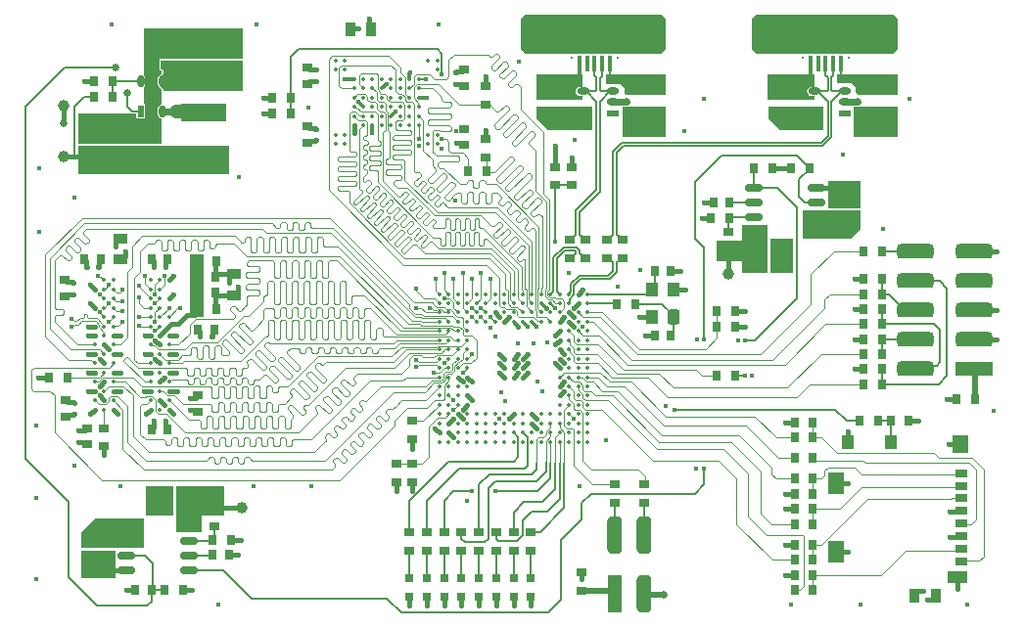
<source format=gtl>
G04*
G04 #@! TF.GenerationSoftware,Altium Limited,Altium Designer,20.0.13 (296)*
G04*
G04 Layer_Physical_Order=1*
G04 Layer_Color=255*
%FSLAX44Y44*%
%MOMM*%
G71*
G01*
G75*
%ADD10C,0.2000*%
%ADD12C,0.4000*%
%ADD15C,0.3000*%
G04:AMPARAMS|DCode=16|XSize=1.3mm|YSize=1.1mm|CornerRadius=0.275mm|HoleSize=0mm|Usage=FLASHONLY|Rotation=90.000|XOffset=0mm|YOffset=0mm|HoleType=Round|Shape=RoundedRectangle|*
%AMROUNDEDRECTD16*
21,1,1.3000,0.5500,0,0,90.0*
21,1,0.7500,1.1000,0,0,90.0*
1,1,0.5500,0.2750,0.3750*
1,1,0.5500,0.2750,-0.3750*
1,1,0.5500,-0.2750,-0.3750*
1,1,0.5500,-0.2750,0.3750*
%
%ADD16ROUNDEDRECTD16*%
%ADD17R,1.1000X1.3000*%
%ADD18C,0.3500*%
G04:AMPARAMS|DCode=19|XSize=1.525mm|YSize=0.65mm|CornerRadius=0.1625mm|HoleSize=0mm|Usage=FLASHONLY|Rotation=180.000|XOffset=0mm|YOffset=0mm|HoleType=Round|Shape=RoundedRectangle|*
%AMROUNDEDRECTD19*
21,1,1.5250,0.3250,0,0,180.0*
21,1,1.2000,0.6500,0,0,180.0*
1,1,0.3250,-0.6000,0.1625*
1,1,0.3250,0.6000,0.1625*
1,1,0.3250,0.6000,-0.1625*
1,1,0.3250,-0.6000,-0.1625*
%
%ADD19ROUNDEDRECTD19*%
%ADD20R,1.5250X0.6500*%
%ADD21R,0.6000X1.1000*%
%ADD22O,0.6000X1.1000*%
%ADD23R,0.9000X0.7500*%
%ADD24R,0.7500X0.9000*%
%ADD25R,4.0000X1.5000*%
%ADD26R,1.1000X0.7500*%
%ADD27R,1.1000X0.7000*%
%ADD28R,1.8000X1.1000*%
%ADD29R,1.3500X1.9000*%
%ADD30R,1.0000X1.2000*%
%ADD31R,1.3500X1.5500*%
%ADD32R,1.2700X3.1800*%
G04:AMPARAMS|DCode=33|XSize=1.27mm|YSize=3.18mm|CornerRadius=0.3175mm|HoleSize=0mm|Usage=FLASHONLY|Rotation=0.000|XOffset=0mm|YOffset=0mm|HoleType=Round|Shape=RoundedRectangle|*
%AMROUNDEDRECTD33*
21,1,1.2700,2.5450,0,0,0.0*
21,1,0.6350,3.1800,0,0,0.0*
1,1,0.6350,0.3175,-1.2725*
1,1,0.6350,-0.3175,-1.2725*
1,1,0.6350,-0.3175,1.2725*
1,1,0.6350,0.3175,1.2725*
%
%ADD33ROUNDEDRECTD33*%
%ADD34R,0.3000X1.3500*%
%ADD35R,0.4000X1.3500*%
%ADD36R,1.9000X1.9000*%
G04:AMPARAMS|DCode=37|XSize=1.27mm|YSize=3.18mm|CornerRadius=0.3175mm|HoleSize=0mm|Usage=FLASHONLY|Rotation=90.000|XOffset=0mm|YOffset=0mm|HoleType=Round|Shape=RoundedRectangle|*
%AMROUNDEDRECTD37*
21,1,1.2700,2.5450,0,0,90.0*
21,1,0.6350,3.1800,0,0,90.0*
1,1,0.6350,1.2725,0.3175*
1,1,0.6350,1.2725,-0.3175*
1,1,0.6350,-1.2725,-0.3175*
1,1,0.6350,-1.2725,0.3175*
%
%ADD37ROUNDEDRECTD37*%
%ADD38R,3.1800X1.2700*%
%ADD39R,2.8100X1.1800*%
%ADD40R,0.8000X0.8000*%
%ADD41R,1.1000X0.6000*%
%ADD42O,1.1000X0.6000*%
%ADD43R,0.9000X1.3000*%
%ADD44R,1.3000X0.9000*%
%ADD45C,1.0000*%
%ADD48C,0.4500*%
%ADD78C,0.1100*%
%ADD79C,0.3500*%
%ADD80C,0.1200*%
%ADD81C,0.5000*%
%ADD82C,0.0900*%
%ADD83C,0.6000*%
%ADD84C,1.2000*%
%ADD85C,0.1410*%
%ADD86C,0.2750*%
%ADD87C,0.6500*%
G36*
X762000Y522000D02*
Y496000D01*
X758000Y492000D01*
X721113D01*
X720000Y492221D01*
X718887Y492000D01*
X681113D01*
X680000Y492221D01*
X678887Y492000D01*
X640000D01*
X636000Y496000D01*
Y522000D01*
X640000Y526000D01*
X758000D01*
X762000Y522000D01*
D02*
G37*
G36*
X562000D02*
Y496000D01*
X558000Y492000D01*
X521113D01*
X520000Y492221D01*
X518887Y492000D01*
X481113D01*
X480000Y492221D01*
X478887Y492000D01*
X440000D01*
X436000Y496000D01*
Y522000D01*
X440000Y526000D01*
X558000D01*
X562000Y522000D01*
D02*
G37*
G36*
X196000Y460000D02*
X126974D01*
Y461623D01*
X126865Y461885D01*
X126810Y462164D01*
X126727Y462220D01*
X126689Y462312D01*
X126426Y462421D01*
X126190Y462579D01*
X125358Y462744D01*
X124391Y463391D01*
X123744Y464358D01*
X123740Y464380D01*
X123829Y471768D01*
X124391Y472609D01*
X125358Y473256D01*
X126190Y473422D01*
X126426Y473579D01*
X126689Y473688D01*
X126727Y473780D01*
X126810Y473836D01*
X126865Y474114D01*
X126974Y474377D01*
Y477350D01*
X126689Y478039D01*
X126000Y478324D01*
X124574D01*
Y486000D01*
X196000D01*
Y460000D01*
D02*
G37*
G36*
X762150Y456150D02*
X728150D01*
X726150Y458150D01*
Y462150D01*
X722150Y466150D01*
X710150D01*
Y474150D01*
X762150D01*
Y456150D01*
D02*
G37*
G36*
X562000Y456000D02*
X528000D01*
X526000Y458000D01*
Y462000D01*
X522000Y466000D01*
X510000D01*
Y474000D01*
X562000D01*
Y456000D01*
D02*
G37*
G36*
X690000Y463476D02*
X687800D01*
X686278Y463174D01*
X684988Y462312D01*
X684126Y461022D01*
X683824Y459500D01*
X684126Y457978D01*
X684988Y456688D01*
X686278Y455826D01*
X687800Y455524D01*
X690000D01*
Y452000D01*
X650000D01*
Y474000D01*
X690000D01*
Y463476D01*
D02*
G37*
G36*
X490000D02*
X487800D01*
X486278Y463174D01*
X484988Y462312D01*
X484126Y461022D01*
X483824Y459500D01*
X484126Y457978D01*
X484988Y456688D01*
X486278Y455826D01*
X487800Y455524D01*
X490000D01*
Y452000D01*
X450000D01*
Y474000D01*
X490000D01*
Y463476D01*
D02*
G37*
G36*
X762150Y420150D02*
X724150D01*
Y446024D01*
X726719D01*
X728000Y445769D01*
X729619Y446091D01*
X729708Y446150D01*
X762150D01*
Y420150D01*
D02*
G37*
G36*
X562000Y420000D02*
X524000D01*
Y446000D01*
X526837D01*
X528000Y445769D01*
X529163Y446000D01*
X562000D01*
Y420000D01*
D02*
G37*
G36*
X196000Y488000D02*
X124000D01*
X124177Y487823D01*
X123691Y486650D01*
X123600D01*
Y477350D01*
X126000D01*
Y474377D01*
X124978Y474174D01*
X123688Y473312D01*
X122826Y472022D01*
X122524Y470500D01*
Y465500D01*
X122826Y463978D01*
X123688Y462688D01*
X124978Y461826D01*
X126000Y461623D01*
Y448377D01*
X124978Y448174D01*
X123688Y447312D01*
X122826Y446022D01*
X122524Y444500D01*
Y439500D01*
X122826Y437978D01*
X123688Y436688D01*
X124978Y435826D01*
X126000Y435623D01*
Y414000D01*
X54000D01*
Y440000D01*
X103600D01*
Y435600D01*
X111400D01*
Y448400D01*
X110000D01*
Y462480D01*
X110312Y462688D01*
X111174Y463978D01*
X111476Y465500D01*
Y470500D01*
X111174Y472022D01*
X110312Y473312D01*
X110000Y473520D01*
Y514000D01*
X196000D01*
Y488000D01*
D02*
G37*
G36*
X698150Y426150D02*
X660150D01*
X650150Y436150D01*
Y446150D01*
X698150D01*
Y426150D01*
D02*
G37*
G36*
X498000Y426000D02*
X460000D01*
X450000Y436000D01*
Y446000D01*
X498000D01*
Y426000D01*
D02*
G37*
G36*
X184000Y388000D02*
X54000D01*
Y412000D01*
X184000D01*
Y388000D01*
D02*
G37*
G36*
X730000Y358000D02*
X702000D01*
Y382000D01*
X730000D01*
Y358000D01*
D02*
G37*
G36*
Y340000D02*
X722000Y332000D01*
X680000D01*
Y356000D01*
X730000D01*
Y340000D01*
D02*
G37*
G36*
X672000Y302000D02*
X652000D01*
Y332000D01*
X672000D01*
Y302000D01*
D02*
G37*
G36*
X650000D02*
X628000D01*
Y312000D01*
X606000D01*
Y330000D01*
X628000D01*
Y344000D01*
X650000D01*
Y302000D01*
D02*
G37*
G36*
X162000Y264000D02*
X150000D01*
X150000Y269000D01*
X150000Y318000D01*
X162000D01*
Y264000D01*
D02*
G37*
G36*
X136000Y92000D02*
X112000D01*
X112000Y118000D01*
X136000D01*
X136000Y92000D01*
D02*
G37*
G36*
X180000Y92000D02*
X160000D01*
Y78000D01*
X138000D01*
Y118000D01*
X180000D01*
Y92000D01*
D02*
G37*
G36*
X110000Y64000D02*
X56000D01*
Y78000D01*
X68000Y90000D01*
X110000D01*
Y64000D01*
D02*
G37*
G36*
X86000Y38000D02*
X56000D01*
Y62000D01*
X86000D01*
Y38000D01*
D02*
G37*
D10*
X460000Y8000D02*
X471000Y19000D01*
Y71000D01*
X489000Y89000D01*
X595000Y119000D02*
Y133000D01*
X497000Y111000D02*
X587000D01*
X595000Y119000D01*
X489000Y103000D02*
X497000Y111000D01*
X489000Y89000D02*
Y103000D01*
X333000Y8000D02*
X460000D01*
X8000Y446000D02*
X42000Y480000D01*
X86000D01*
X244000Y496000D02*
X364000D01*
X367999Y473999D02*
Y492001D01*
X364000Y496000D02*
X367999Y492001D01*
X348000Y470000D02*
X354000D01*
X354000Y470000D01*
X542700Y75400D02*
Y102700D01*
X517300Y75400D02*
Y102300D01*
X713000Y469250D02*
Y483250D01*
X513000Y469261D02*
Y483250D01*
X50000Y404000D02*
X51000Y403000D01*
X50000Y404000D02*
Y446000D01*
X96000Y446000D02*
Y458000D01*
X117000Y28000D02*
X128000D01*
X96000Y446000D02*
X100000Y442000D01*
X107500D01*
X50000Y446000D02*
X59000Y455000D01*
X636760Y394000D02*
X637880Y392880D01*
X45000Y39000D02*
X70000Y14000D01*
X113000D02*
X117000Y18000D01*
X70000Y14000D02*
X113000D01*
X45000Y39000D02*
Y104000D01*
X8000Y141000D02*
Y446000D01*
Y141000D02*
X45000Y104000D01*
X179050Y44950D02*
X203500Y20500D01*
X320500D01*
X333000Y8000D01*
X149120Y44950D02*
X179050D01*
X595000Y245000D02*
Y324000D01*
X587000Y332000D02*
Y381000D01*
Y332000D02*
X595000Y324000D01*
X587000Y381000D02*
X610000Y404000D01*
X686000Y393000D02*
Y393750D01*
X683250Y396500D02*
X686000Y393750D01*
X682500Y396500D02*
X683250D01*
X675000Y404000D02*
X682500Y396500D01*
X610000Y404000D02*
X675000D01*
X339999Y78000D02*
Y104999D01*
X374000Y139000D02*
X430000D01*
X339999Y104999D02*
X374000Y139000D01*
X370000Y78000D02*
Y105000D01*
X378000Y113000D02*
X394000D01*
X370000Y105000D02*
X378000Y113000D01*
X355000Y78000D02*
Y105000D01*
X383000Y133000D02*
X440000D01*
X355000Y105000D02*
X383000Y133000D01*
X445000Y78000D02*
X453000D01*
X474000Y99000D02*
Y138000D01*
X453000Y78000D02*
X474000Y99000D01*
X470000Y107000D02*
Y138000D01*
X446000Y96000D02*
X459000D01*
X470000Y107000D01*
X439000Y104000D02*
X455000D01*
X466000Y115000D01*
Y138000D01*
X414000Y113000D02*
X451000D01*
X462000Y124000D02*
Y138000D01*
X451000Y113000D02*
X462000Y124000D01*
X458000Y130000D02*
Y138500D01*
X414000Y122000D02*
X450000D01*
X458000Y130000D01*
X408000Y116000D02*
X414000Y122000D01*
X430000Y164000D02*
X434000Y160000D01*
Y143000D02*
Y160000D01*
X430000Y139000D02*
X434000Y143000D01*
X438000Y164000D02*
X442000Y160000D01*
Y135000D02*
Y160000D01*
X440000Y133000D02*
X442000Y135000D01*
X400000Y78000D02*
Y119000D01*
X409000Y128000D01*
X446000D01*
X450000Y132000D02*
Y138000D01*
X446000Y128000D02*
X450000Y132000D01*
X408000Y72172D02*
Y116000D01*
X430000Y78000D02*
Y95000D01*
X439000Y104000D01*
X438000Y75000D02*
Y88000D01*
X446000Y96000D01*
X798000Y206000D02*
X805000Y213000D01*
X798599Y295401D02*
X805000Y289000D01*
Y213000D02*
Y289000D01*
X777602Y295401D02*
X798599D01*
X749000Y206000D02*
X798000D01*
X237000Y454000D02*
Y489000D01*
Y440000D02*
Y454000D01*
Y489000D02*
X244000Y496000D01*
X630000Y244000D02*
X639000D01*
X675000Y280000D02*
Y359000D01*
X639000Y244000D02*
X675000Y280000D01*
X637880Y376050D02*
X657950D01*
X675000Y359000D01*
X117000Y28000D02*
X117000Y28000D01*
X117000Y18000D02*
Y28000D01*
X466000Y329000D02*
Y378000D01*
X466000Y329000D02*
X466000Y329000D01*
Y378000D02*
X480000D01*
X388000Y69000D02*
X404828D01*
X408000Y72172D01*
X385000Y72000D02*
X388000Y69000D01*
X385000Y72000D02*
Y78000D01*
X433000Y70000D02*
X438000Y75000D01*
X417000Y70000D02*
X433000D01*
X415000Y72000D02*
Y78000D01*
Y72000D02*
X417000Y70000D01*
X569000Y184000D02*
X708000D01*
X718000Y174000D02*
X729000D01*
X708000Y184000D02*
X718000Y174000D01*
X622000Y213000D02*
X630000D01*
X637880Y376050D02*
Y392880D01*
X682000Y363350D02*
X692120D01*
X677000Y368350D02*
Y383250D01*
Y368350D02*
X682000Y363350D01*
X686000Y392250D02*
Y393000D01*
X677000Y383250D02*
X686000Y392250D01*
X617000Y363000D02*
X617350Y363350D01*
X637880D01*
X617650Y350650D02*
X637880D01*
X616000Y338000D02*
Y349000D01*
X617650Y350650D01*
X170000Y71000D02*
X171000Y72000D01*
X169350Y70350D02*
X170000Y71000D01*
X171000Y72000D02*
Y83000D01*
X149120Y70350D02*
X169350D01*
X149120Y57650D02*
X169650D01*
X170000Y58000D01*
X117000Y28000D02*
X118000Y29000D01*
Y51000D01*
X94880Y57650D02*
X111350D01*
X118000Y51000D01*
X59000Y455000D02*
X67000D01*
X83000Y468000D02*
X107500D01*
X83000Y455000D02*
Y468000D01*
X445000Y38000D02*
Y62000D01*
X430000Y38000D02*
Y62000D01*
X415000Y38000D02*
Y62000D01*
X400000Y38000D02*
Y62000D01*
X385000Y38000D02*
Y62000D01*
X370000Y38000D02*
Y62000D01*
X355000Y38000D02*
Y62000D01*
X339998Y38000D02*
Y61999D01*
X339999Y62000D01*
X749199Y320801D02*
X777602D01*
X749000Y284000D02*
X754550D01*
X768549Y270001D01*
X777602D01*
X749000Y284000D02*
Y297000D01*
X777602Y219201D02*
X780177Y221776D01*
X795776D01*
X799000Y225000D01*
Y253000D01*
X749000Y258000D02*
X794000D01*
X799000Y253000D01*
X749000Y258000D02*
Y271000D01*
Y245000D02*
X749399Y244601D01*
X777602D01*
X749000Y232000D02*
Y245000D01*
Y206000D02*
Y219000D01*
X745000Y174000D02*
X756000D01*
X756000Y155400D02*
Y174000D01*
X756000Y174000D02*
X756000Y174000D01*
X494000Y276000D02*
X518000D01*
X519000Y275000D01*
X494000Y284000D02*
X546500D01*
X550000Y287500D01*
X568000Y264500D02*
Y265500D01*
X558500Y275000D02*
X568000Y265500D01*
X535000Y275000D02*
X558500D01*
X552000Y289500D02*
Y304000D01*
X550000Y287500D02*
X552000Y289500D01*
X568000Y250000D02*
Y264500D01*
X566000Y248000D02*
X568000Y250000D01*
X462000Y276000D02*
Y276000D01*
Y276000D02*
X466000Y272000D01*
D12*
X289000Y513000D02*
X290000Y514000D01*
X295500D01*
X305000Y517500D02*
Y522000D01*
X304500Y517000D02*
X305000Y517500D01*
X304500Y517000D02*
X307000Y514500D01*
X466000Y248000D02*
X470000Y252000D01*
X466000Y248000D02*
Y248000D01*
X489000Y37000D02*
Y43000D01*
X406000Y464000D02*
Y472000D01*
X466000Y394000D02*
Y412000D01*
Y394000D02*
X466000Y394000D01*
X171000Y99000D02*
X195000D01*
X165000D02*
X171000D01*
X51000Y403000D02*
X65000D01*
X41000D02*
X51000D01*
X41000Y403000D02*
X41000Y403000D01*
X446000Y180000D02*
X449999Y176001D01*
Y176000D02*
Y176001D01*
X446000Y172000D02*
X450000Y168000D01*
X450000D01*
X465999Y240000D02*
X465999D01*
X49865Y180000D02*
X50000D01*
X49615Y179750D02*
X49865Y180000D01*
X64000Y180000D02*
X68000Y184000D01*
X43000Y178000D02*
X44750Y179750D01*
X49615D01*
Y190250D02*
X49865Y190000D01*
X50000D01*
X44750Y190250D02*
X49615D01*
X43000Y192000D02*
X44750Y190250D01*
X54385Y166250D02*
X59250D01*
X54000Y166000D02*
X54135D01*
X54385Y166250D01*
X62000Y248000D02*
X68000D01*
X68000Y248000D02*
X68000Y248000D01*
X62000Y256000D02*
X68000D01*
X386000Y184000D02*
X390000Y188000D01*
X385999Y184000D02*
X386000D01*
X140000Y258000D02*
X148000Y266000D01*
X154000D01*
X124000Y248000D02*
X134000Y258000D01*
X140000D01*
X814000Y29000D02*
Y40450D01*
X342000Y113000D02*
Y121000D01*
X342000Y121000D02*
X342000Y121000D01*
X828705Y244904D02*
X847904D01*
X848000Y245000D01*
X828402Y270000D02*
X848000D01*
X848000Y270000D01*
X847801Y320801D02*
X847904Y320904D01*
X828402Y320801D02*
X828505Y320904D01*
X847904D01*
X848000Y321000D01*
X828402Y320801D02*
X847801D01*
X665000Y67000D02*
X673000D01*
X292000Y423000D02*
Y430000D01*
X120000Y244000D02*
X124000Y240000D01*
X132000Y232000D02*
X138250D01*
X129000Y174615D02*
Y174750D01*
X118750Y168750D02*
Y174365D01*
X119000Y174615D01*
X129250Y168750D02*
Y174365D01*
X119000Y174615D02*
Y174750D01*
X129000Y174615D02*
X129250Y174365D01*
X150000Y184000D02*
X150135D01*
X150385Y183750D02*
X155250D01*
X157000Y182000D01*
X150135Y184000D02*
X150385Y183750D01*
X111000Y216000D02*
X116000D01*
X94000Y316500D02*
Y321000D01*
X86000Y325000D02*
Y329500D01*
X90000Y314000D02*
X91500D01*
X94000Y316500D01*
X88500Y332000D02*
X90000D01*
X86000Y329500D02*
X88500Y332000D01*
X84000Y248000D02*
X90000D01*
X90000Y248000D01*
X132000Y216000D02*
X138000D01*
X132000Y200000D02*
X138708D01*
X138758Y200050D01*
X84000Y183862D02*
Y184000D01*
Y183862D02*
X87864Y179999D01*
Y179863D02*
Y179999D01*
X169000Y246750D02*
Y246885D01*
X169250Y247135D01*
Y251250D01*
X171000Y253000D01*
X72000Y196000D02*
X76000Y192000D01*
X72000Y204000D02*
X76000Y208000D01*
X150135Y194000D02*
X150385Y194250D01*
X150000Y194000D02*
X150135D01*
X124000Y208000D02*
X128000Y212000D01*
Y212000D01*
X84000Y216000D02*
X90000D01*
X188000Y283000D02*
X189500D01*
X173750D02*
X188000D01*
X59250Y166250D02*
X61000Y168000D01*
X732924Y244924D02*
X733000Y245000D01*
X725152Y244848D02*
X725228Y244924D01*
X732924D01*
X616000Y301000D02*
X616000Y301000D01*
X616000Y301000D02*
Y322000D01*
X622000Y256000D02*
X630000D01*
X622000Y269000D02*
X630000D01*
X148000Y84170D02*
X149120Y83050D01*
X654000Y393000D02*
X662000D01*
X595000Y363000D02*
X603000D01*
X593000Y350000D02*
X601000D01*
X662000Y393000D02*
X670000D01*
X692120Y376050D02*
X707000D01*
X83050Y44950D02*
X94880D01*
X144000Y28000D02*
X152000D01*
X95000D02*
X103000D01*
X186000Y71000D02*
X194000D01*
X184000Y58000D02*
X192000D01*
X41000Y432000D02*
Y447000D01*
X59000Y468000D02*
X67000D01*
X329000Y113000D02*
Y121000D01*
X329000Y113000D02*
X329000Y113000D01*
X480000Y394000D02*
Y402000D01*
X445000Y14000D02*
Y22000D01*
X430000Y14000D02*
Y22000D01*
X415000Y14000D02*
Y22000D01*
X400000Y14000D02*
Y22000D01*
X385000Y14000D02*
Y22000D01*
X370000Y14000D02*
Y22000D01*
X355000Y14000D02*
Y22000D01*
X339998Y14000D02*
Y22000D01*
X828402Y270001D02*
X828402Y270000D01*
X828402Y244601D02*
X828705Y244904D01*
X805000Y193000D02*
X813000D01*
X725000Y297000D02*
X733000D01*
X725000Y271000D02*
X733000D01*
X725000Y219000D02*
X733000D01*
X665000Y98000D02*
X673000D01*
X673000Y98000D01*
X665000Y98000D02*
X665000Y98000D01*
X817475Y96025D02*
X817500Y96050D01*
X807000Y96000D02*
X807025Y96025D01*
X817475D01*
X673000Y41000D02*
X673000Y41000D01*
X665000Y41000D02*
X673000D01*
X665000Y41000D02*
X665000Y41000D01*
Y111000D02*
X673000D01*
X665000Y111000D02*
X665000Y111000D01*
X673000Y173000D02*
X673000Y173000D01*
X665000Y173000D02*
X673000D01*
X665000Y173000D02*
X665000Y173000D01*
X817475Y74025D02*
X817500Y74050D01*
X807025Y74025D02*
X817475D01*
X807000Y74000D02*
X807025Y74025D01*
X815900Y154000D02*
X816250Y153650D01*
X806000Y154000D02*
X815900D01*
X719000Y155400D02*
X719000Y155400D01*
X719000Y155400D02*
Y165000D01*
X709250Y120400D02*
X709650Y120000D01*
X719000D01*
X709250Y60700D02*
X709550Y61000D01*
X719000D01*
X814000Y40450D02*
X814000Y40450D01*
X795000Y21500D02*
Y23000D01*
X792500Y19000D02*
X795000Y21500D01*
X788000Y19000D02*
X792500D01*
X777000Y23000D02*
Y24500D01*
X779500Y27000D01*
X784000D01*
X772000Y174000D02*
X780000D01*
X342000Y150000D02*
Y158000D01*
X486000Y284000D02*
X490000Y288000D01*
X490000D01*
X552000Y248000D02*
X552000Y248000D01*
X544000Y248000D02*
X552000D01*
X544000Y248000D02*
X544000Y248000D01*
X549500Y264000D02*
X550000Y264500D01*
X539000Y264000D02*
X549500D01*
X568000Y287500D02*
X568500Y288000D01*
X579000D01*
X566000Y304000D02*
X566000Y304000D01*
X574000D01*
X574000Y304000D01*
X381235Y414750D02*
X385250D01*
X380850Y415000D02*
X380985D01*
X381235Y414750D01*
X422000Y260000D02*
X426000Y264000D01*
X426000D01*
X458000Y272000D02*
Y272000D01*
X406000Y418000D02*
Y426000D01*
X214000Y440000D02*
X221000D01*
X214000Y454000D02*
X221000D01*
X252000Y429000D02*
X253750Y427250D01*
X258615D01*
X258865Y427000D01*
X259000D01*
X252000Y415000D02*
X253750Y416750D01*
X258615D01*
X258865Y417000D01*
X259000D01*
X252000Y480000D02*
X253750Y478250D01*
X258615D01*
X258865Y478000D01*
X259000D01*
X252000Y466000D02*
X253750Y467750D01*
X258615D01*
X258865Y468000D01*
X259000D01*
X385250Y476250D02*
X387000Y478000D01*
X380385Y476250D02*
X385250D01*
X380135Y476000D02*
X380385Y476250D01*
X380000Y476000D02*
X380135D01*
Y466000D02*
X380385Y465750D01*
X380000Y466000D02*
X380135D01*
X385250Y465750D02*
X387000Y464000D01*
X380385Y465750D02*
X385250D01*
X385250Y414750D02*
X387000Y413000D01*
X307000Y513000D02*
Y514500D01*
X184000Y293750D02*
Y299000D01*
X132000Y280000D02*
X136000Y284000D01*
X62000Y200000D02*
X68000D01*
X62000Y216000D02*
X68000D01*
X111000Y248000D02*
X116000D01*
X120000Y228000D02*
X124000Y224000D01*
X72000Y228000D02*
X76000Y224000D01*
X64000Y276000D02*
X68000Y272000D01*
X132000Y248000D02*
X138000D01*
X138000Y248000D01*
X158750Y247135D02*
Y251250D01*
Y247135D02*
X159000Y246885D01*
Y246750D02*
Y246885D01*
X192000Y285500D02*
Y290750D01*
X132000Y296000D02*
X136000Y300000D01*
Y300000D01*
X129250Y307689D02*
Y312250D01*
X128848Y307152D02*
Y307287D01*
X129250Y307689D01*
X64000Y292000D02*
X68000Y288000D01*
X43750Y294250D02*
X48615D01*
X48865Y294000D01*
X49000D01*
X189500Y283000D02*
X192000Y285500D01*
X390000Y196000D02*
X394000Y192000D01*
X394000D01*
X394000Y208000D02*
X394000D01*
X390000Y212000D02*
X394000Y208000D01*
X150385Y194250D02*
X155250D01*
X157000Y253000D02*
X158750Y251250D01*
X111152Y232152D02*
X111247Y232056D01*
X115944D02*
X116000Y232000D01*
X111247Y232056D02*
X115944D01*
X62000Y232000D02*
X68000D01*
X62000Y232000D02*
X62000Y232000D01*
X76000Y152000D02*
X76000Y152000D01*
Y145000D02*
Y152000D01*
X110000Y200000D02*
X116000D01*
X132000Y184000D02*
X136000Y180000D01*
X129250Y168750D02*
X131000Y167000D01*
X84000Y200000D02*
X90000D01*
X124000Y192000D02*
X128000Y188000D01*
X155250Y194250D02*
X157000Y196000D01*
X84000Y232000D02*
X90000D01*
X76000Y240000D02*
X80000Y236000D01*
X172500Y271500D02*
Y284250D01*
X172000Y284750D02*
X172500Y284250D01*
X173750Y283000D01*
X172000Y284750D02*
Y285000D01*
X172500Y271500D02*
X173000Y271000D01*
X172500Y299750D02*
Y311500D01*
X172000Y299250D02*
X172500Y299750D01*
X173750Y301000D01*
X188000D01*
X172000Y299000D02*
Y299250D01*
X172500Y311500D02*
X173000Y312000D01*
X129250Y312250D02*
X131000Y314000D01*
X117000D02*
X118750Y312250D01*
Y307385D02*
Y312250D01*
Y307385D02*
X119000Y307135D01*
Y307000D02*
Y307135D01*
X59000Y314000D02*
X60750Y312250D01*
Y307385D02*
Y312250D01*
Y307385D02*
X61000Y307135D01*
Y307000D02*
Y307135D01*
X71000Y307000D02*
Y307135D01*
X71250Y307385D02*
Y312250D01*
X71000Y307135D02*
X71250Y307385D01*
Y312250D02*
X73000Y314000D01*
X42000Y296000D02*
X43750Y294250D01*
X42000Y282000D02*
X43750Y283750D01*
X48615D01*
X48865Y284000D01*
X49000D01*
X19000Y212000D02*
X28000D01*
X59250Y155750D02*
X61000Y154000D01*
X54385Y155750D02*
X59250D01*
X54135Y156000D02*
X54385Y155750D01*
X54000Y156000D02*
X54135D01*
X117000Y167000D02*
X118750Y168750D01*
X112000Y180000D02*
X116000Y184000D01*
X84000Y232000D02*
X84000Y232000D01*
X470000Y260000D02*
Y260000D01*
X474000Y264000D02*
X474000D01*
X470000Y260000D02*
X474000Y264000D01*
X414000Y268000D02*
X418000Y264000D01*
X418000D01*
X434000Y256000D02*
X434000D01*
X478000Y268000D02*
X482000Y264000D01*
Y264000D02*
Y264000D01*
Y272000D02*
X486000Y276000D01*
X482000Y272000D02*
Y272000D01*
X478000Y260000D02*
X482000Y256000D01*
Y256000D02*
Y256000D01*
X470000Y236000D02*
X474000Y232000D01*
X465999Y240000D02*
X470000Y244000D01*
Y228000D02*
X474000Y224000D01*
X466000D02*
X470000Y220000D01*
Y196000D02*
X474000Y200000D01*
Y200000D01*
X470000Y204000D02*
X474000Y208000D01*
X382000Y212000D02*
X386000Y208000D01*
X386000D01*
X382000Y180000D02*
Y180000D01*
X386000Y176000D02*
X386000D01*
X382000Y180000D02*
X386000Y176000D01*
X374000Y172000D02*
X377880Y175880D01*
Y175910D01*
X374000Y164000D02*
X378000Y160000D01*
X378000D01*
X362000Y168000D02*
X366000Y164000D01*
X362000Y168000D02*
Y168000D01*
X426000Y176000D02*
X430000Y180000D01*
X438000Y212000D02*
X442000Y216000D01*
X442000D01*
X438000Y220000D02*
X442000Y224000D01*
X442000D01*
X438000Y228000D02*
X442000Y232000D01*
X442000D01*
X430000Y212000D02*
X434000Y216000D01*
X434000D01*
X430000Y220000D02*
X434000Y224000D01*
X434000D01*
X430000Y228000D02*
X434000Y232000D01*
X434000D01*
X418000Y216000D02*
X422000Y212000D01*
X418000Y216000D02*
Y216000D01*
Y224000D02*
X422000Y220000D01*
X418000Y224000D02*
Y224000D01*
Y232000D02*
X422000Y228000D01*
X418000Y232000D02*
Y232000D01*
D15*
X687000Y468000D02*
Y483250D01*
X487000Y467000D02*
Y483250D01*
D16*
X568000Y264500D02*
D03*
D17*
Y287500D02*
D03*
X550000D02*
D03*
Y264500D02*
D03*
D18*
X276000Y414000D02*
D03*
Y422000D02*
D03*
Y478000D02*
D03*
Y486000D02*
D03*
X284000Y414000D02*
D03*
Y422000D02*
D03*
Y478000D02*
D03*
Y486000D02*
D03*
X292000Y430000D02*
D03*
Y438000D02*
D03*
Y446000D02*
D03*
Y454000D02*
D03*
Y462000D02*
D03*
Y470000D02*
D03*
X300000Y430000D02*
D03*
Y438000D02*
D03*
Y446000D02*
D03*
Y454000D02*
D03*
Y462000D02*
D03*
Y470000D02*
D03*
X308000Y430000D02*
D03*
Y438000D02*
D03*
Y446000D02*
D03*
Y454000D02*
D03*
Y462000D02*
D03*
Y470000D02*
D03*
X316000Y430000D02*
D03*
Y438000D02*
D03*
Y446000D02*
D03*
Y454000D02*
D03*
Y462000D02*
D03*
Y470000D02*
D03*
X324000Y430000D02*
D03*
Y438000D02*
D03*
Y446000D02*
D03*
Y454000D02*
D03*
Y462000D02*
D03*
Y470000D02*
D03*
X332000Y430000D02*
D03*
Y438000D02*
D03*
Y446000D02*
D03*
Y454000D02*
D03*
Y462000D02*
D03*
Y470000D02*
D03*
X340000Y430000D02*
D03*
Y438000D02*
D03*
Y446000D02*
D03*
Y454000D02*
D03*
Y462000D02*
D03*
Y470000D02*
D03*
X348000Y430000D02*
D03*
Y438000D02*
D03*
Y446000D02*
D03*
Y454000D02*
D03*
Y462000D02*
D03*
Y470000D02*
D03*
X356000Y414000D02*
D03*
Y422000D02*
D03*
Y486000D02*
D03*
X364000Y414000D02*
D03*
Y422000D02*
D03*
Y478000D02*
D03*
Y486000D02*
D03*
X132000Y184000D02*
D03*
X124000D02*
D03*
X116000D02*
D03*
X84000D02*
D03*
X76000D02*
D03*
X68000D02*
D03*
X132000Y192000D02*
D03*
X124000D02*
D03*
X116000D02*
D03*
X84000D02*
D03*
X76000D02*
D03*
X68000D02*
D03*
X132000Y200000D02*
D03*
X124000D02*
D03*
X116000D02*
D03*
X84000D02*
D03*
X76000D02*
D03*
X68000D02*
D03*
X132000Y208000D02*
D03*
X124000D02*
D03*
X116000D02*
D03*
X84000D02*
D03*
X76000D02*
D03*
X68000D02*
D03*
X132000Y216000D02*
D03*
X124000D02*
D03*
X116000D02*
D03*
X84000D02*
D03*
X76000D02*
D03*
X68000D02*
D03*
X132000Y224000D02*
D03*
X124000D02*
D03*
X116000D02*
D03*
X84000D02*
D03*
X76000D02*
D03*
X68000D02*
D03*
X132000Y232000D02*
D03*
X124000D02*
D03*
X116000D02*
D03*
X84000D02*
D03*
X76000D02*
D03*
X68000D02*
D03*
X132000Y240000D02*
D03*
X124000D02*
D03*
X116000D02*
D03*
X84000D02*
D03*
X76000D02*
D03*
X68000D02*
D03*
X132000Y248000D02*
D03*
X124000D02*
D03*
X116000D02*
D03*
X84000D02*
D03*
X76000D02*
D03*
X68000D02*
D03*
X124000Y256000D02*
D03*
X116000D02*
D03*
X84000D02*
D03*
X76000D02*
D03*
X68000D02*
D03*
X132000Y264000D02*
D03*
X124000D02*
D03*
X116000D02*
D03*
X84000D02*
D03*
X76000D02*
D03*
X124000Y272000D02*
D03*
X116000D02*
D03*
X84000D02*
D03*
X76000D02*
D03*
X68000D02*
D03*
X132000Y280000D02*
D03*
X124000D02*
D03*
X116000D02*
D03*
X84000D02*
D03*
X76000D02*
D03*
X124000Y288000D02*
D03*
X116000D02*
D03*
X84000D02*
D03*
X76000D02*
D03*
X68000D02*
D03*
X132000Y296000D02*
D03*
X124000D02*
D03*
X116000D02*
D03*
X84000D02*
D03*
X76000D02*
D03*
X366000Y156000D02*
D03*
X374000D02*
D03*
X382000D02*
D03*
X390000D02*
D03*
X398000D02*
D03*
X406000D02*
D03*
X414000D02*
D03*
X422000D02*
D03*
X430000D02*
D03*
X438000D02*
D03*
X446000D02*
D03*
X454000D02*
D03*
X462000D02*
D03*
X470000D02*
D03*
X478000D02*
D03*
X486000D02*
D03*
X494000D02*
D03*
X366000Y164000D02*
D03*
X374000D02*
D03*
X382000D02*
D03*
X390000D02*
D03*
X398000D02*
D03*
X406000D02*
D03*
X414000D02*
D03*
X422000D02*
D03*
X430000D02*
D03*
X438000D02*
D03*
X446000D02*
D03*
X454000D02*
D03*
X462000D02*
D03*
X470000D02*
D03*
X478000D02*
D03*
X486000D02*
D03*
X494000D02*
D03*
X366000Y172000D02*
D03*
X374000D02*
D03*
X382000D02*
D03*
X390000D02*
D03*
X398000D02*
D03*
X406000D02*
D03*
X414000D02*
D03*
X422000D02*
D03*
X430000D02*
D03*
X438000D02*
D03*
X446000D02*
D03*
X454000D02*
D03*
X462000D02*
D03*
X470000D02*
D03*
X478000D02*
D03*
X486000D02*
D03*
X494000D02*
D03*
X366000Y180000D02*
D03*
X374000D02*
D03*
X382000D02*
D03*
X390000D02*
D03*
X398000D02*
D03*
X406000D02*
D03*
X414000D02*
D03*
X422000D02*
D03*
X430000D02*
D03*
X438000D02*
D03*
X446000D02*
D03*
X454000D02*
D03*
X462000D02*
D03*
X470000D02*
D03*
X478000D02*
D03*
X486000D02*
D03*
X494000D02*
D03*
X366000Y188000D02*
D03*
X374000D02*
D03*
X382000D02*
D03*
X390000D02*
D03*
X470000D02*
D03*
X478000D02*
D03*
X486000D02*
D03*
X494000D02*
D03*
X366000Y196000D02*
D03*
X374000D02*
D03*
X382000D02*
D03*
X390000D02*
D03*
X470000D02*
D03*
X478000D02*
D03*
X486000D02*
D03*
X494000D02*
D03*
X366000Y204000D02*
D03*
X374000D02*
D03*
X382000D02*
D03*
X390000D02*
D03*
X470000D02*
D03*
X478000D02*
D03*
X486000D02*
D03*
X494000D02*
D03*
X366000Y212000D02*
D03*
X374000D02*
D03*
X382000D02*
D03*
X390000D02*
D03*
X422000D02*
D03*
X430000D02*
D03*
X438000D02*
D03*
X470000D02*
D03*
X478000D02*
D03*
X486000D02*
D03*
X494000D02*
D03*
X366000Y220000D02*
D03*
X374000D02*
D03*
X382000D02*
D03*
X390000D02*
D03*
X422000D02*
D03*
X430000D02*
D03*
X438000D02*
D03*
X470000D02*
D03*
X478000D02*
D03*
X486000D02*
D03*
X494000D02*
D03*
X366000Y228000D02*
D03*
X374000D02*
D03*
X382000D02*
D03*
X390000D02*
D03*
X422000D02*
D03*
X430000D02*
D03*
X438000D02*
D03*
X470000D02*
D03*
X478000D02*
D03*
X486000D02*
D03*
X494000D02*
D03*
X366000Y236000D02*
D03*
X374000D02*
D03*
X382000D02*
D03*
X390000D02*
D03*
X470000D02*
D03*
X478000D02*
D03*
X486000D02*
D03*
X494000D02*
D03*
X366000Y244000D02*
D03*
X374000D02*
D03*
X382000D02*
D03*
X390000D02*
D03*
X470000D02*
D03*
X478000D02*
D03*
X486000D02*
D03*
X494000D02*
D03*
X366000Y252000D02*
D03*
X374000D02*
D03*
X382000D02*
D03*
X390000D02*
D03*
X470000D02*
D03*
X478000D02*
D03*
X486000D02*
D03*
X494000D02*
D03*
X366000Y260000D02*
D03*
X374000D02*
D03*
X382000D02*
D03*
X390000D02*
D03*
X398000D02*
D03*
X406000D02*
D03*
X414000D02*
D03*
X422000D02*
D03*
X430000D02*
D03*
X438000D02*
D03*
X446000D02*
D03*
X454000D02*
D03*
X462000D02*
D03*
X470000D02*
D03*
X478000D02*
D03*
X486000D02*
D03*
X494000D02*
D03*
X366000Y268000D02*
D03*
X374000D02*
D03*
X382000D02*
D03*
X390000D02*
D03*
X398000D02*
D03*
X406000D02*
D03*
X414000D02*
D03*
X422000D02*
D03*
X430000D02*
D03*
X438000D02*
D03*
X446000D02*
D03*
X454000D02*
D03*
X462000D02*
D03*
X470000D02*
D03*
X478000D02*
D03*
X486000D02*
D03*
X494000D02*
D03*
X366000Y276000D02*
D03*
X374000D02*
D03*
X382000D02*
D03*
X390000D02*
D03*
X398000D02*
D03*
X406000D02*
D03*
X414000D02*
D03*
X422000D02*
D03*
X430000D02*
D03*
X438000D02*
D03*
X446000D02*
D03*
X454000D02*
D03*
X462000D02*
D03*
X470000D02*
D03*
X478000D02*
D03*
X486000D02*
D03*
X494000D02*
D03*
X366000Y284000D02*
D03*
X374000D02*
D03*
X382000D02*
D03*
X390000D02*
D03*
X398000D02*
D03*
X406000D02*
D03*
X414000D02*
D03*
X422000D02*
D03*
X430000D02*
D03*
X438000D02*
D03*
X446000D02*
D03*
X454000D02*
D03*
X462000D02*
D03*
X470000D02*
D03*
X478000D02*
D03*
X486000D02*
D03*
X494000D02*
D03*
D19*
X637880Y337950D02*
D03*
Y350650D02*
D03*
Y363350D02*
D03*
Y376050D02*
D03*
X692120D02*
D03*
Y363350D02*
D03*
Y350650D02*
D03*
X149120Y83050D02*
D03*
Y70350D02*
D03*
Y57650D02*
D03*
Y44950D02*
D03*
X94880D02*
D03*
Y57650D02*
D03*
Y70350D02*
D03*
D20*
X692120Y337950D02*
D03*
X94880Y83050D02*
D03*
D21*
X107500Y442000D02*
D03*
D22*
X117000D02*
D03*
X126500D02*
D03*
X107500Y468000D02*
D03*
X126500D02*
D03*
D23*
X445000Y62000D02*
D03*
Y78000D02*
D03*
X430000Y62000D02*
D03*
Y78000D02*
D03*
X415000Y62000D02*
D03*
Y78000D02*
D03*
X400000Y62000D02*
D03*
Y78000D02*
D03*
X385000Y62000D02*
D03*
Y78000D02*
D03*
X370000Y62000D02*
D03*
Y78000D02*
D03*
X355000Y62000D02*
D03*
Y78000D02*
D03*
X339999Y62000D02*
D03*
Y78000D02*
D03*
X543000Y103000D02*
D03*
Y119000D02*
D03*
X518000Y103000D02*
D03*
Y119000D02*
D03*
X489000Y27000D02*
D03*
Y43000D02*
D03*
X479000Y331000D02*
D03*
Y315000D02*
D03*
X492000Y331000D02*
D03*
Y315000D02*
D03*
X511000Y331000D02*
D03*
Y315000D02*
D03*
X524000Y331000D02*
D03*
Y315000D02*
D03*
X406000Y402000D02*
D03*
Y418000D02*
D03*
X406000Y448000D02*
D03*
Y464000D02*
D03*
X76000Y152000D02*
D03*
Y168000D02*
D03*
X480000Y394000D02*
D03*
Y378000D02*
D03*
X466000D02*
D03*
Y394000D02*
D03*
X616000Y338000D02*
D03*
Y322000D02*
D03*
X171000Y83000D02*
D03*
Y99000D02*
D03*
X387000Y413000D02*
D03*
Y427000D02*
D03*
X387000Y478000D02*
D03*
Y464000D02*
D03*
X252000Y480000D02*
D03*
Y466000D02*
D03*
Y415000D02*
D03*
Y429000D02*
D03*
X61000Y168000D02*
D03*
Y154000D02*
D03*
X157000Y196000D02*
D03*
Y182000D02*
D03*
X42000Y296000D02*
D03*
Y282000D02*
D03*
X43000Y192000D02*
D03*
Y178000D02*
D03*
X129000Y496000D02*
D03*
Y482000D02*
D03*
X342000Y158000D02*
D03*
Y174000D02*
D03*
X342000Y121000D02*
D03*
Y137000D02*
D03*
X329000Y137000D02*
D03*
Y121000D02*
D03*
D24*
X745000Y174000D02*
D03*
X729000D02*
D03*
X689000Y160000D02*
D03*
X673000D02*
D03*
X688999Y28001D02*
D03*
X672999D02*
D03*
X689000Y142000D02*
D03*
X673000D02*
D03*
X689000Y54000D02*
D03*
X673000D02*
D03*
X688999Y85001D02*
D03*
X672999D02*
D03*
X689000Y124000D02*
D03*
X673000D02*
D03*
X756000Y174000D02*
D03*
X772000D02*
D03*
X689000Y173000D02*
D03*
X673000D02*
D03*
X689000Y41000D02*
D03*
X673000D02*
D03*
X689000Y67000D02*
D03*
X673000D02*
D03*
X689000Y98000D02*
D03*
X673000D02*
D03*
X689000Y111000D02*
D03*
X673000D02*
D03*
X749000Y321000D02*
D03*
X733000D02*
D03*
X749000Y206000D02*
D03*
X733000D02*
D03*
X749000Y284000D02*
D03*
X733000D02*
D03*
X749000Y232000D02*
D03*
X733000D02*
D03*
X749000Y258000D02*
D03*
X733000D02*
D03*
X749000Y219000D02*
D03*
X733000D02*
D03*
X749000Y297000D02*
D03*
X733000D02*
D03*
X749000Y245000D02*
D03*
X733000D02*
D03*
X749000Y271000D02*
D03*
X733000D02*
D03*
X829000Y193000D02*
D03*
X813000D02*
D03*
X221000Y440000D02*
D03*
X237000D02*
D03*
X407000Y390000D02*
D03*
X391000D02*
D03*
X237000Y454000D02*
D03*
X221000D02*
D03*
X173000Y312000D02*
D03*
X157000D02*
D03*
Y271000D02*
D03*
X173000D02*
D03*
X28000Y212000D02*
D03*
X44000D02*
D03*
X535000Y275000D02*
D03*
X519000D02*
D03*
X622000Y256000D02*
D03*
X606000D02*
D03*
X606000Y269000D02*
D03*
X622000D02*
D03*
X622000Y213000D02*
D03*
X606000D02*
D03*
X638000Y393000D02*
D03*
X654000D02*
D03*
X601000Y350000D02*
D03*
X617000D02*
D03*
X686000Y393000D02*
D03*
X670000D02*
D03*
X67000Y468000D02*
D03*
X83000D02*
D03*
X186000Y71000D02*
D03*
X170000D02*
D03*
X67000Y455000D02*
D03*
X83000D02*
D03*
X128000Y28000D02*
D03*
X144000D02*
D03*
X172000Y299000D02*
D03*
X158000D02*
D03*
Y285000D02*
D03*
X172000D02*
D03*
X157000Y253000D02*
D03*
X171000D02*
D03*
X131000Y167000D02*
D03*
X117000D02*
D03*
X73000Y314000D02*
D03*
X59000D02*
D03*
X117000D02*
D03*
X131000D02*
D03*
X566000Y304000D02*
D03*
X552000D02*
D03*
Y248000D02*
D03*
X566000D02*
D03*
X603000Y363000D02*
D03*
X617000D02*
D03*
X184000Y58000D02*
D03*
X170000D02*
D03*
X103000Y28000D02*
D03*
X117000D02*
D03*
D25*
X162000Y405000D02*
D03*
Y441000D02*
D03*
D26*
X817500Y129050D02*
D03*
Y118050D02*
D03*
Y107050D02*
D03*
Y96050D02*
D03*
Y85050D02*
D03*
Y74050D02*
D03*
Y63050D02*
D03*
D27*
Y52550D02*
D03*
D28*
X814000Y39000D02*
D03*
D29*
X709250Y60700D02*
D03*
Y120400D02*
D03*
D30*
X719000Y155400D02*
D03*
X756000D02*
D03*
D31*
X816250Y153650D02*
D03*
D32*
X517300Y24600D02*
D03*
D33*
Y75400D02*
D03*
X542700Y24600D02*
D03*
Y75400D02*
D03*
D34*
X513000Y483250D02*
D03*
X487000D02*
D03*
X713000D02*
D03*
X687000D02*
D03*
D35*
X506500D02*
D03*
X500000D02*
D03*
X493500D02*
D03*
X706500D02*
D03*
X700000D02*
D03*
X693500D02*
D03*
D36*
X539500Y510000D02*
D03*
X512000D02*
D03*
X488000D02*
D03*
X460500D02*
D03*
X739500D02*
D03*
X712000D02*
D03*
X688000D02*
D03*
X660500D02*
D03*
D37*
X777602Y320801D02*
D03*
X828402D02*
D03*
X777602Y295401D02*
D03*
X828402D02*
D03*
X777602Y270001D02*
D03*
X828402D02*
D03*
X777602Y244601D02*
D03*
X828402D02*
D03*
X777602Y219201D02*
D03*
D38*
X828402D02*
D03*
D39*
X543000Y465850D02*
D03*
Y436150D02*
D03*
X743000Y465850D02*
D03*
Y436150D02*
D03*
D40*
X445000Y22000D02*
D03*
Y38000D02*
D03*
X430000Y22000D02*
D03*
Y38000D02*
D03*
X415000Y22000D02*
D03*
Y38000D02*
D03*
X400000Y22000D02*
D03*
Y38000D02*
D03*
X385000Y22000D02*
D03*
Y38000D02*
D03*
X370000Y22000D02*
D03*
Y38000D02*
D03*
X355000Y22000D02*
D03*
Y38000D02*
D03*
X339998Y22000D02*
D03*
Y38000D02*
D03*
D41*
X516300Y440500D02*
D03*
X716300D02*
D03*
D42*
X516300Y450000D02*
D03*
Y459500D02*
D03*
X490300Y440500D02*
D03*
Y459500D02*
D03*
X716300Y450000D02*
D03*
Y459500D02*
D03*
X690300Y440500D02*
D03*
Y459500D02*
D03*
D43*
X795000Y23000D02*
D03*
X777000D02*
D03*
X307000Y513000D02*
D03*
X289000D02*
D03*
X657000Y320000D02*
D03*
X639000D02*
D03*
X130000Y101000D02*
D03*
X148000D02*
D03*
D44*
X468000Y459000D02*
D03*
Y441000D02*
D03*
X668000Y459000D02*
D03*
Y441000D02*
D03*
X188000Y301000D02*
D03*
Y283000D02*
D03*
X90000Y332000D02*
D03*
Y314000D02*
D03*
X713000Y367000D02*
D03*
Y349000D02*
D03*
X74000Y54000D02*
D03*
Y72000D02*
D03*
X65000Y421000D02*
D03*
Y403000D02*
D03*
X82000Y421000D02*
D03*
Y403000D02*
D03*
X99000Y421000D02*
D03*
Y403000D02*
D03*
X116000Y421000D02*
D03*
Y403000D02*
D03*
X144000Y495000D02*
D03*
Y477000D02*
D03*
X161000Y495000D02*
D03*
Y477000D02*
D03*
X178000Y495000D02*
D03*
Y477000D02*
D03*
D45*
X195000Y99000D02*
D03*
X616000Y301000D02*
D03*
X41000Y403000D02*
D03*
Y447000D02*
D03*
D48*
X48000Y262000D02*
D03*
Y256000D02*
D03*
X295500Y514000D02*
D03*
X305000Y522000D02*
D03*
X341000Y476000D02*
D03*
X402000Y302000D02*
D03*
X386000Y302250D02*
D03*
X370000Y302000D02*
D03*
X466000Y248000D02*
D03*
X459000Y242000D02*
D03*
X489000Y37000D02*
D03*
X175000Y15000D02*
D03*
X17500Y37500D02*
D03*
Y107500D02*
D03*
Y170000D02*
D03*
X50000Y135000D02*
D03*
X90000Y117500D02*
D03*
X205000D02*
D03*
X255000D02*
D03*
X390000Y105000D02*
D03*
X487500Y117500D02*
D03*
X845000Y182500D02*
D03*
X822500Y15000D02*
D03*
X730000D02*
D03*
X670000D02*
D03*
X510000Y157500D02*
D03*
X750000Y340000D02*
D03*
X772500Y452500D02*
D03*
X715000Y405000D02*
D03*
X540000Y305000D02*
D03*
X520000Y290000D02*
D03*
X595000Y452500D02*
D03*
X577500Y425000D02*
D03*
X435000Y485000D02*
D03*
X482500Y417500D02*
D03*
X477500Y302500D02*
D03*
X380000Y365000D02*
D03*
X252500Y445000D02*
D03*
X365000Y517500D02*
D03*
X207500D02*
D03*
X192500Y385000D02*
D03*
X82500Y517500D02*
D03*
X20000Y392500D02*
D03*
X50000Y367500D02*
D03*
X20000Y337500D02*
D03*
X406000Y472000D02*
D03*
X466000Y412000D02*
D03*
X368000Y418000D02*
D03*
Y410000D02*
D03*
X348000Y418000D02*
D03*
Y412000D02*
D03*
X367999Y473999D02*
D03*
X354000Y470000D02*
D03*
X624000Y244000D02*
D03*
X636000Y213000D02*
D03*
X562000Y187000D02*
D03*
X589000Y245000D02*
D03*
X588000Y133000D02*
D03*
X385999Y216000D02*
D03*
X449999Y176000D02*
D03*
X450000Y168000D02*
D03*
X465999Y240000D02*
D03*
X50000Y180000D02*
D03*
X64000D02*
D03*
X50000Y190000D02*
D03*
X54000Y166000D02*
D03*
X92000Y269000D02*
D03*
X62000Y248000D02*
D03*
Y256000D02*
D03*
X385999Y184000D02*
D03*
X393999Y231999D02*
D03*
X106000Y264000D02*
D03*
X120000Y251999D02*
D03*
X814000Y29000D02*
D03*
X346000Y227000D02*
D03*
Y221000D02*
D03*
X342000Y150000D02*
D03*
X361000Y216000D02*
D03*
X595000Y133000D02*
D03*
Y245000D02*
D03*
X342000Y113000D02*
D03*
X394000D02*
D03*
X414000D02*
D03*
X482000Y176000D02*
D03*
X665000Y67000D02*
D03*
X284000Y470000D02*
D03*
X292000Y423000D02*
D03*
X328000Y442000D02*
D03*
X410000Y297000D02*
D03*
X394000D02*
D03*
X378000D02*
D03*
X120000Y244000D02*
D03*
X138250Y232000D02*
D03*
X129000Y174750D02*
D03*
X119000D02*
D03*
X150000Y184000D02*
D03*
X111000Y216000D02*
D03*
X86000Y325000D02*
D03*
X94000Y321000D02*
D03*
X90000Y248000D02*
D03*
X92000Y260000D02*
D03*
Y278000D02*
D03*
Y288000D02*
D03*
X358000Y272000D02*
D03*
X346000Y288750D02*
D03*
X138000Y216000D02*
D03*
X87864Y179863D02*
D03*
X630000Y244000D02*
D03*
X72000Y204000D02*
D03*
Y196000D02*
D03*
X150000Y194000D02*
D03*
X138758Y200050D02*
D03*
X128000Y212000D02*
D03*
X90000Y216000D02*
D03*
X466000Y329000D02*
D03*
X569000Y184000D02*
D03*
X725152Y244848D02*
D03*
X355000Y454000D02*
D03*
X111000Y300000D02*
D03*
X369999Y279999D02*
D03*
X346000Y272000D02*
D03*
X132000D02*
D03*
X142000D02*
D03*
X630000Y213000D02*
D03*
X630000Y256000D02*
D03*
Y269000D02*
D03*
X593000Y350000D02*
D03*
X595000Y363000D02*
D03*
X662000Y393000D02*
D03*
X152000Y28000D02*
D03*
X95000D02*
D03*
X192000Y58000D02*
D03*
X194000Y71000D02*
D03*
X59000Y468000D02*
D03*
X329000Y113000D02*
D03*
X480000Y402000D02*
D03*
X445000Y14000D02*
D03*
X430000D02*
D03*
X415000D02*
D03*
X400000D02*
D03*
X385000D02*
D03*
X370000D02*
D03*
X355000D02*
D03*
X339998D02*
D03*
X848000Y321000D02*
D03*
Y245000D02*
D03*
Y270000D02*
D03*
X805000Y193000D02*
D03*
X725000Y219000D02*
D03*
Y271000D02*
D03*
Y297000D02*
D03*
X665000Y98000D02*
D03*
X807000Y96000D02*
D03*
X665000Y173000D02*
D03*
Y111000D02*
D03*
Y41000D02*
D03*
X807000Y74000D02*
D03*
X788000Y19000D02*
D03*
X784000Y27000D02*
D03*
X806000Y154000D02*
D03*
X719000Y61000D02*
D03*
Y120000D02*
D03*
Y165000D02*
D03*
X780000Y174000D02*
D03*
X490000Y288000D02*
D03*
X544000Y248000D02*
D03*
X539000Y264000D02*
D03*
X574000Y304000D02*
D03*
X579000Y288000D02*
D03*
X466000Y272000D02*
D03*
X296000Y450000D02*
D03*
X308000Y423000D02*
D03*
X380850Y425000D02*
D03*
Y415000D02*
D03*
X426000Y264000D02*
D03*
X320000Y466000D02*
D03*
X458000Y272000D02*
D03*
X406000Y426000D02*
D03*
X214000Y454000D02*
D03*
Y440000D02*
D03*
X380000Y466000D02*
D03*
Y476000D02*
D03*
X259000Y417000D02*
D03*
Y427000D02*
D03*
Y478000D02*
D03*
Y468000D02*
D03*
X363000Y297150D02*
D03*
X410000Y264000D02*
D03*
X184000Y293750D02*
D03*
X136000Y284000D02*
D03*
X62000Y200000D02*
D03*
Y216000D02*
D03*
X105848Y256152D02*
D03*
X111000Y248000D02*
D03*
X120000Y228000D02*
D03*
X72000D02*
D03*
X64000Y276000D02*
D03*
X370000Y224000D02*
D03*
X138000Y248000D02*
D03*
X159000Y246750D02*
D03*
X169000D02*
D03*
X106000Y281000D02*
D03*
Y291000D02*
D03*
X192000Y290750D02*
D03*
X128000Y299999D02*
D03*
X136000Y300000D02*
D03*
X128848Y307152D02*
D03*
X80000Y275999D02*
D03*
X71000Y300000D02*
D03*
X80297Y292000D02*
D03*
X64000D02*
D03*
X49000Y294000D02*
D03*
X120000Y284000D02*
D03*
X394000Y272000D02*
D03*
Y264000D02*
D03*
X120000Y260000D02*
D03*
X394000Y192000D02*
D03*
X394000Y208000D02*
D03*
X111152Y232152D02*
D03*
X62000Y232000D02*
D03*
X76000Y145000D02*
D03*
X110000Y200000D02*
D03*
X136000Y180000D02*
D03*
X90000Y200000D02*
D03*
X128000Y188000D02*
D03*
X377999Y192000D02*
D03*
X90000Y232000D02*
D03*
X72000Y284000D02*
D03*
Y268000D02*
D03*
X80000Y260000D02*
D03*
X120000Y276000D02*
D03*
X80000Y236000D02*
D03*
X71000Y307000D02*
D03*
X119000D02*
D03*
X61000D02*
D03*
X49000Y284000D02*
D03*
X19000Y212000D02*
D03*
X54000Y156000D02*
D03*
X112000Y180000D02*
D03*
X402000Y272000D02*
D03*
X378000Y184000D02*
D03*
X386000Y208000D02*
D03*
X402000Y264000D02*
D03*
X447000Y241000D02*
D03*
X474000Y264000D02*
D03*
X418000D02*
D03*
X482000D02*
D03*
X386000Y176000D02*
D03*
X377880Y175910D02*
D03*
X418000Y216000D02*
D03*
Y224000D02*
D03*
Y232000D02*
D03*
X414000Y247000D02*
D03*
X410000Y255000D02*
D03*
X455000Y200000D02*
D03*
X451000Y208000D02*
D03*
X466000Y224000D02*
D03*
X423000Y191000D02*
D03*
X490000Y256000D02*
D03*
X474000Y208000D02*
D03*
Y200000D02*
D03*
X482000Y256000D02*
D03*
X362000Y168000D02*
D03*
X378000Y160000D02*
D03*
X434000Y241000D02*
D03*
X450000Y256000D02*
D03*
X442000D02*
D03*
X419000Y199000D02*
D03*
X442000Y216000D02*
D03*
Y224000D02*
D03*
Y232000D02*
D03*
X434000Y216000D02*
D03*
Y224000D02*
D03*
Y232000D02*
D03*
X474000D02*
D03*
Y224000D02*
D03*
X418000Y176000D02*
D03*
X426000D02*
D03*
X482000Y272000D02*
D03*
X434000Y256000D02*
D03*
D78*
X63000Y263000D02*
X69584D01*
X74070Y258514D01*
X62200Y263000D02*
X63000D01*
X74070Y257844D02*
X75914Y256000D01*
X74070Y257844D02*
Y258514D01*
X60650Y266370D02*
X61425Y265595D01*
X59100Y266370D02*
X60650D01*
X61425Y263775D02*
X62200Y263000D01*
X61425Y263775D02*
Y265595D01*
X58325D02*
X59100Y266370D01*
X58325Y263775D02*
Y265595D01*
X57550Y263000D02*
X58325Y263775D01*
X57000Y263000D02*
X57550D01*
X55035D02*
X57000D01*
X52345Y260310D02*
X55035Y263000D01*
X48674Y262000D02*
X50309Y260366D01*
X48000Y262000D02*
X48674D01*
X50344Y260310D02*
X52345D01*
X68499Y260380D02*
X71450Y257429D01*
Y255399D02*
Y257429D01*
X56120Y260380D02*
X68499D01*
X76000Y248000D02*
Y250849D01*
X71450Y255399D02*
X76000Y250849D01*
X53430Y257690D02*
X56120Y260380D01*
X50344Y257690D02*
X53430D01*
X48654Y256000D02*
X50344Y257690D01*
X48000Y256000D02*
X48654D01*
X351915Y225310D02*
X363310D01*
X346000Y227000D02*
X346654D01*
X363310Y225310D02*
X366000Y228000D01*
X351915Y225310D02*
X351915Y225310D01*
X346654Y227000D02*
X348344Y225310D01*
X351915D01*
X353000Y222690D02*
X353000Y222690D01*
X363310D01*
X348344Y222690D02*
X353000D01*
X363310Y222690D02*
X366000Y220000D01*
X346654Y221000D02*
X348344Y222690D01*
X346000Y221000D02*
X346654D01*
D79*
X340000Y470000D02*
Y474729D01*
X341000Y475729D01*
Y476000D01*
X284000Y470000D02*
X292000D01*
X292000Y470000D01*
X324000Y438000D02*
X328000Y442000D01*
X446000Y260000D02*
X450000Y256000D01*
X348000Y454000D02*
X355000D01*
X308000Y423000D02*
Y430000D01*
X296000Y450000D02*
X300000Y446000D01*
X296000Y450000D02*
Y450000D01*
X316000Y462000D02*
X320000Y466000D01*
Y466000D01*
X454000Y276000D02*
X458000Y272000D01*
X438000Y260000D02*
X442000Y256000D01*
X430000Y260000D02*
X434000Y256000D01*
D80*
X322000Y490000D02*
X332000Y480000D01*
X336453Y457547D02*
Y471547D01*
X332000Y476000D02*
X336453Y471547D01*
X332000Y476000D02*
Y480000D01*
X402000Y280000D02*
Y302000D01*
X386000Y272000D02*
Y302250D01*
X370000Y288000D02*
Y302000D01*
X132000Y264000D02*
X139369Y271369D01*
X140000Y272000D01*
X142000D01*
X137000Y269000D02*
X139369Y271369D01*
X323419Y354122D02*
X328642Y359345D01*
X405550Y363777D02*
X406850Y362477D01*
X404250Y372468D02*
X405550Y371168D01*
X406850Y362477D02*
X409450D01*
X412050Y372000D02*
X413367D01*
X389950Y363777D02*
Y371168D01*
X399050Y362477D02*
X400350Y363777D01*
X401650Y372468D02*
X404250D01*
X389950Y371168D02*
X391250Y372468D01*
X393850D02*
X395150Y371168D01*
X383450Y372000D02*
X384750Y370700D01*
Y363777D02*
X386050Y362477D01*
X395150Y363777D02*
X396450Y362477D01*
X410750Y363777D02*
Y370700D01*
X378950Y369539D02*
X381410Y372000D01*
X386050Y362477D02*
X388650D01*
X381410Y372000D02*
X383450D01*
X410750Y370700D02*
X412050Y372000D01*
X396450Y362477D02*
X399050D01*
X384750Y363777D02*
Y370700D01*
X400350Y363777D02*
Y371168D01*
X391250Y372468D02*
X393850D01*
X395150Y363777D02*
Y371168D01*
X413367Y372000D02*
X413967D01*
X400350Y371168D02*
X401650Y372468D01*
X388650Y362477D02*
X389950Y363777D01*
X409450Y362477D02*
X410750Y363777D01*
X405550D02*
Y371168D01*
X326473Y379527D02*
X328937Y377063D01*
X320275Y391763D02*
X331985D01*
X319100Y390588D02*
X320275Y391763D01*
X331985Y382364D02*
X333160Y383539D01*
X326473Y379527D02*
Y381189D01*
X319100Y397638D02*
X320275Y396464D01*
X319100Y388238D02*
X320275Y387063D01*
Y396464D02*
X331985D01*
X326473Y381189D02*
X327648Y382364D01*
X319100Y388238D02*
Y390588D01*
X331985Y396464D02*
X333160Y395289D01*
X321825Y401163D02*
X323000Y402338D01*
X319100Y399989D02*
X320275Y401163D01*
Y387063D02*
X331985D01*
X333160Y392938D02*
Y395289D01*
X327648Y382364D02*
X331985D01*
X320275Y401163D02*
X321825D01*
X323000Y402338D02*
Y404212D01*
X331985Y387063D02*
X333160Y385888D01*
X331985Y391763D02*
X333160Y392938D01*
Y383539D02*
Y385888D01*
X319100Y397638D02*
Y399989D01*
X436699Y326308D02*
X438360D01*
X421203Y325767D02*
X422864D01*
X434496Y312473D02*
X436158D01*
X434056Y330312D02*
Y331974D01*
X439552Y314205D02*
X440000Y313757D01*
X427850Y319120D02*
X429511D01*
X411424Y342576D02*
X413086D01*
X419541Y327429D02*
Y329090D01*
X414556Y332414D02*
X416218D01*
X412894Y335737D02*
X419903Y342746D01*
X432835Y314135D02*
X434496Y312473D01*
X424086Y340282D02*
X425748D01*
X429511Y319120D02*
X436699Y326308D01*
X416580Y346069D02*
X418241D01*
X432835Y315797D02*
X440022Y322984D01*
X411000Y343000D02*
X411424Y342576D01*
X412894Y334076D02*
Y335737D01*
Y334076D02*
X414556Y332414D01*
X430733Y333635D02*
X432395D01*
X427410Y336959D02*
Y338621D01*
X419541Y329090D02*
X427410Y336959D01*
X438360Y326308D02*
X440022Y324646D01*
X426188Y320782D02*
X427850Y319120D01*
X432835Y314135D02*
Y315797D01*
X416218Y332414D02*
X424086Y340282D01*
X422864Y325767D02*
X430733Y333635D01*
X440000Y312909D02*
Y313757D01*
X426188Y322444D02*
X434056Y330312D01*
X418241Y346069D02*
X419903Y344407D01*
X432395Y333635D02*
X434056Y331974D01*
X419541Y327429D02*
X421203Y325767D01*
X436158Y312473D02*
X437890Y314205D01*
X425748Y340282D02*
X427410Y338621D01*
X437890Y314205D02*
X439552D01*
X413086Y342576D02*
X416580Y346069D01*
X440022Y322984D02*
Y324646D01*
X419903Y342746D02*
Y344407D01*
X426188Y320782D02*
Y322444D01*
X390878Y349325D02*
X391928Y348275D01*
X384579Y339602D02*
X386679D01*
X387729Y340652D01*
X370928Y348275D02*
X371978Y349325D01*
X400328Y342050D02*
X401378Y341000D01*
X370928Y342050D02*
Y348275D01*
X369278Y341000D02*
X369879D01*
X391928Y340652D02*
Y348275D01*
X399278Y349325D02*
X400328Y348275D01*
X383529Y340652D02*
X384579Y339602D01*
X379328Y340652D02*
Y348275D01*
X388778Y349325D02*
X390878D01*
X395079Y339602D02*
X396128Y340652D01*
X383529D02*
Y348275D01*
X392978Y339602D02*
X395079D01*
X400328Y342050D02*
Y348275D01*
X371978Y349325D02*
X374078D01*
X382478D02*
X383529Y348275D01*
X369879Y341000D02*
X370928Y342050D01*
X380378Y349325D02*
X382478D01*
X374078D02*
X375129Y348275D01*
X376179Y339602D02*
X378279D01*
X379328Y340652D01*
X396128Y348275D02*
X397178Y349325D01*
X375129Y340652D02*
Y348275D01*
X401378Y341000D02*
X402230D01*
X397178Y349325D02*
X399278D01*
X391928Y340652D02*
X392978Y339602D01*
X387729Y340652D02*
Y348275D01*
X375129Y340652D02*
X376179Y339602D01*
X396128Y340652D02*
Y348275D01*
X379328D02*
X380378Y349325D01*
X387729Y348275D02*
X388778Y349325D01*
X300283Y355172D02*
X308453Y363342D01*
X309192Y344777D02*
Y346262D01*
X327011Y326959D02*
X328496Y325474D01*
X327011Y328443D02*
X335182Y336614D01*
X322557Y331413D02*
X324041D01*
X332212Y339584D01*
X297313Y358142D02*
X305483Y366312D01*
X321072Y332898D02*
Y334383D01*
X341121Y330674D02*
Y332159D01*
X335182Y336614D02*
Y338099D01*
X304738Y349232D02*
X306222D01*
X333697Y339584D02*
X335182Y338099D01*
X298903Y371612D02*
X298904Y373097D01*
X306222Y349232D02*
X314393Y357403D01*
X291373Y364081D02*
X298903Y371612D01*
X326272Y345523D02*
X327757D01*
X335921Y319534D02*
X343451Y327064D01*
X309192Y346262D02*
X317363Y354433D01*
X316617Y337353D02*
X318102D01*
X317363Y354433D02*
Y355918D01*
X321072Y332898D02*
X322557Y331413D01*
X323302Y348493D02*
X323302Y349978D01*
X327757Y345523D02*
X329242Y344038D01*
X312162Y343293D02*
X320333Y351463D01*
X297806Y374194D02*
X298230Y373770D01*
X344936Y327064D02*
X345360Y326640D01*
X318102Y337353D02*
X326272Y345523D01*
X303253Y352202D02*
X311423Y360373D01*
X309938Y363342D02*
X311423Y361857D01*
X343451Y327064D02*
X344936Y327064D01*
X314393Y357403D02*
X315878D01*
X291373Y362597D02*
X292858Y361112D01*
X310677Y343293D02*
X312162D01*
X305483Y366312D02*
Y367797D01*
X321072Y334383D02*
X329242Y342553D01*
X297313Y356657D02*
Y358142D01*
X315132Y338838D02*
X316617Y337353D01*
X315132Y338838D02*
Y340323D01*
X298230Y373770D02*
X298904Y373097D01*
X344936Y327064D02*
X344936Y327064D01*
X303998Y369282D02*
X305483Y367797D01*
X303253Y350717D02*
X304738Y349232D01*
X332951Y321019D02*
Y322504D01*
X292858Y361112D02*
X294343D01*
X315132Y340323D02*
X323302Y348493D01*
X298798Y355172D02*
X300283D01*
X339636Y333644D02*
X341121Y332159D01*
X329981Y325474D02*
X338152Y333644D01*
X327011Y326959D02*
Y328443D01*
X320333Y351463D02*
X321818Y351463D01*
X311423Y360373D02*
Y361857D01*
X332951Y321019D02*
X334436Y319534D01*
X328496Y325474D02*
X329981D01*
X338152Y333644D02*
X339636D01*
X332951Y322504D02*
X341121Y330674D01*
X321818Y351463D02*
X323302Y349978D01*
X302514Y369282D02*
X303998D01*
X308453Y363342D02*
X309938D01*
X329242Y342553D02*
Y344038D01*
X303253Y350717D02*
Y352202D01*
X291373Y362597D02*
Y364081D01*
X294343Y361112D02*
X302514Y369282D01*
X297313Y356657D02*
X298798Y355172D01*
X334436Y319534D02*
X335921D01*
X332212Y339584D02*
X333697D01*
X315878Y357403D02*
X317363Y355918D01*
X297806Y374194D02*
X297806D01*
X309192Y344777D02*
X310677Y343293D01*
X288000Y408300D02*
X289050Y407250D01*
X278890Y403050D02*
X293346D01*
X277840Y374700D02*
Y376800D01*
X278890Y386250D02*
X293346D01*
X277840Y391500D02*
X278890Y390450D01*
X293346D01*
X294396Y395700D02*
Y397800D01*
Y404100D02*
Y406200D01*
X277840Y399900D02*
Y402000D01*
X293346Y386250D02*
X294396Y387300D01*
X277840Y376800D02*
X278890Y377850D01*
X277840Y402000D02*
X278890Y403050D01*
X293346Y394650D02*
X294396Y395700D01*
X277840Y399900D02*
X278890Y398850D01*
X293346D02*
X294396Y397800D01*
X293346Y390450D02*
X294396Y389400D01*
X293346Y382050D02*
X294396Y381000D01*
X277840Y393600D02*
X278890Y394650D01*
X293346Y377850D02*
X294396Y378900D01*
X293346Y403050D02*
X294396Y404100D01*
Y378900D02*
Y381000D01*
X278890Y373650D02*
X286950D01*
X278890Y394650D02*
X293346D01*
X288000Y408300D02*
Y411000D01*
X278890Y377850D02*
X293346D01*
X278890Y382050D02*
X293346D01*
X277840Y385200D02*
X278890Y386250D01*
X289050Y407250D02*
X293346D01*
X294396Y387300D02*
Y389400D01*
X277840Y383100D02*
Y385200D01*
Y391500D02*
Y393600D01*
X293346Y407250D02*
X294396Y406200D01*
X277840Y383100D02*
X278890Y382050D01*
X277840Y374700D02*
X278890Y373650D01*
X288000Y372000D02*
Y372600D01*
X286950Y373650D02*
X288000Y372600D01*
X278890Y398850D02*
X293346D01*
X302249Y395950D02*
X303299Y397000D01*
X302945Y387945D02*
X303250Y388250D01*
X302980Y412750D02*
X304030Y413800D01*
X300688Y408550D02*
X302249D01*
X303299Y407500D01*
X304030Y413800D02*
Y415900D01*
X299639Y401200D02*
X300688Y400150D01*
X299639Y392800D02*
Y394900D01*
X300688Y391750D02*
X302200D01*
X300688Y421150D02*
X302200D01*
X299639Y392800D02*
X300688Y391750D01*
X299639Y409600D02*
Y411700D01*
Y418000D02*
Y420100D01*
X303250Y388250D02*
Y390700D01*
X300688Y404350D02*
X302249D01*
X299639Y411700D02*
X300688Y412750D01*
X299639Y409600D02*
X300688Y408550D01*
X303299Y405400D02*
Y407500D01*
X300688Y400150D02*
X302249D01*
X303299Y399100D01*
X300688Y395950D02*
X302249D01*
X299639Y420100D02*
X300688Y421150D01*
X302980Y416950D02*
X304030Y415900D01*
X299639Y403300D02*
X300688Y404350D01*
X303299Y397000D02*
Y399100D01*
X299639Y401200D02*
Y403300D01*
X303250Y422200D02*
Y427000D01*
X302200Y421150D02*
X303250Y422200D01*
X299639Y418000D02*
X300688Y416950D01*
X302980D01*
X302249Y404350D02*
X303299Y405400D01*
X299639Y394900D02*
X300688Y395950D01*
X302200Y391750D02*
X303250Y390700D01*
X300688Y412750D02*
X302980D01*
X305350Y400600D02*
Y402700D01*
X306400Y391150D02*
X311277D01*
X314900Y413200D02*
Y415300D01*
X305350Y411100D02*
X306400Y412150D01*
Y403750D02*
X313850D01*
X306400Y412150D02*
X313850D01*
X306400Y407950D02*
X313850D01*
X312327Y417400D02*
Y418000D01*
X305350Y400600D02*
X306400Y399550D01*
X305350Y392200D02*
X306400Y391150D01*
X313377Y416350D02*
X313850D01*
X314900Y404800D02*
Y406900D01*
Y396400D02*
Y398500D01*
X313850Y412150D02*
X314900Y413200D01*
X313850Y416350D02*
X314900Y415300D01*
X305350Y394300D02*
X306400Y395350D01*
X311277Y391150D02*
X312327Y390100D01*
X305350Y409000D02*
Y411100D01*
Y392200D02*
Y394300D01*
Y402700D02*
X306400Y403750D01*
Y395350D02*
X313850D01*
Y403750D02*
X314900Y404800D01*
X313850Y395350D02*
X314900Y396400D01*
X305350Y409000D02*
X306400Y407950D01*
X313850Y399550D02*
X314900Y398500D01*
X313850Y407950D02*
X314900Y406900D01*
X306400Y399550D02*
X313850D01*
X312327Y417400D02*
X313377Y416350D01*
X312327Y386324D02*
Y390100D01*
X344000Y390151D02*
X345050Y389101D01*
X356001Y367384D02*
Y368869D01*
X348308Y389389D02*
X349793Y387904D01*
X344122Y380748D02*
X349793Y386419D01*
X357486Y365899D02*
X358971D01*
X346823Y389389D02*
X348308D01*
X364613Y370056D02*
X366098Y368571D01*
X344122Y379263D02*
Y380748D01*
X346535Y389101D02*
X346823Y389389D01*
X344000Y390151D02*
Y391000D01*
X353031Y371839D02*
X357598Y376405D01*
X345607Y377779D02*
X347091D01*
X359082Y376405D02*
X360568Y374920D01*
X347091Y377779D02*
X351245Y381932D01*
X366098Y367086D02*
X366098Y368571D01*
X351245Y381932D02*
X352730Y381932D01*
X356001Y368869D02*
X360568Y373435D01*
X361941Y362929D02*
X366098Y367086D01*
X364911Y359959D02*
X367733Y362782D01*
X360568Y373435D02*
Y374920D01*
X354215Y378962D02*
X354215Y380447D01*
X352730Y381932D02*
X354215Y380447D01*
X358971Y365899D02*
X363128Y370056D01*
X367733Y362782D02*
X369218D01*
X345050Y389101D02*
X346535D01*
X351546Y371839D02*
X353031D01*
X361941Y361445D02*
X363426Y359959D01*
X369218Y362782D02*
X373000Y359000D01*
X344122Y379263D02*
X345607Y377779D01*
X350061Y373324D02*
X351546Y371839D01*
X350061Y374809D02*
X354215Y378962D01*
X363128Y370056D02*
X364613Y370056D01*
X363426Y359959D02*
X364911D01*
X357598Y376405D02*
X359082D01*
X356001Y367384D02*
X357486Y365899D01*
X361941Y361445D02*
Y362929D01*
X350061Y373324D02*
Y374809D01*
X349793Y386419D02*
Y387904D01*
X346038Y353000D02*
X350853Y357815D01*
X337128Y361909D02*
X341943Y366724D01*
X334159Y364879D02*
X338974Y369694D01*
X361381Y341000D02*
X364585D01*
X359762Y348905D02*
X361247Y348905D01*
X340098Y357454D02*
Y358939D01*
X336004Y372664D02*
X337489Y372664D01*
X353823Y354845D02*
X355308Y354845D01*
X362732Y345935D02*
X362732Y347420D01*
X341583Y355970D02*
X343068D01*
X343428Y366724D02*
X344913Y365239D01*
X351978Y345575D02*
Y347060D01*
X349008Y350030D02*
X353823Y354845D01*
X361247Y348905D02*
X362732Y347420D01*
X360332Y343535D02*
X362732Y345935D01*
X360332Y342050D02*
X360332Y343535D01*
X356793Y351875D02*
X356793Y353360D01*
X346038Y351515D02*
X347523Y350030D01*
X334159Y363394D02*
Y364879D01*
X330427Y368573D02*
X331912D01*
X350853Y357815D02*
X350853Y359300D01*
X335643Y361909D02*
X337128D01*
X344913Y363754D02*
X344913Y365239D01*
X343068Y355970D02*
X347883Y360784D01*
X347523Y350030D02*
X349008D01*
X347883Y360784D02*
X349368Y360784D01*
X337489Y372664D02*
X338974Y371179D01*
X353462Y344090D02*
X354947D01*
X349368Y360784D02*
X350853Y359300D01*
X334159Y363394D02*
X335643Y361909D01*
X355308Y354845D02*
X356793Y353360D01*
X341943Y366724D02*
X343428Y366724D01*
X340098Y357454D02*
X341583Y355970D01*
X338974Y369694D02*
X338974Y371179D01*
X328285Y370715D02*
X330427Y368573D01*
X354947Y344090D02*
X359762Y348905D01*
X346038Y351515D02*
Y353000D01*
X331912Y368573D02*
X336004Y372664D01*
X360332Y342050D02*
X361381Y341000D01*
X351978Y345575D02*
X353462Y344090D01*
X351978Y347060D02*
X356793Y351875D01*
X340098Y358939D02*
X344913Y363754D01*
X400300Y381024D02*
X401600Y382324D01*
X405500Y380300D02*
Y381024D01*
X389900D02*
X391200Y382324D01*
X393800D02*
X395100Y381024D01*
X404200Y382324D02*
X405500Y381024D01*
Y380300D02*
X406800Y379000D01*
X409000D01*
X395100Y376923D02*
X396400Y375623D01*
X388600Y379000D02*
X389900Y380300D01*
Y381024D01*
X388000Y379000D02*
X388600D01*
X391200Y382324D02*
X393800D01*
X401600D02*
X404200D01*
X396400Y375623D02*
X399000D01*
X400300Y376923D02*
Y381024D01*
X395100Y376923D02*
Y381024D01*
X399000Y375623D02*
X400300Y376923D01*
X436337Y395687D02*
X438175Y393849D01*
X415516Y382220D02*
X417355Y380382D01*
X442724Y374497D02*
X444562D01*
X445529Y384656D02*
Y386495D01*
X433901Y365674D02*
X442724Y374497D01*
X448609Y350966D02*
X450902Y353260D01*
X453740Y363452D02*
Y365290D01*
X424708Y373028D02*
X426547D01*
X444932Y352805D02*
X446770Y350966D01*
X415516Y384059D02*
X430821Y399364D01*
X417355Y380382D02*
X419193D01*
X422870Y374866D02*
Y376705D01*
X426547Y373028D02*
X441852Y388333D01*
X443691D01*
X450063Y367129D02*
X451902D01*
X444932Y354643D02*
X453740Y363452D01*
X439416Y358320D02*
X441255D01*
X413603Y389500D02*
X427144Y403041D01*
X428983D01*
X415516Y382220D02*
Y384059D01*
X430224Y367513D02*
Y369351D01*
X437578Y361997D02*
X446401Y370821D01*
X437578Y360159D02*
Y361997D01*
X430821Y399364D02*
Y401203D01*
X441255Y358320D02*
X450063Y367129D01*
X446770Y350966D02*
X448609D01*
X422870Y376705D02*
X438175Y392010D01*
X430224Y369351D02*
X445529Y384656D01*
X432062Y365674D02*
X433901D01*
X444932Y352805D02*
Y354643D01*
X437578Y360159D02*
X439416Y358320D01*
X434498Y395687D02*
X436337D01*
X412755Y389500D02*
X413603D01*
X430224Y367513D02*
X432062Y365674D01*
X419193Y380382D02*
X434498Y395687D01*
X428983Y403041D02*
X430821Y401203D01*
X450902Y353260D02*
X452740Y353260D01*
X438175Y392010D02*
Y393849D01*
X443691Y388333D02*
X445529Y386495D01*
X446401Y370821D02*
Y372659D01*
X451902Y367129D02*
X453740Y365290D01*
X452740Y353260D02*
X453500Y352500D01*
X422870Y374866D02*
X424708Y373028D01*
X444562Y374497D02*
X446401Y372659D01*
X424786Y419684D02*
X437283Y432181D01*
X417263Y441576D02*
X422576Y446888D01*
X437283Y432181D02*
X439122D01*
X421109Y421522D02*
X422948Y419684D01*
X415594Y427038D02*
X417433Y427038D01*
X421109Y423361D02*
X433606Y435858D01*
X444637Y424827D02*
X446476D01*
X415000Y442000D02*
X415424Y441576D01*
X417263D01*
X439122Y432181D02*
X440960Y430342D01*
X448314Y421150D02*
Y422988D01*
X433606Y435858D02*
Y437696D01*
X421109Y421522D02*
X421109Y423361D01*
X443001Y413999D02*
X445000Y412000D01*
X426253Y443212D02*
Y445050D01*
X432140Y412330D02*
X444637Y424827D01*
X422948Y419684D02*
X424786Y419684D01*
X413755Y428876D02*
X415594Y427038D01*
X413755Y428876D02*
X413756Y430714D01*
X426253Y443212D01*
X422576Y446888D02*
X424414D01*
X431768Y439535D02*
X433606Y437696D01*
X417433Y427038D02*
X429930Y439535D01*
X440960Y428504D02*
Y430342D01*
X428463Y414168D02*
X430302Y412330D01*
X428463Y416007D02*
X440960Y428504D01*
X428463Y414168D02*
X428463Y416007D01*
X446476Y424827D02*
X448314Y422988D01*
X443001Y415837D02*
X448314Y421150D01*
X443001Y413999D02*
Y415837D01*
X424414Y446888D02*
X426253Y445050D01*
X430302Y412330D02*
X432140Y412330D01*
X429930Y439535D02*
X431768D01*
X411426Y489412D02*
X414050Y492037D01*
X430597Y477329D02*
X432435Y475491D01*
X409163Y489837D02*
X409588Y489412D01*
X411426D01*
X429118Y462981D02*
X431649Y465512D01*
X425081Y481006D02*
Y482845D01*
X410733Y479527D02*
Y481366D01*
X421404Y484683D02*
X423243D01*
X425441Y464819D02*
Y466658D01*
X418087Y472173D02*
Y474012D01*
X431649Y465512D02*
X433488Y465512D01*
X414050Y492037D02*
X415889D01*
X418087Y474012D02*
X425081Y481006D01*
X432435Y473652D02*
Y475491D01*
X425441Y464819D02*
X427279Y462981D01*
X429118D01*
X410733Y481366D02*
X417727Y488360D01*
X419925Y470335D02*
X421764D01*
X410733Y479527D02*
X412572Y477689D01*
X417727Y488360D02*
Y490198D01*
X428758Y477329D02*
X430597D01*
X418087Y472173D02*
X419925Y470335D01*
X421764D02*
X428758Y477329D01*
X415889Y492037D02*
X417727Y490198D01*
X414410Y477689D02*
X421404Y484683D01*
X423243D02*
X425081Y482845D01*
X425441Y466658D02*
X432435Y473652D01*
X433488Y465512D02*
X435171Y463829D01*
X412572Y477689D02*
X414410D01*
X202300Y141300D02*
X203600Y140000D01*
X176300Y138530D02*
Y141498D01*
X193200Y137230D02*
X195800D01*
X177600Y142798D02*
X180200D01*
X164600Y140000D02*
X165900Y141300D01*
X175000Y137230D02*
X176300Y138530D01*
X186700D02*
Y141498D01*
X165900D02*
X167200Y142798D01*
X181500Y138530D02*
X182800Y137230D01*
X197100Y141498D02*
X198400Y142798D01*
X191900Y138530D02*
X193200Y137230D01*
X195800D02*
X197100Y138530D01*
X191900D02*
Y141498D01*
X188000Y142798D02*
X190600D01*
X169800D02*
X171100Y141498D01*
X180200Y142798D02*
X181500Y141498D01*
X167200Y142798D02*
X169800D01*
X171100Y138530D02*
Y141498D01*
X198400Y142798D02*
X201000D01*
X186700Y141498D02*
X188000Y142798D01*
X185400Y137230D02*
X186700Y138530D01*
X176300Y141498D02*
X177600Y142798D01*
X197100Y138530D02*
Y141498D01*
X201000Y142798D02*
X202300Y141498D01*
X171100Y138530D02*
X172400Y137230D01*
X165900Y141300D02*
Y141498D01*
X164000Y140000D02*
X164600D01*
X190600Y142798D02*
X191900Y141498D01*
X202300Y141300D02*
Y141498D01*
X181500Y138530D02*
Y141498D01*
X203600Y140000D02*
X227242D01*
X182800Y137230D02*
X185400D01*
X172400D02*
X175000D01*
X315019Y169207D02*
Y171045D01*
X323644Y184482D02*
X325482D01*
X296635Y152661D02*
X298473D01*
X320535Y174722D02*
X322373Y176561D01*
X313181Y167369D02*
X315019Y169207D01*
X319673Y182939D02*
X319673Y181100D01*
X310860Y175205D02*
X315019Y171045D01*
X292958Y147145D02*
Y148984D01*
X289281Y145307D02*
X291119D01*
X281444Y147628D02*
X283283Y149467D01*
X318696Y174722D02*
X320535D01*
X307666Y161853D02*
Y163692D01*
X311343Y167369D02*
X313181D01*
X274090Y138436D02*
X275844Y136682D01*
X288798Y154982D02*
X288798Y153144D01*
X300312Y154499D02*
Y156338D01*
X303506Y169690D02*
X303506Y167852D01*
X319673Y181100D02*
X322373Y178399D01*
X288798Y154982D02*
X290636Y156821D01*
X303989Y160015D02*
X305827D01*
X281444Y147628D02*
X281444Y145790D01*
X322373Y176561D02*
Y178399D01*
X283283Y149467D02*
X285121Y149467D01*
X290636Y156821D02*
X292475Y156821D01*
X310860Y177044D02*
X312698Y178882D01*
X325482Y184482D02*
X328400Y187400D01*
X305344Y171528D02*
X307183Y171528D01*
X277767Y142113D02*
X281927Y137953D01*
X281444Y145790D02*
X285604Y141630D01*
X312698Y178882D02*
X314537Y178882D01*
X319673Y182939D02*
X321511Y184777D01*
X307183Y171528D02*
X311343Y167369D01*
X285121Y149467D02*
X289281Y145307D01*
X297990Y164174D02*
X299829Y164174D01*
X303989Y160015D01*
X285604Y139791D02*
Y141630D01*
X296152Y162336D02*
X296152Y160497D01*
X274090Y140274D02*
X274090Y138436D01*
X275419Y134419D02*
X275844Y134844D01*
X314537Y178882D02*
X318696Y174722D01*
X281927Y137953D02*
X283765D01*
X292475Y156821D02*
X296635Y152661D01*
X303506Y167852D02*
X307666Y163692D01*
X303506Y169690D02*
X305344Y171528D01*
X323350Y184777D02*
X323644Y184482D01*
X288798Y153144D02*
X292958Y148984D01*
X275844Y134844D02*
Y136682D01*
X298473Y152661D02*
X300312Y154499D01*
X310860Y177044D02*
X310860Y175205D01*
X296152Y162336D02*
X297990Y164174D01*
X275929Y142113D02*
X277767Y142113D01*
X291119Y145307D02*
X292958Y147145D01*
X283765Y137953D02*
X285604Y139791D01*
X274090Y140274D02*
X275929Y142113D01*
X305827Y160015D02*
X307666Y161853D01*
X296152Y160497D02*
X300312Y156338D01*
X321511Y184777D02*
X323350Y184777D01*
X296415Y188761D02*
Y190600D01*
X281708Y174053D02*
Y175892D01*
X274354Y168538D02*
X276192Y170376D01*
X295832Y181991D02*
X297670Y181991D01*
X290900Y185084D02*
X292738D01*
X296415Y190600D02*
X298254Y192438D01*
X302684Y191684D02*
X306500Y195500D01*
X268838Y163023D02*
X270677D01*
X289062Y181407D02*
Y183246D01*
X292155Y178314D02*
X292155Y176476D01*
X298254Y192438D02*
X300092D01*
X289062Y181407D02*
X292155Y178314D01*
X278031Y170376D02*
X281124Y167283D01*
X281708Y175892D02*
X283546Y177730D01*
X285385D02*
X288478Y174637D01*
X274354Y166700D02*
Y168538D01*
X276192Y170376D02*
X278031D01*
X282962Y167283D02*
X284801Y169122D01*
X297670Y181991D02*
X299509Y183830D01*
X290316Y174637D02*
X292155Y176476D01*
X299509Y185668D02*
X299509Y183830D01*
X267000Y159346D02*
X267754Y158592D01*
X281708Y174053D02*
X284801Y170960D01*
X292738Y185084D02*
X295832Y181991D01*
X267000Y161184D02*
X268838Y163023D01*
X267000Y159346D02*
Y161184D01*
X281124Y167283D02*
X282962Y167283D01*
X277447Y163606D02*
X277447Y161768D01*
X275608Y159929D02*
X277447Y161768D01*
X270677Y163023D02*
X273770Y159929D01*
X300092Y192438D02*
X300846Y191684D01*
X267754Y158592D02*
X267754Y156754D01*
X289062Y183246D02*
X290900Y185084D01*
X273770Y159929D02*
X275608Y159929D01*
X283546Y177730D02*
X285385D01*
X296415Y188761D02*
X299509Y185668D01*
X284801Y170960D02*
X284801Y169122D01*
X300846Y191684D02*
X302684Y191684D01*
X288478Y174637D02*
X290316Y174637D01*
X274354Y166700D02*
X277447Y163606D01*
X267329Y156329D02*
X267754Y156754D01*
X151000Y152177D02*
X153600D01*
X195200D02*
X196500Y153477D01*
X186100Y158307D02*
X187400Y159607D01*
X148400D02*
X149700Y158307D01*
X191300Y153477D02*
Y158307D01*
X232900Y153477D02*
X234200Y152177D01*
X222500Y153477D02*
Y158307D01*
X175700D02*
X177000Y159607D01*
X223800Y152177D02*
X226400D01*
X197800Y159607D02*
X200400D01*
X212100Y153477D02*
X213400Y152177D01*
X238100Y156700D02*
X239400Y158000D01*
X227700Y153477D02*
Y158307D01*
X144500D02*
X145800Y159607D01*
X221200D02*
X222500Y158307D01*
X175700Y153477D02*
Y158307D01*
X170500Y153477D02*
Y158307D01*
X153600Y152177D02*
X154900Y153477D01*
X238100D02*
Y156700D01*
X143200Y152177D02*
X144500Y153477D01*
X160100D02*
Y158307D01*
X161400Y152177D02*
X164000D01*
X229000Y159607D02*
X231600D01*
X170500Y153477D02*
X171800Y152177D01*
X149700Y153477D02*
X151000Y152177D01*
X232900Y153477D02*
Y158307D01*
X218600Y159607D02*
X221200D01*
X200400D02*
X201700Y158307D01*
X156200Y159607D02*
X158800D01*
X196500Y153477D02*
Y158307D01*
X154900D02*
X156200Y159607D01*
X179600D02*
X180900Y158307D01*
X130200Y153351D02*
X132800D01*
X134100Y154651D02*
Y158307D01*
X128900Y154651D02*
X130200Y153351D01*
X138000Y159607D02*
X139300Y158307D01*
X191300Y153477D02*
X192600Y152177D01*
X206900Y153477D02*
Y158307D01*
X182200Y152177D02*
X184800D01*
X135400Y159607D02*
X138000D01*
X134100Y158307D02*
X135400Y159607D01*
X231600D02*
X232900Y158307D01*
X166600Y159607D02*
X169200D01*
X149700Y153477D02*
Y158307D01*
X205600Y152177D02*
X206900Y153477D01*
X187400Y159607D02*
X190000D01*
X158800D02*
X160100Y158307D01*
X128900Y154651D02*
Y156700D01*
X217300Y158307D02*
X218600Y159607D01*
X160100Y153477D02*
X161400Y152177D01*
X239400Y158000D02*
X240000D01*
X174400Y152177D02*
X175700Y153477D01*
X212100D02*
Y158307D01*
X208200Y159607D02*
X210800D01*
X127600Y158000D02*
X128900Y156700D01*
X123079Y158000D02*
X127600D01*
X180900Y153477D02*
Y158307D01*
X140600Y152177D02*
X143200D01*
X213400D02*
X216000D01*
X132800Y153351D02*
X134100Y154651D01*
X196500Y158307D02*
X197800Y159607D01*
X165300Y153477D02*
Y158307D01*
X192600Y152177D02*
X195200D01*
X201700Y153477D02*
X203000Y152177D01*
X186100Y153477D02*
Y158307D01*
X180900Y153477D02*
X182200Y152177D01*
X145800Y159607D02*
X148400D01*
X234200Y152177D02*
X236800D01*
X226400D02*
X227700Y153477D01*
X190000Y159607D02*
X191300Y158307D01*
X165300D02*
X166600Y159607D01*
X144500Y153477D02*
Y158307D01*
X236800Y152177D02*
X238100Y153477D01*
X177000Y159607D02*
X179600D01*
X216000Y152177D02*
X217300Y153477D01*
X227700Y158307D02*
X229000Y159607D01*
X201700Y153477D02*
Y158307D01*
X139300Y153477D02*
Y158307D01*
Y153477D02*
X140600Y152177D01*
X217300Y153477D02*
Y158307D01*
X210800Y159607D02*
X212100Y158307D01*
X171800Y152177D02*
X174400D01*
X222500Y153477D02*
X223800Y152177D01*
X206900Y158307D02*
X208200Y159607D01*
X154900Y153477D02*
Y158307D01*
X203000Y152177D02*
X205600D01*
X169200Y159607D02*
X170500Y158307D01*
X184800Y152177D02*
X186100Y153477D01*
X164000Y152177D02*
X165300Y153477D01*
X234493Y186033D02*
X234493Y184195D01*
X248617Y186617D02*
X248617Y184778D01*
X234493Y186033D02*
X236331Y187871D01*
X248617Y186617D02*
X249495Y187495D01*
X250100Y181456D02*
Y183294D01*
X234493Y184195D02*
X239424Y179263D01*
Y177424D02*
Y179263D01*
X236331Y187871D02*
X238170Y187871D01*
X246424Y179618D01*
X239000Y177000D02*
X239424Y177424D01*
X246424Y179618D02*
X248262D01*
X250100Y181456D01*
X248617Y184778D02*
X250100Y183294D01*
X169500Y168779D02*
X170800Y167479D01*
X231900Y168779D02*
X233200Y167479D01*
X235800D01*
X237100Y168779D02*
Y175100D01*
X216300Y176885D02*
X217600Y178185D01*
X190300Y168779D02*
X191600Y167479D01*
X189000Y178185D02*
X190300Y176885D01*
X164300Y168779D02*
Y176885D01*
X217600Y178185D02*
X220200D01*
X211100Y168779D02*
Y176885D01*
X226700Y168779D02*
Y176885D01*
X168200Y178185D02*
X169500Y176885D01*
X195500D02*
X196800Y178185D01*
X195500Y168779D02*
Y176885D01*
X194200Y167479D02*
X195500Y168779D01*
X160400Y167479D02*
X163000D01*
X215000D02*
X216300Y168779D01*
X211100D02*
X212400Y167479D01*
X191600D02*
X194200D01*
X169500Y168779D02*
Y176885D01*
X205900D02*
X207200Y178185D01*
X209800D02*
X211100Y176885D01*
X163000Y167479D02*
X164300Y168779D01*
X176000Y178185D02*
X178600D01*
X181200Y167479D02*
X183800D01*
X220200Y178185D02*
X221500Y176885D01*
Y168779D02*
Y176885D01*
X157800Y175000D02*
X159100Y173700D01*
X186400Y178185D02*
X189000D01*
X165600D02*
X168200D01*
X185100Y168779D02*
Y176885D01*
X221500Y168779D02*
X222800Y167479D01*
X226700Y176885D02*
X228000Y178185D01*
X225400Y167479D02*
X226700Y168779D01*
X164300Y176885D02*
X165600Y178185D01*
X207200D02*
X209800D01*
X159100Y168779D02*
X160400Y167479D01*
X212400D02*
X215000D01*
X205900Y168779D02*
Y176885D01*
X179900Y168779D02*
X181200Y167479D01*
X190300Y168779D02*
Y176885D01*
X231900Y168779D02*
Y176885D01*
X174700D02*
X176000Y178185D01*
X152000Y175000D02*
X157800D01*
X200700Y168779D02*
X202000Y167479D01*
X173400D02*
X174700Y168779D01*
X179900D02*
Y176885D01*
X185100D02*
X186400Y178185D01*
X199400D02*
X200700Y176885D01*
X216300Y168779D02*
Y176885D01*
X159100Y168779D02*
Y173700D01*
X230600Y178185D02*
X231900Y176885D01*
X196800Y178185D02*
X199400D01*
X202000Y167479D02*
X204600D01*
X205900Y168779D01*
X235800Y167479D02*
X237100Y168779D01*
X228000Y178185D02*
X230600D01*
X222800Y167479D02*
X225400D01*
X170800D02*
X173400D01*
X237100Y175100D02*
X239000Y177000D01*
X183800Y167479D02*
X185100Y168779D01*
X174700D02*
Y176885D01*
X178600Y178185D02*
X179900Y176885D01*
X200700Y168779D02*
Y176885D01*
X205329Y207400D02*
Y208700D01*
X165029Y211340D02*
X167629D01*
X188429D02*
X189729Y210040D01*
X168929Y207400D02*
Y210040D01*
X194929Y210238D02*
X196229Y211537D01*
X148129Y207400D02*
X149429Y206100D01*
X153329Y207400D02*
Y210040D01*
X194929Y207400D02*
Y210238D01*
X159829Y206100D02*
X162429D01*
X154629Y211340D02*
X157229D01*
X170229Y206100D02*
X172829D01*
X158529Y207400D02*
Y210040D01*
X200129Y207400D02*
Y210238D01*
Y207400D02*
X201429Y206100D01*
X204029D02*
X205329Y207400D01*
X189729D02*
Y210040D01*
X193629Y206100D02*
X194929Y207400D01*
X157229Y211340D02*
X158529Y210040D01*
X196229Y211537D02*
X198829D01*
X174129Y210040D02*
X175429Y211340D01*
X201429Y206100D02*
X204029D01*
X146829Y210000D02*
X148129Y208700D01*
X167629Y211340D02*
X168929Y210040D01*
X184529D02*
X185829Y211340D01*
X152029Y206100D02*
X153329Y207400D01*
X183229Y206100D02*
X184529Y207400D01*
X158529D02*
X159829Y206100D01*
X172829D02*
X174129Y207400D01*
X179329D02*
Y210040D01*
X175429Y211340D02*
X178029D01*
X206629Y210000D02*
X207385D01*
X163729Y210040D02*
X165029Y211340D01*
X178029D02*
X179329Y210040D01*
X148129Y207400D02*
Y208700D01*
X163729Y207400D02*
Y210040D01*
X174129Y207400D02*
Y210040D01*
X184529Y207400D02*
Y210040D01*
X205329Y208700D02*
X206629Y210000D01*
X180629Y206100D02*
X183229D01*
X189729Y207400D02*
X191029Y206100D01*
X185829Y211340D02*
X188429D01*
X141029Y210000D02*
X146829D01*
X153329Y210040D02*
X154629Y211340D01*
X168929Y207400D02*
X170229Y206100D01*
X162429D02*
X163729Y207400D01*
X179329D02*
X180629Y206100D01*
X149429D02*
X152029D01*
X198829Y211537D02*
X200129Y210238D01*
X191029Y206100D02*
X193629D01*
X169100Y195036D02*
X170400Y193736D01*
X205500Y203302D02*
X206800Y204602D01*
X188600Y204329D02*
X189900Y203029D01*
X200300Y195036D02*
X201600Y193736D01*
X170400D02*
X173000D01*
X178200Y204329D02*
X179500Y203029D01*
X209400Y204602D02*
X210700Y203302D01*
X195100Y203029D02*
X196400Y204329D01*
X173000Y193736D02*
X174300Y195036D01*
X184700D02*
Y203029D01*
X189900Y195036D02*
Y203029D01*
X205500Y195036D02*
Y203302D01*
X206800Y204602D02*
X209400D01*
X215900Y203403D02*
X217200Y204702D01*
X174300Y203029D02*
X175600Y204329D01*
X179500Y195036D02*
Y203029D01*
X201600Y193736D02*
X204200D01*
X219800Y204702D02*
X221100Y203403D01*
X179500Y195036D02*
X180800Y193736D01*
X174300Y195036D02*
Y203029D01*
X226300Y199913D02*
Y202700D01*
X210700Y195036D02*
X212000Y193736D01*
X225000Y198613D02*
X226300Y199913D01*
X210700Y195036D02*
Y203302D01*
X196400Y204329D02*
X199000D01*
X162000Y204000D02*
X167800D01*
X199000Y204329D02*
X200300Y203029D01*
X186000Y204329D02*
X188600D01*
X169100Y195036D02*
Y202700D01*
X204200Y193736D02*
X205500Y195036D01*
X222400Y198613D02*
X225000D01*
X221100Y199913D02*
Y203403D01*
X227600Y204000D02*
X231126D01*
X217200Y204702D02*
X219800D01*
X175600Y204329D02*
X178200D01*
X180800Y193736D02*
X183400D01*
X215900Y195036D02*
Y203403D01*
X167800Y204000D02*
X169100Y202700D01*
X183400Y193736D02*
X184700Y195036D01*
X212000Y193736D02*
X214600D01*
X215900Y195036D01*
X184700Y203029D02*
X186000Y204329D01*
X200300Y195036D02*
Y203029D01*
X221100Y199913D02*
X222400Y198613D01*
X195100Y195036D02*
Y203029D01*
X189900Y195036D02*
X191200Y193736D01*
X226300Y202700D02*
X227600Y204000D01*
X193800Y193736D02*
X195100Y195036D01*
X191200Y193736D02*
X193800D01*
X222696Y222053D02*
X234351Y210398D01*
X230050Y229407D02*
X241705Y217752D01*
X234324Y234324D02*
X234324Y232486D01*
X234324Y234324D02*
X237000Y237000D01*
X220858Y222053D02*
X222696D01*
X219019Y218376D02*
Y220214D01*
X234351Y210398D02*
X236189Y210398D01*
X226699Y208858D02*
Y210696D01*
X214101Y214101D02*
X215940Y214101D01*
X228212Y229407D02*
X230050D01*
X236189Y210398D02*
X238028Y212237D01*
X223022Y207019D02*
X224860D01*
X234324Y232486D02*
X245382Y221429D01*
X226373Y225730D02*
Y227568D01*
X228212Y229407D01*
X224860Y207019D02*
X226699Y208858D01*
X245382Y221429D02*
X245382Y219591D01*
X219019Y218376D02*
X226699Y210696D01*
X210000Y210000D02*
X214101Y214101D01*
X237000Y237000D02*
X237917D01*
X243543Y217752D02*
X245382Y219591D01*
X215940Y214101D02*
X223022Y207019D01*
X226373Y225730D02*
X238028Y214075D01*
X219019Y220214D02*
X220858Y222053D01*
X238028Y214075D02*
X238028Y212237D01*
X241705Y217752D02*
X243543Y217752D01*
X281500Y233758D02*
Y236474D01*
X282800Y237775D01*
X307500Y233853D02*
X308800Y232553D01*
X311400D02*
X312700Y233853D01*
X297100Y233758D02*
X298400Y232458D01*
X271100Y236474D02*
X272400Y237775D01*
X250300Y236474D02*
X251600Y237775D01*
X255500Y233758D02*
Y236474D01*
X260700Y233758D02*
Y236474D01*
X297100Y233758D02*
Y236474D01*
X282800Y237775D02*
X285400D01*
X291900Y236474D02*
X293200Y237775D01*
X260700Y236474D02*
X262000Y237775D01*
X271100Y233758D02*
Y236474D01*
X312700Y233853D02*
Y235700D01*
X301000Y232458D02*
X302300Y233758D01*
X286700D02*
X288000Y232458D01*
X290600D02*
X291900Y233758D01*
X275000Y237775D02*
X276300Y236474D01*
X264600Y237775D02*
X265900Y236474D01*
Y233758D02*
Y236474D01*
X238000Y237000D02*
X243800D01*
X276300Y233758D02*
X277600Y232458D01*
X245100Y233758D02*
X246400Y232458D01*
X312700Y235700D02*
X314000Y237000D01*
X262000Y237775D02*
X264600D01*
X256800Y232458D02*
X259400D01*
X288000D02*
X290600D01*
X243800Y237000D02*
X245100Y235700D01*
X251600Y237775D02*
X254200D01*
X249000Y232458D02*
X250300Y233758D01*
X303600Y237775D02*
X306200D01*
X314000Y237000D02*
X317009D01*
X272400Y237775D02*
X275000D01*
X298400Y232458D02*
X301000D01*
X255500Y233758D02*
X256800Y232458D01*
X269800D02*
X271100Y233758D01*
X302300D02*
Y236474D01*
X307500Y233853D02*
Y236474D01*
X302300D02*
X303600Y237775D01*
X254200D02*
X255500Y236474D01*
X277600Y232458D02*
X280200D01*
X293200Y237775D02*
X295800D01*
X250300Y233758D02*
Y236474D01*
X308800Y232553D02*
X311400D01*
X245100Y233758D02*
Y235700D01*
X295800Y237775D02*
X297100Y236474D01*
X267200Y232458D02*
X269800D01*
X280200D02*
X281500Y233758D01*
X286700D02*
Y236474D01*
X285400Y237775D02*
X286700Y236474D01*
X265900Y233758D02*
X267200Y232458D01*
X276300Y233758D02*
Y236474D01*
X306200Y237775D02*
X307500Y236474D01*
X259400Y232458D02*
X260700Y233758D01*
X291900D02*
Y236474D01*
X246400Y232458D02*
X249000D01*
X219457Y241000D02*
X221295Y241000D01*
X207025Y231370D02*
Y233209D01*
X203348Y227693D02*
X212579Y218462D01*
X216256Y222139D02*
X216256Y220300D01*
X214418Y218462D02*
X216256Y220300D01*
X219933Y225816D02*
X221772Y225816D01*
X218055Y242401D02*
X219457Y241000D01*
X210702Y235047D02*
X219933Y225816D01*
X199671Y225855D02*
X201509Y227693D01*
X214379Y240563D02*
X216217Y242401D01*
X207025Y233209D02*
X208863Y235047D01*
X200424Y223263D02*
X200424Y221424D01*
X199671Y224016D02*
X200424Y223263D01*
X201509Y227693D02*
X203348D01*
X207025Y231370D02*
X216256Y222139D01*
X221772Y225816D02*
X223610Y227654D01*
X216217Y242401D02*
X218055D01*
X223610Y229493D02*
X223610Y227654D01*
X212579Y218462D02*
X214418Y218462D01*
X214379Y238724D02*
Y240563D01*
X200000Y221000D02*
X200424Y221424D01*
X199671Y224016D02*
Y225855D01*
X214379Y238724D02*
X223610Y229493D01*
X221295Y241000D02*
X223000D01*
X208863Y235047D02*
X210702D01*
X273216Y182613D02*
Y184452D01*
X274922Y202970D02*
X276760D01*
X284247Y195483D02*
X286086D01*
X258375Y184585D02*
X260561Y182399D01*
X267568Y195616D02*
X269406D01*
X280437Y206647D02*
Y208485D01*
X260214Y188262D02*
X262052D01*
X273083Y199293D02*
Y201131D01*
X265729Y191939D02*
X273216Y184452D01*
X269406Y195616D02*
X276893Y188129D01*
X278732D02*
X280570Y189967D01*
X287924Y197321D02*
Y199159D01*
X291815Y209977D02*
X293274Y208517D01*
X273083Y199293D02*
X280570Y191805D01*
X273083Y201131D02*
X274922Y202970D01*
X291815Y211815D02*
X294000Y214000D01*
X265729Y191939D02*
Y193777D01*
X260137Y180137D02*
X260561Y180561D01*
Y182399D01*
X262052Y188262D02*
X269540Y180775D01*
X271378D02*
X273216Y182613D01*
X280437Y206647D02*
X287924Y199159D01*
X284114Y210324D02*
X289597Y204840D01*
X282276Y210324D02*
X284114D01*
X291815Y211815D02*
X291815Y209977D01*
X280437Y208485D02*
X282276Y210324D01*
X291436Y204840D02*
X293274Y206679D01*
X276760Y202970D02*
X284247Y195483D01*
X276893Y188129D02*
X278732D01*
X280570Y189967D02*
Y191805D01*
X286086Y195483D02*
X287924Y197321D01*
X258375Y186423D02*
X260214Y188262D01*
X289597Y204840D02*
X291436D01*
X269540Y180775D02*
X271378D01*
X265729Y193777D02*
X267568Y195616D01*
X258375Y184585D02*
Y186423D01*
X293274Y206679D02*
Y208517D01*
X170074Y213100D02*
X172674D01*
X177874Y220481D02*
X179174Y219181D01*
Y214400D02*
X180474Y213100D01*
X149274D02*
X151874D01*
X146674Y220000D02*
X147974Y218700D01*
Y214400D02*
Y218700D01*
X162274Y213100D02*
X163574Y214400D01*
X164874Y220481D02*
X167474D01*
X168774Y214400D02*
Y219181D01*
X173974D02*
X175274Y220481D01*
X153174Y219181D02*
X154474Y220481D01*
X147974Y214400D02*
X149274Y213100D01*
X163574Y219181D02*
X164874Y220481D01*
X184374Y214400D02*
Y219181D01*
X168774Y214400D02*
X170074Y213100D01*
X189574Y214400D02*
Y219181D01*
X196074Y220000D02*
X198793D01*
X157074Y220481D02*
X158374Y219181D01*
X194774Y218700D02*
X196074Y220000D01*
X184374Y219181D02*
X185674Y220481D01*
X188274D02*
X189574Y219181D01*
Y214400D02*
X190874Y213100D01*
X179174Y214400D02*
Y219181D01*
X154474Y220481D02*
X157074D01*
X173974Y214400D02*
Y219181D01*
X158374Y214400D02*
Y219181D01*
X183074Y213100D02*
X184374Y214400D01*
X172674Y213100D02*
X173974Y214400D01*
X140874Y220000D02*
X146674D01*
X151874Y213100D02*
X153174Y214400D01*
X158374D02*
X159674Y213100D01*
X162274D01*
X163574Y214400D02*
Y219181D01*
X167474Y220481D02*
X168774Y219181D01*
X175274Y220481D02*
X177874D01*
X180474Y213100D02*
X183074D01*
X185674Y220481D02*
X188274D01*
X190874Y213100D02*
X193474D01*
X153174Y214400D02*
Y219181D01*
X193474Y213100D02*
X194774Y214400D01*
Y218700D01*
X256851Y200156D02*
X258690Y200156D01*
X265630Y222631D02*
X268000Y225000D01*
X237629Y194629D02*
X238053Y195053D01*
X243965Y207526D02*
X245804Y209365D01*
X251319Y214880D02*
X253158Y216719D01*
X266043Y207510D02*
X267882Y209348D01*
X251319Y213042D02*
X260528Y203833D01*
X254996Y216719D02*
X264205Y207510D01*
X240288Y202011D02*
X249497Y192802D01*
X258673Y220396D02*
Y222234D01*
X249497Y192802D02*
X251336Y192802D01*
X263792Y222631D02*
X265630D01*
X247642Y209365D02*
X256851Y200156D01*
X243965Y205688D02*
Y207526D01*
X267882Y211187D02*
X267882Y209348D01*
X236611Y198334D02*
Y200173D01*
X260511Y224073D02*
X262350D01*
X238450Y202011D02*
X240288D01*
X264205Y207510D02*
X266043Y207510D01*
X236611Y200173D02*
X238450Y202011D01*
X251336Y192802D02*
X253174Y194641D01*
X243965Y205688D02*
X253174Y196479D01*
X258690Y200156D02*
X260528Y201994D01*
X251319Y213042D02*
Y214880D01*
X258673Y220396D02*
X267882Y211187D01*
X253158Y216719D02*
X254996D01*
X260528Y203833D02*
X260528Y201994D01*
X262350Y224073D02*
X263792Y222631D01*
X245804Y209365D02*
X247642D01*
X238053Y195053D02*
Y196892D01*
X258673Y222234D02*
X260511Y224073D01*
X253174Y196479D02*
X253174Y194641D01*
X236611Y198334D02*
X238053Y196892D01*
X186000Y190428D02*
X188600D01*
X191200Y181725D02*
X193800D01*
X200300Y183025D02*
X201600Y181725D01*
X193800D02*
X195100Y183025D01*
X215900D02*
Y189128D01*
X225000Y181725D02*
X226300Y183025D01*
X219800Y190428D02*
X221100Y189128D01*
Y183025D02*
X222400Y181725D01*
X167800Y189000D02*
X169100Y187700D01*
X175600Y190428D02*
X178200D01*
X206800D02*
X209400D01*
X205500Y183025D02*
Y189128D01*
X221100Y183025D02*
Y189128D01*
X174300D02*
X175600Y190428D01*
X227600Y189000D02*
X229272D01*
X196400Y190428D02*
X199000D01*
X215900Y189128D02*
X217200Y190428D01*
X184700Y183025D02*
Y189128D01*
X189900Y183025D02*
X191200Y181725D01*
X217200Y190428D02*
X219800D01*
X169100Y183025D02*
Y187700D01*
X178200Y190428D02*
X179500Y189128D01*
X209400Y190428D02*
X210700Y189128D01*
X170400Y181725D02*
X173000D01*
X174300Y183025D01*
X226300Y187700D02*
X227600Y189000D01*
X174300Y183025D02*
Y189128D01*
X201600Y181725D02*
X204200D01*
X226300Y183025D02*
Y187700D01*
X199000Y190428D02*
X200300Y189128D01*
X195100D02*
X196400Y190428D01*
X184700Y189128D02*
X186000Y190428D01*
X183400Y181725D02*
X184700Y183025D01*
X180800Y181725D02*
X183400D01*
X189900Y183025D02*
Y189128D01*
X169100Y183025D02*
X170400Y181725D01*
X222400D02*
X225000D01*
X179500Y183025D02*
Y189128D01*
X162000Y189000D02*
X167800D01*
X204200Y181725D02*
X205500Y183025D01*
X195100D02*
Y189128D01*
X200300Y183025D02*
Y189128D01*
X179500Y183025D02*
X180800Y181725D01*
X205500Y189128D02*
X206800Y190428D01*
X212000Y181725D02*
X214600D01*
X215900Y183025D01*
X188600Y190428D02*
X189900Y189128D01*
X210700Y183025D02*
X212000Y181725D01*
X210700Y183025D02*
Y189128D01*
X34300Y266100D02*
X39950D01*
Y271300D02*
X41250Y270000D01*
X39950Y266100D02*
X41250Y267400D01*
X33000Y272600D02*
Y274000D01*
Y272600D02*
X34300Y271300D01*
X41250Y267400D02*
Y270000D01*
X33000Y260000D02*
Y264800D01*
X34300Y271300D02*
X39950D01*
X33000Y260000D02*
X34000Y259000D01*
X33000Y264800D02*
X34300Y266100D01*
X222868Y264729D02*
Y270700D01*
X243668Y264729D02*
Y271155D01*
X260567Y272455D02*
X263167D01*
X243668Y264729D02*
X244967Y263429D01*
X283967Y272455D02*
X285267Y271155D01*
X233267Y264729D02*
Y271155D01*
X295667Y264729D02*
X296967Y263429D01*
X231968Y272455D02*
X233267Y271155D01*
X274867Y264729D02*
X276167Y263429D01*
X237167D02*
X238468Y264729D01*
X265767Y263429D02*
X268367D01*
X285267Y264729D02*
Y271155D01*
X242367Y272455D02*
X243668Y271155D01*
X291767Y272455D02*
X294367D01*
X221567Y272000D02*
X222868Y270700D01*
X226768Y263429D02*
X228067Y264729D01*
X239767Y272455D02*
X242367D01*
X274867Y264729D02*
Y271155D01*
X215767Y271767D02*
X216000Y272000D01*
X247568Y263429D02*
X248867Y264729D01*
X263167Y272455D02*
X264467Y271155D01*
X280067Y264729D02*
Y271155D01*
X233267Y264729D02*
X234568Y263429D01*
X276167D02*
X278767D01*
X300867Y264729D02*
Y270700D01*
X264467Y264729D02*
X265767Y263429D01*
X238468Y271155D02*
X239767Y272455D01*
X222868Y264729D02*
X224167Y263429D01*
X289167D02*
X290467Y264729D01*
X244967Y263429D02*
X247568D01*
X285267Y264729D02*
X286567Y263429D01*
X254067Y264729D02*
X255368Y263429D01*
X264467Y264729D02*
Y271155D01*
X216000Y272000D02*
X221567D01*
X268367Y263429D02*
X269667Y264729D01*
X296967Y263429D02*
X299567D01*
X228067Y264729D02*
Y271155D01*
X250168Y272455D02*
X252768D01*
X294367D02*
X295667Y271155D01*
X254067Y264729D02*
Y271155D01*
X295667Y264729D02*
Y271155D01*
X290467Y264729D02*
Y271155D01*
X259268D02*
X260567Y272455D01*
X234568Y263429D02*
X237167D01*
X286567D02*
X289167D01*
X278767D02*
X280067Y264729D01*
X257967Y263429D02*
X259268Y264729D01*
X238468D02*
Y271155D01*
X224167Y263429D02*
X226768D01*
X229368Y272455D02*
X231968D01*
X299567Y263429D02*
X300867Y264729D01*
X248867Y271155D02*
X250168Y272455D01*
X255368Y263429D02*
X257967D01*
X252768Y272455D02*
X254067Y271155D01*
X290467D02*
X291767Y272455D01*
X228067Y271155D02*
X229368Y272455D01*
X259268Y264729D02*
Y271155D01*
X269667D02*
X270967Y272455D01*
X281367D02*
X283967D01*
X270967D02*
X273567D01*
X280067Y271155D02*
X281367Y272455D01*
X248867Y264729D02*
Y271155D01*
X273567Y272455D02*
X274867Y271155D01*
X300867Y270700D02*
X302167Y272000D01*
X269667Y264729D02*
Y271155D01*
X302167Y272000D02*
X303951D01*
X244000Y340400D02*
X245300Y339100D01*
X244000Y340400D02*
Y344632D01*
X249200D02*
X250500Y345933D01*
X240100D02*
X242700D01*
X233600Y340400D02*
X234900Y339100D01*
X226500Y341000D02*
X227100D01*
X228400Y344632D02*
X229700Y345933D01*
X249200Y340400D02*
Y344632D01*
X255700Y341000D02*
X264500D01*
X228400Y342300D02*
Y344632D01*
X233600Y340400D02*
Y344632D01*
X238800D02*
X240100Y345933D01*
X238800Y340400D02*
Y344632D01*
X254400Y342300D02*
Y344632D01*
X253100Y345933D02*
X254400Y344632D01*
X227100Y341000D02*
X228400Y342300D01*
X229700Y345933D02*
X232300D01*
X233600Y344632D01*
X247900Y339100D02*
X249200Y340400D01*
X234900Y339100D02*
X237500D01*
X238800Y340400D01*
X250500Y345933D02*
X253100D01*
X242700D02*
X244000Y344632D01*
X245300Y339100D02*
X247900D01*
X254400Y342300D02*
X255700Y341000D01*
X209193Y297915D02*
X210493Y296615D01*
X198663Y301815D02*
X199963Y303115D01*
X209193D01*
X199003Y281015D02*
X200303Y282315D01*
X199000Y275215D02*
X199000Y275815D01*
X200303Y282315D02*
X209193D01*
Y308315D02*
X210493Y307015D01*
Y294015D02*
Y296615D01*
X199017Y309615D02*
X200317Y308315D01*
X210493Y304415D02*
Y307015D01*
X199000Y275815D02*
X199003Y281015D01*
X199017Y309615D02*
X199018Y310418D01*
X209193Y292715D02*
X210493Y294015D01*
Y283615D02*
Y286215D01*
X198663Y291415D02*
X199963Y292715D01*
X209193Y287515D02*
X210493Y286215D01*
X199963Y297915D02*
X209193D01*
X198663Y299215D02*
X199963Y297915D01*
X198663Y288815D02*
Y291415D01*
Y299215D02*
Y301815D01*
Y288815D02*
X199963Y287515D01*
X209193Y303115D02*
X210493Y304415D01*
X200317Y308315D02*
X209193D01*
X199018Y310418D02*
X199018Y311018D01*
X199963Y287515D02*
X209193D01*
Y282315D02*
X210493Y283615D01*
X199963Y292715D02*
X209193D01*
X192843Y255260D02*
X204421Y243682D01*
X185489Y249744D02*
X187327Y251583D01*
X202582Y240005D02*
X204421Y241843D01*
X185489Y247906D02*
X197067Y236328D01*
X189166Y251583D02*
X200744Y240005D01*
X202809Y252648D02*
X204648D01*
X192843Y257098D02*
X194681Y258937D01*
X184000Y232000D02*
X184424Y232424D01*
X195229Y232651D02*
X197067Y234489D01*
X181812Y244229D02*
X193390Y232651D01*
X185489Y247906D02*
Y249744D01*
X184424Y232424D02*
Y234263D01*
X197067Y234489D02*
Y236328D01*
X178135Y240552D02*
X184424Y234263D01*
X200744Y240005D02*
X202582D01*
X204648Y252648D02*
X207499Y255499D01*
X187327Y251583D02*
X189166D01*
X192843Y255260D02*
Y257098D01*
X194681Y258937D02*
X196520D01*
X202809Y252648D01*
X179974Y244229D02*
X181812D01*
X204421Y241843D02*
Y243682D01*
X178135Y242390D02*
X179974Y244229D01*
X193390Y232651D02*
X195229D01*
X178135Y240552D02*
Y242390D01*
X297100Y244761D02*
X299700D01*
X224300D02*
X226900D01*
X280200Y260352D02*
X281500Y261652D01*
X234700Y244761D02*
X237300D01*
X238600Y260352D02*
X239900Y261652D01*
X254200Y246061D02*
Y260352D01*
X249000D02*
X250300Y261652D01*
X317900Y247000D02*
X318900D01*
X290600Y246061D02*
Y260352D01*
X289300Y244761D02*
X290600Y246061D01*
X223000D02*
Y260352D01*
X264600Y246061D02*
Y260352D01*
X316600Y248300D02*
X317900Y247000D01*
X259400Y260352D02*
X260700Y261652D01*
X301000Y260352D02*
X302300Y261652D01*
X243800Y246061D02*
X245100Y244761D01*
X247700D02*
X249000Y246061D01*
X233400D02*
Y260352D01*
X223000Y246061D02*
X224300Y244761D01*
X301000Y246061D02*
Y260352D01*
X229500Y261652D02*
X232100D01*
X252900D02*
X254200Y260352D01*
X269800Y246061D02*
Y260352D01*
X316600Y248300D02*
Y253464D01*
X284100Y261652D02*
X285400Y260352D01*
X275000Y246061D02*
Y260352D01*
X285400Y246061D02*
X286700Y244761D01*
X306200Y246061D02*
Y260352D01*
X286700Y244761D02*
X289300D01*
X226900D02*
X228200Y246061D01*
X265900Y244761D02*
X268500D01*
X281500Y261652D02*
X284100D01*
X295800Y246061D02*
X297100Y244761D01*
X291900Y261652D02*
X294500D01*
X276300Y244761D02*
X278900D01*
X219100Y261652D02*
X221700D01*
X294500D02*
X295800Y260352D01*
X216500Y247000D02*
X217800Y248300D01*
X249000Y246061D02*
Y260352D01*
X306200Y246061D02*
X307500Y244761D01*
X232100Y261652D02*
X233400Y260352D01*
X260700Y261652D02*
X263300D01*
X237300Y244761D02*
X238600Y246061D01*
X271100Y261652D02*
X273700D01*
X299700Y244761D02*
X301000Y246061D01*
X221700Y261652D02*
X223000Y260352D01*
X280200Y246061D02*
Y260352D01*
X264600Y246061D02*
X265900Y244761D01*
X304900Y261652D02*
X306200Y260352D01*
X311400Y246061D02*
Y253464D01*
X255500Y244761D02*
X258100D01*
X217800Y260352D02*
X219100Y261652D01*
X242500D02*
X243800Y260352D01*
X245100Y244761D02*
X247700D01*
X275000Y246061D02*
X276300Y244761D01*
X273700Y261652D02*
X275000Y260352D01*
X228200D02*
X229500Y261652D01*
X233400Y246061D02*
X234700Y244761D01*
X250300Y261652D02*
X252900D01*
X269800Y260352D02*
X271100Y261652D01*
X311400Y253464D02*
X312700Y254764D01*
X215900Y247000D02*
X216500D01*
X307500Y244761D02*
X310100D01*
X312700Y254764D02*
X315300D01*
X217800Y248300D02*
Y260352D01*
X258100Y244761D02*
X259400Y246061D01*
X278900Y244761D02*
X280200Y246061D01*
X228200D02*
Y260352D01*
X238600Y246061D02*
Y260352D01*
X268500Y244761D02*
X269800Y246061D01*
X285400D02*
Y260352D01*
X302300Y261652D02*
X304900D01*
X239900D02*
X242500D01*
X259400Y246061D02*
Y260352D01*
X243800Y246061D02*
Y260352D01*
X290600D02*
X291900Y261652D01*
X295800Y246061D02*
Y260352D01*
X263300Y261652D02*
X264600Y260352D01*
X254200Y246061D02*
X255500Y244761D01*
X310100D02*
X311400Y246061D01*
X315300Y254764D02*
X316600Y253464D01*
X218739Y295229D02*
X221339D01*
X226539Y274920D02*
X227839Y276220D01*
X233039D02*
X234339Y274920D01*
X279839Y293929D02*
X281138Y295229D01*
X288939Y274920D02*
X290238Y276220D01*
X231739Y295229D02*
X233039Y293929D01*
X281138Y295229D02*
X283738D01*
X238239Y276220D02*
Y293929D01*
X279839Y276220D02*
Y293929D01*
X262938Y295229D02*
X264238Y293929D01*
X227839D02*
X229139Y295229D01*
X252539D02*
X253839Y293929D01*
X216139Y283000D02*
X217439Y284300D01*
X273339Y295229D02*
X274639Y293929D01*
X260338Y295229D02*
X262938D01*
X233039Y276220D02*
Y293929D01*
X221339Y295229D02*
X222639Y293929D01*
X234339Y274920D02*
X236939D01*
X275938D02*
X278538D01*
X223939D02*
X226539D01*
X286339D02*
X288939D01*
X269438Y293929D02*
X270739Y295229D01*
X248639Y276220D02*
Y293929D01*
X255139Y274920D02*
X257738D01*
X259039Y276220D02*
Y293929D01*
X222639Y276220D02*
Y293929D01*
X236939Y274920D02*
X238239Y276220D01*
X227839D02*
Y293929D01*
X215539Y283000D02*
X216139D01*
X268139Y274920D02*
X269438Y276220D01*
X239539Y295229D02*
X242139D01*
X243439Y276220D02*
X244739Y274920D01*
X283738Y295229D02*
X285039Y293929D01*
X247339Y274920D02*
X248639Y276220D01*
X229139Y295229D02*
X231739D01*
X291539Y283000D02*
X293080D01*
X253839Y276220D02*
Y293929D01*
X217439Y284300D02*
Y293929D01*
X249939Y295229D02*
X252539D01*
X278538Y274920D02*
X279839Y276220D01*
X274639D02*
X275938Y274920D01*
X217439Y293929D02*
X218739Y295229D01*
X265539Y274920D02*
X268139D01*
X244739D02*
X247339D01*
X285039Y276220D02*
Y293929D01*
X290238Y281700D02*
X291539Y283000D01*
X253839Y276220D02*
X255139Y274920D01*
X285039Y276220D02*
X286339Y274920D01*
X257738D02*
X259039Y276220D01*
X243439D02*
Y293929D01*
X264238Y276220D02*
Y293929D01*
X274639Y276220D02*
Y293929D01*
X259039D02*
X260338Y295229D01*
X264238Y276220D02*
X265539Y274920D01*
X248639Y293929D02*
X249939Y295229D01*
X290238Y276220D02*
Y281700D01*
X269438Y276220D02*
Y293929D01*
X242139Y295229D02*
X243439Y293929D01*
X238239D02*
X239539Y295229D01*
X270739D02*
X273339D01*
X222639Y276220D02*
X223939Y274920D01*
X120156Y329300D02*
Y329387D01*
X142256Y330687D02*
X144856D01*
X146156Y322610D02*
X147456Y321310D01*
X152656Y330687D02*
X155256D01*
X130556Y329387D02*
X131856Y330687D01*
X140956Y322610D02*
Y329387D01*
X156556Y322610D02*
Y329387D01*
X131856Y330687D02*
X134456D01*
X172156Y324812D02*
Y326700D01*
X134456Y330687D02*
X135756Y329387D01*
X173456Y328000D02*
X177824D01*
X135756Y322610D02*
X137056Y321310D01*
X125357Y322610D02*
X126657Y321310D01*
X137056D02*
X139656D01*
X140956Y329387D02*
X142256Y330687D01*
X160456Y321310D02*
X161756Y322610D01*
X144856Y330687D02*
X146156Y329387D01*
X150056Y321310D02*
X151356Y322610D01*
X165656Y330687D02*
X166956Y329387D01*
X156556Y322610D02*
X157856Y321310D01*
X125357Y322610D02*
Y329387D01*
X118856Y328000D02*
X120156Y329300D01*
X151356Y322610D02*
Y329387D01*
X163056Y330687D02*
X165656D01*
X147456Y321310D02*
X150056D01*
X129256D02*
X130556Y322610D01*
X172156Y326700D02*
X173456Y328000D01*
X151356Y329387D02*
X152656Y330687D01*
X121456D02*
X124057D01*
X157856Y321310D02*
X160456D01*
X124057Y330687D02*
X125357Y329387D01*
X139656Y321310D02*
X140956Y322610D01*
X166956Y324812D02*
X168256Y323512D01*
X120156Y329387D02*
X121456Y330687D01*
X135756Y322610D02*
Y329387D01*
X126657Y321310D02*
X129256D01*
X155256Y330687D02*
X156556Y329387D01*
X130556Y322610D02*
Y329387D01*
X161756Y322610D02*
Y329387D01*
X163056Y330687D01*
X168256Y323512D02*
X170856D01*
X172156Y324812D01*
X166956D02*
Y329387D01*
X146156Y322610D02*
Y329387D01*
X118256Y328000D02*
X118856D01*
X188706Y273335D02*
X192601Y269440D01*
X186867Y273335D02*
X188706D01*
X185029Y269659D02*
X188924Y265763D01*
X185029Y269659D02*
Y271497D01*
X188924Y263924D02*
Y265763D01*
X194440Y269440D02*
X198000Y273000D01*
X185029Y271497D02*
X186867Y273335D01*
X188500Y263500D02*
X188924Y263924D01*
X192601Y269440D02*
X194440D01*
X171700Y229400D02*
Y238190D01*
X149600Y231000D02*
X150900Y232300D01*
X162600Y239489D02*
X165200D01*
X166500Y229400D02*
X167800Y228100D01*
X149000Y231000D02*
X149600D01*
X173000Y239489D02*
X175600D01*
X170400Y228100D02*
X171700Y229400D01*
X176900Y232300D02*
X178200Y231000D01*
X152200Y237930D02*
X154800D01*
X156100Y229400D02*
X157400Y228100D01*
X165200Y239489D02*
X166500Y238190D01*
X157400Y228100D02*
X160000D01*
X167800D02*
X170400D01*
X150900Y232300D02*
Y236630D01*
X161300Y238190D02*
X162600Y239489D01*
X175600D02*
X176900Y238190D01*
X156100Y229400D02*
Y236630D01*
X176900Y232300D02*
Y238190D01*
X166500Y229400D02*
Y238190D01*
X178200Y231000D02*
X182000D01*
X161300Y229400D02*
Y238190D01*
X154800Y237930D02*
X156100Y236630D01*
X171700Y238190D02*
X173000Y239489D01*
X150900Y236630D02*
X152200Y237930D01*
X160000Y228100D02*
X161300Y229400D01*
X58901Y327555D02*
X60740D01*
X62578Y329394D02*
Y331232D01*
X37601Y317601D02*
X39440Y317601D01*
X42524Y323709D02*
X44363Y325547D01*
X51547Y320201D02*
X53386D01*
X42525Y321870D02*
X47870Y316525D01*
X46032Y312848D02*
X47870Y314686D01*
X42524Y323709D02*
X42525Y321870D01*
X44363Y325547D02*
X46202Y325547D01*
X57824Y337824D02*
X57825Y335986D01*
X44193Y312848D02*
X46032D01*
X49878Y331063D02*
X51717Y332901D01*
X33500Y313500D02*
X37601Y317601D01*
X39440Y317601D02*
X44193Y312848D01*
X49879Y329224D02*
X55224Y323878D01*
X49878Y331063D02*
X49879Y329224D01*
X60740Y327555D02*
X62578Y329394D01*
X55224Y322040D02*
Y323878D01*
X46202Y325547D02*
X51547Y320201D01*
X57825Y335986D02*
X62578Y331232D01*
X57824Y337824D02*
X59000Y339000D01*
X47870Y314686D02*
Y316525D01*
X53386Y320201D02*
X55224Y322040D01*
X53555Y332901D02*
X58901Y327555D01*
X51717Y332901D02*
X53555Y332901D01*
X112000Y140000D02*
X164000D01*
X267000D02*
X326000Y199000D01*
X353154D01*
X227242Y140000D02*
X267000D01*
X247663Y297727D02*
X248963Y299027D01*
X242463Y313080D02*
X243763Y311780D01*
Y299027D02*
Y311780D01*
X228163D02*
X229463Y313080D01*
X265863Y297727D02*
X268463D01*
X215863Y313000D02*
X221663D01*
X264563Y299027D02*
X265863Y297727D01*
X229463Y313080D02*
X232063D01*
X233363Y299027D02*
X234663Y297727D01*
X237263D02*
X238563Y299027D01*
X245063Y297727D02*
X247663D01*
X260663Y313080D02*
X263263D01*
X269763Y299027D02*
Y311700D01*
X255463Y297727D02*
X258063D01*
X224263D02*
X226863D01*
X239863Y313080D02*
X242463D01*
X233363Y299027D02*
Y311780D01*
X248963D02*
X250263Y313080D01*
X259363Y311780D02*
X260663Y313080D01*
X254163Y299027D02*
Y311780D01*
Y299027D02*
X255463Y297727D01*
X222963Y299027D02*
Y311700D01*
X277000Y313000D02*
X277000Y313000D01*
X232063Y313080D02*
X233363Y311780D01*
X248963Y299027D02*
Y311780D01*
X264563Y299027D02*
Y311780D01*
X268463Y297727D02*
X269763Y299027D01*
X228163D02*
Y311780D01*
X238563Y299027D02*
Y311780D01*
X239863Y313080D01*
X269763Y311700D02*
X271063Y313000D01*
X258063Y297727D02*
X259363Y299027D01*
X250263Y313080D02*
X252863D01*
X226863Y297727D02*
X228163Y299027D01*
X234663Y297727D02*
X237263D01*
X271063Y313000D02*
X277000D01*
X221663D02*
X222963Y311700D01*
Y299027D02*
X224263Y297727D01*
X243763Y299027D02*
X245063Y297727D01*
X259363Y299027D02*
Y311780D01*
X263263Y313080D02*
X264563Y311780D01*
X252863Y313080D02*
X254163Y311780D01*
X213339Y321254D02*
Y332026D01*
X238039Y319954D02*
X239338Y321254D01*
X254939D02*
Y332026D01*
X261439Y333326D02*
X264039D01*
X196439Y328400D02*
X197739Y329700D01*
X218539Y321254D02*
Y332026D01*
X234139Y321254D02*
Y332026D01*
X232838Y333326D02*
X234139Y332026D01*
X194600Y328400D02*
X196439D01*
X219839Y333326D02*
X222439D01*
X228939Y332026D02*
X230239Y333326D01*
X235438Y319954D02*
X238039D01*
X249739Y321254D02*
Y332026D01*
X209439Y333326D02*
X212039D01*
X260138Y321254D02*
Y332026D01*
X249739D02*
X251038Y333326D01*
X212039D02*
X213339Y332026D01*
X260138D02*
X261439Y333326D01*
X227639Y319954D02*
X228939Y321254D01*
X265338Y326300D02*
X266639Y325000D01*
X194000Y329000D02*
X194600Y328400D01*
X239338Y321254D02*
Y332026D01*
X240639Y333326D02*
X243239D01*
X199039D02*
X201639D01*
X213339Y321254D02*
X214639Y319954D01*
X223739Y321254D02*
X225039Y319954D01*
X251038Y333326D02*
X253638D01*
X258839Y319954D02*
X260138Y321254D01*
X266639Y325000D02*
X273066D01*
X230239Y333326D02*
X232838D01*
X264039D02*
X265338Y332026D01*
X225039Y319954D02*
X227639D01*
X214639D02*
X217239D01*
X208139Y321254D02*
Y332026D01*
X202939Y321254D02*
Y332026D01*
X222439Y333326D02*
X223739Y332026D01*
X228939Y321254D02*
Y332026D01*
X204239Y319954D02*
X206839D01*
X256238D02*
X258839D01*
X239338Y332026D02*
X240639Y333326D01*
X202939Y321254D02*
X204239Y319954D01*
X197739Y332026D02*
X199039Y333326D01*
X248438Y319954D02*
X249739Y321254D01*
X265338Y326300D02*
Y332026D01*
X243239Y333326D02*
X244538Y332026D01*
X217239Y319954D02*
X218539Y321254D01*
Y332026D02*
X219839Y333326D01*
X223739Y321254D02*
Y332026D01*
X253638Y333326D02*
X254939Y332026D01*
X208139D02*
X209439Y333326D01*
X244538Y321254D02*
X245839Y319954D01*
X201639Y333326D02*
X202939Y332026D01*
X206839Y319954D02*
X208139Y321254D01*
X254939D02*
X256238Y319954D01*
X245839D02*
X248438D01*
X234139Y321254D02*
X235438Y319954D01*
X197739Y329700D02*
Y332026D01*
X244538Y321254D02*
Y332026D01*
X554000Y150000D02*
X612000D01*
X633000Y129000D01*
Y91000D02*
Y129000D01*
X512000Y192000D02*
X554000Y150000D01*
X492000Y192000D02*
X512000D01*
X537000Y232000D02*
X644000D01*
X505000Y264000D02*
X537000Y232000D01*
X644000D02*
X687000Y275000D01*
X490000Y264000D02*
X505000D01*
X486000Y268000D02*
X490000Y264000D01*
X346000Y474000D02*
X358000D01*
X344000Y472000D02*
X346000Y474000D01*
X344000Y466000D02*
Y472000D01*
X358000Y474000D02*
X362000Y470000D01*
X340000Y462000D02*
X344000Y466000D01*
X365000Y466000D02*
X383000Y448000D01*
X406000D01*
X376000Y406000D02*
X386000D01*
X374000Y408000D02*
X376000Y406000D01*
X386000D02*
X390500Y401500D01*
X374000Y408000D02*
Y416000D01*
X390500Y390000D02*
Y401500D01*
X368000Y418000D02*
X372000D01*
X374000Y416000D01*
X367269Y424731D02*
X374860D01*
X360000Y425297D02*
X360703Y426000D01*
X360000Y406703D02*
Y425297D01*
X360703Y426000D02*
X366000D01*
X367269Y424731D01*
X360000Y406703D02*
X360703Y406000D01*
X360740D01*
X363140Y403600D01*
X382103Y398400D02*
X383403Y399700D01*
X365989Y398400D02*
X382103D01*
Y403600D02*
X383403Y402300D01*
X369800Y393200D02*
X384000Y379000D01*
X364689Y394500D02*
X365989Y393200D01*
X364689Y397100D02*
X365989Y398400D01*
X363140Y403600D02*
X382103D01*
X365989Y393200D02*
X369800D01*
X383403Y399700D02*
Y402300D01*
X364689Y394500D02*
Y397100D01*
X376160Y426031D02*
Y428631D01*
X357140Y445531D02*
X374860D01*
Y450731D02*
X376160Y449431D01*
Y436431D02*
Y439031D01*
X374860Y424731D02*
X376160Y426031D01*
X355840Y431231D02*
X357140Y429931D01*
X355840Y444231D02*
X357140Y445531D01*
X355840Y431231D02*
Y433831D01*
X368000Y452031D02*
Y454000D01*
X357140Y435131D02*
X374860D01*
Y440331D02*
X376160Y439031D01*
X374860Y429931D02*
X376160Y428631D01*
X368000Y452031D02*
X369300Y450731D01*
X355840Y433831D02*
X357140Y435131D01*
X374860Y445531D02*
X376160Y446831D01*
X357140Y429931D02*
X374860D01*
X369300Y450731D02*
X374860D01*
X376160Y446831D02*
Y449431D01*
X374860Y435131D02*
X376160Y436431D01*
X355840Y441631D02*
X357140Y440331D01*
X374860D01*
X355840Y441631D02*
Y444231D01*
X348000Y418000D02*
Y430000D01*
X352000Y408000D02*
Y434000D01*
Y408000D02*
X360000Y400000D01*
X348000Y438000D02*
X352000Y434000D01*
X344000Y391000D02*
Y448000D01*
X326741Y408699D02*
X340431D01*
X341481Y407649D01*
Y405549D02*
Y407649D01*
X340431Y404499D02*
X341481Y405549D01*
X326741Y404499D02*
X340431D01*
X325691Y409749D02*
X326741Y408699D01*
X325691Y403450D02*
X326741Y404499D01*
X325691Y401349D02*
Y403450D01*
Y409749D02*
Y411849D01*
X326741Y412899D01*
X325691Y401349D02*
X326741Y400299D01*
Y412899D02*
X340431D01*
X326741Y400299D02*
X334950D01*
X336000Y399249D01*
Y383000D02*
Y399249D01*
X340431Y412899D02*
X341481Y413949D01*
X336000Y383000D02*
X364000Y355000D01*
X342000Y450000D02*
X344000Y448000D01*
X338000Y450000D02*
X342000D01*
X384000Y379000D02*
X388000D01*
X362000Y470000D02*
X372000D01*
X374000Y472000D01*
Y486500D01*
X378500Y491000D01*
X408000D01*
X344000Y463000D02*
X347000Y466000D01*
X365000D01*
X59000Y345000D02*
X221000D01*
X29000Y315000D02*
X59000Y345000D01*
X221000D02*
X225000Y341000D01*
X57000Y350000D02*
X271000D01*
X344000Y277000D01*
X25000Y318000D02*
X57000Y350000D01*
X542700Y102700D02*
X543000Y103000D01*
X517300Y102300D02*
X518000Y103000D01*
X543000Y119000D02*
X544000Y120000D01*
Y126000D01*
X497000Y132000D02*
X538000D01*
X544000Y126000D01*
X498000Y119000D02*
X518000D01*
X484000Y224000D02*
X503000D01*
X482000Y226000D02*
Y230000D01*
Y226000D02*
X484000Y224000D01*
X478440Y233560D02*
Y235560D01*
Y233560D02*
X482000Y230000D01*
X482202Y233798D02*
Y236776D01*
X484000Y232000D02*
X502000D01*
X482202Y233798D02*
X484000Y232000D01*
X478440Y240538D02*
X482202Y236776D01*
X478000Y244000D02*
X478440Y243560D01*
Y240538D02*
Y243560D01*
X390000Y220000D02*
X390000D01*
X385999Y216000D02*
X390000Y220000D01*
X385999Y216000D02*
X385999D01*
X84000Y272000D02*
X87000Y269000D01*
X92000D01*
X177824Y328000D02*
X188000D01*
X387000Y248000D02*
X394000D01*
X398000Y228560D02*
Y244000D01*
X393440Y224000D02*
X398000Y228560D01*
X394000Y248000D02*
X398000Y244000D01*
X386000Y224000D02*
X393440D01*
X390000Y228000D02*
X393999Y231999D01*
X106000Y264000D02*
X116000D01*
X120000Y251999D02*
Y252000D01*
X124000Y256000D01*
X377479Y380946D02*
X377479D01*
X375648Y380946D02*
X377479Y380946D01*
X379607Y378818D02*
Y378818D01*
Y377558D02*
Y378818D01*
X329000Y137000D02*
X351000D01*
X300000Y385000D02*
X302945Y387945D01*
X305184Y382816D02*
X307117Y380883D01*
X300000Y381703D02*
Y385000D01*
X300703Y381000D02*
X302000D01*
X300000Y381703D02*
X300703Y381000D01*
X303816Y382816D02*
X305184D01*
X302000Y381000D02*
X303816Y382816D01*
X359090Y328911D02*
X365000Y323000D01*
X321934Y354122D02*
X323419D01*
X349625Y325386D02*
X351110Y323901D01*
X331612Y356375D02*
Y357860D01*
X320449Y357092D02*
X325672Y362315D01*
X346461Y341526D02*
X347946D01*
X308570Y368971D02*
X313793Y374194D01*
X349431Y338556D02*
Y340041D01*
X324187Y365284D02*
X325672Y363800D01*
X349625Y326871D02*
X355370Y332616D01*
X343956Y331596D02*
X343956Y333081D01*
X345441Y330111D02*
X346926Y330111D01*
X332328Y343727D02*
X333813Y342242D01*
X326389Y351152D02*
X331612Y356375D01*
X314509Y361546D02*
X315994Y360061D01*
X337551Y350435D02*
Y351920D01*
X343956Y333081D02*
X349431Y338556D01*
X326389Y349667D02*
X327874Y348182D01*
X347946Y341526D02*
X349431Y340041D01*
X310823Y377164D02*
X312308D01*
X346926Y330111D02*
X352401Y335586D01*
X302630Y374911D02*
X307117Y379398D01*
X353885Y335586D02*
X355370Y334101D01*
X308570Y367486D02*
Y368971D01*
X307117Y379398D02*
X307117Y380883D01*
X310055Y366001D02*
X311539D01*
X352401Y335586D02*
X353885D01*
X338268Y339272D02*
X343491Y344496D01*
X316763Y371224D02*
X318247D01*
X326389Y349667D02*
Y351152D01*
X349625Y325386D02*
Y326871D01*
X305600Y371941D02*
X310823Y377164D01*
X332328Y345212D02*
X337551Y350435D01*
X351110Y323901D02*
X352595D01*
X327874Y348182D02*
X329358D01*
X352595Y323901D02*
X357604Y328910D01*
X355370Y332616D02*
Y334101D01*
X328642Y359345D02*
X330127D01*
X313793Y374194D02*
Y375679D01*
X343956Y331596D02*
X345441Y330111D01*
X338268Y337788D02*
X339753Y336303D01*
X318247Y371224D02*
X319732Y369739D01*
X342006Y347465D02*
X343491Y345980D01*
X340521Y347465D02*
X342006D01*
X335298Y342242D02*
X340521Y347465D01*
X311539Y366001D02*
X316763Y371224D01*
X333813Y342242D02*
X335298D01*
X332328Y343727D02*
Y345212D01*
X334582Y353405D02*
X336067D01*
X320449Y355607D02*
X321934Y354122D01*
X304115Y371941D02*
X305600D01*
X320449Y355607D02*
Y357092D01*
X319732Y368254D02*
Y369739D01*
X308570Y367486D02*
X310055Y366001D01*
X325672Y362315D02*
Y363800D01*
X314509Y363031D02*
X319732Y368254D01*
X315994Y360061D02*
X317479D01*
X314509Y361546D02*
Y363031D01*
X338268Y337788D02*
Y339272D01*
X322702Y365284D02*
X324187D01*
X341238Y336303D02*
X346461Y341526D01*
X339753Y336303D02*
X341238D01*
X357604Y328910D02*
X359090Y328911D01*
X302630Y373426D02*
X304115Y371941D01*
X336067Y353405D02*
X337551Y351920D01*
X329358Y348182D02*
X334582Y353405D01*
X317479Y360061D02*
X322702Y365284D01*
X343491Y344496D02*
Y345980D01*
X312308Y377164D02*
X313793Y375679D01*
X330127Y359345D02*
X331612Y357860D01*
X302630Y373426D02*
Y374911D01*
X405714Y331950D02*
X406950D01*
X404478Y326752D02*
Y330714D01*
X405714Y331950D01*
X406950D02*
X407000Y332000D01*
X387678Y326752D02*
Y336705D01*
X369828Y325702D02*
X370878Y326752D01*
X375078D02*
Y336764D01*
X379278Y326752D02*
Y336705D01*
X401328Y325702D02*
X403428D01*
X400278Y326752D02*
X401328Y325702D01*
X396078Y336705D02*
X397128Y337755D01*
X391878Y326752D02*
X392928Y325702D01*
X383478Y326752D02*
X384528Y325702D01*
X371928Y337814D02*
X374028D01*
X396078Y326752D02*
Y336705D01*
X384528Y325702D02*
X386628D01*
X399228Y337755D02*
X400278Y336705D01*
X403428Y325702D02*
X404478Y326752D01*
X365628Y333000D02*
X366678Y331950D01*
X387678Y336705D02*
X388728Y337755D01*
X376128Y325702D02*
X378228D01*
X386628D02*
X387678Y326752D01*
X367728Y325702D02*
X369828D01*
X390828Y337755D02*
X391878Y336705D01*
X374028Y337814D02*
X375078Y336764D01*
X382428Y337755D02*
X383478Y336705D01*
X397128Y337755D02*
X399228D01*
X370878Y336764D02*
X371928Y337814D01*
X375078Y326752D02*
X376128Y325702D01*
X392928D02*
X395028D01*
X380328Y337755D02*
X382428D01*
X366678Y326752D02*
Y331950D01*
X383478Y326752D02*
Y336705D01*
X400278Y326752D02*
Y336705D01*
X366678Y326752D02*
X367728Y325702D01*
X395028D02*
X396078Y326752D01*
X378228Y325702D02*
X379278Y326752D01*
Y336705D02*
X380328Y337755D01*
X388728D02*
X390828D01*
X391878Y326752D02*
Y336705D01*
X370878Y326752D02*
Y336764D01*
X303250Y427000D02*
Y432750D01*
X365000Y323000D02*
X411000D01*
X297000Y375000D02*
Y427000D01*
Y375000D02*
X297806Y374194D01*
X345360Y326640D02*
X353000Y319000D01*
X366000Y456000D02*
X368000Y454000D01*
X515000Y212000D02*
X546000D01*
X563000Y195000D02*
X675000D01*
X546000Y212000D02*
X563000Y195000D01*
X568000Y203000D02*
X667000D01*
X519000Y215000D02*
X556000D01*
X568000Y203000D01*
X686000Y206000D02*
X733000D01*
X675000Y195000D02*
X686000Y206000D01*
X654000Y227000D02*
X699000Y272000D01*
Y279000D02*
X704000Y284000D01*
X699000Y272000D02*
Y279000D01*
X704000Y284000D02*
X733000D01*
X532000Y227000D02*
X654000D01*
X687000Y275000D02*
Y301000D01*
X665000Y223000D02*
X700000Y258000D01*
X529000Y223000D02*
X665000D01*
X700000Y258000D02*
X733000D01*
X699000Y127000D02*
Y131000D01*
X702000Y134000D02*
X725000D01*
X699000Y131000D02*
X702000Y134000D01*
X696000Y124000D02*
X699000Y127000D01*
X458000Y156641D02*
X461809Y160450D01*
X458000Y138500D02*
Y156641D01*
X450000Y138000D02*
Y158000D01*
X452000Y160000D02*
X456000D01*
X450000Y158000D02*
X452000Y160000D01*
X456000D02*
X458750Y162750D01*
X466000Y138000D02*
Y160000D01*
X470000Y164000D01*
X474000Y138000D02*
Y164596D01*
X470000Y138000D02*
X470000Y138000D01*
X489673Y139327D02*
X497000Y132000D01*
X489673Y139327D02*
Y181327D01*
X482000Y185000D02*
Y189000D01*
X478146Y192854D02*
Y195854D01*
Y192854D02*
X482000Y189000D01*
Y185000D02*
X483000Y184000D01*
X487000D02*
X489673Y181327D01*
X483000Y184000D02*
X487000D01*
X476000Y168000D02*
X481000D01*
X474000Y170000D02*
Y184000D01*
X482000Y135000D02*
X498000Y119000D01*
X482000Y135000D02*
Y167000D01*
X481000Y168000D02*
X482000Y167000D01*
X474000Y170000D02*
X476000Y168000D01*
X696000Y232000D02*
X733000D01*
X667000Y203000D02*
X696000Y232000D01*
X485000Y240000D02*
X503000D01*
X525000Y218000D01*
X588000D01*
X593000Y213000D02*
X606000D01*
X588000Y218000D02*
X593000Y213000D01*
X504000Y248000D02*
X529000Y223000D01*
X490000Y248000D02*
X504000D01*
X499000Y260000D02*
X532000Y227000D01*
X494000Y260000D02*
X499000D01*
X707000Y321000D02*
X733000D01*
X687000Y301000D02*
X707000Y321000D01*
X539000Y236000D02*
X596000D01*
X606000Y246000D02*
Y256000D01*
X596000Y236000D02*
X606000Y246000D01*
X507000Y268000D02*
X539000Y236000D01*
X494000Y268000D02*
X507000D01*
X478000Y180000D02*
X482000Y176000D01*
X488000Y192000D02*
X489673Y190327D01*
Y186327D02*
Y190327D01*
Y186327D02*
X492000Y184000D01*
X507000D01*
X486146Y200854D02*
X490000Y197000D01*
Y194000D02*
Y197000D01*
Y194000D02*
X492000Y192000D01*
X487000Y208000D02*
X490000Y205000D01*
Y201703D02*
Y205000D01*
Y201703D02*
X491703Y200000D01*
X497000D01*
X501000Y196000D01*
X516000D01*
X489462Y211560D02*
X493022Y208000D01*
X499000D01*
X507000Y200000D01*
X507000Y184000D02*
X551000Y140000D01*
X607000D01*
X484000Y192000D02*
X488000D01*
X486146Y200854D02*
Y203854D01*
X486000Y204000D02*
X486146Y203854D01*
X516000Y196000D02*
X556000Y156000D01*
X618000D01*
X482000Y208000D02*
X487000D01*
X486440Y211560D02*
X489462D01*
X486000Y212000D02*
X486440Y211560D01*
X470146Y168450D02*
X474000Y164596D01*
X478000Y180000D02*
X478000D01*
X631000Y170000D02*
X659000Y142000D01*
X526030Y204000D02*
X560030Y170000D01*
X631000D01*
X639000Y178000D02*
X657000Y160000D01*
X562000Y178000D02*
X639000D01*
X657000Y160000D02*
X673000D01*
X644000Y94000D02*
Y130000D01*
X652999Y85001D02*
X672999D01*
X644000Y94000D02*
X652999Y85001D01*
X654000Y54000D02*
X673000D01*
X623000Y85000D02*
X654000Y54000D01*
X607000Y140000D02*
X623000Y124000D01*
Y85000D02*
Y124000D01*
X649000Y75000D02*
X680297D01*
X633000Y91000D02*
X649000Y75000D01*
X618000Y156000D02*
X644000Y130000D01*
X657000Y124000D02*
X673000D01*
X653000Y128000D02*
X657000Y124000D01*
X625000Y162000D02*
X653000Y134000D01*
Y128000D02*
Y134000D01*
X558000Y162000D02*
X625000D01*
X520000Y200000D02*
X558000Y162000D01*
X511000Y204000D02*
X526030D01*
X532000Y208000D02*
X562000Y178000D01*
X513000Y208000D02*
X532000D01*
X659000Y142000D02*
X673000D01*
X505000Y216000D02*
X513000Y208000D01*
X474000Y216000D02*
X505000D01*
X503000Y212000D02*
X511000Y204000D01*
X507000Y200000D02*
X520000D01*
X478000Y212000D02*
X482000Y208000D01*
X482000Y194000D02*
X484000Y192000D01*
X482000Y194000D02*
Y200000D01*
X478000Y204000D02*
X482000Y200000D01*
X710000Y146000D02*
X794000D01*
X696000Y160000D02*
X710000Y146000D01*
X794000D02*
X798000Y142000D01*
X827000D01*
X689000Y142000D02*
X691000Y140000D01*
X732000D01*
X734000Y138000D01*
X824000D01*
X731000Y128000D02*
X816450D01*
X725000Y134000D02*
X731000Y128000D01*
X824000Y138000D02*
X830000Y132000D01*
X826000Y85000D02*
X830000Y89000D01*
Y132000D01*
X827000Y142000D02*
X837000Y132000D01*
X689000Y67000D02*
X696000D01*
X736000Y107000D02*
X809000D01*
X696000Y67000D02*
X736000Y107000D01*
X689000Y98000D02*
X712000D01*
X731000Y117000D02*
X816450D01*
X712000Y98000D02*
X731000Y117000D01*
X336000Y315000D02*
X409000D01*
X288000Y363000D02*
Y372000D01*
Y363000D02*
X336000Y315000D01*
X270000Y374000D02*
X335000Y309000D01*
X418000Y274000D02*
Y298000D01*
X407000Y309000D02*
X418000Y298000D01*
X335000Y309000D02*
X407000D01*
X288000Y411000D02*
Y440000D01*
X409000Y315000D02*
X423000Y301000D01*
Y289000D02*
Y301000D01*
X426950Y289490D02*
Y302050D01*
X353000Y319000D02*
X410000D01*
X426950Y302050D01*
X434000Y280000D02*
Y305000D01*
X407000Y332000D02*
X434000Y305000D01*
X430000Y284000D02*
Y304000D01*
X411000Y323000D02*
X430000Y304000D01*
X360312Y333000D02*
X365628D01*
X312327Y380985D02*
Y386324D01*
Y380985D02*
X360312Y333000D01*
X364585Y341000D02*
X369278D01*
X402230D02*
X403000D01*
X437000Y307000D01*
X362000Y352000D02*
X402000D01*
X338000Y376000D02*
X362000Y352000D01*
X402000D02*
X411000Y343000D01*
X414000Y355000D02*
X442953Y326047D01*
X364000Y355000D02*
X414000D01*
X373000Y359000D02*
X416000D01*
X446000Y329000D01*
X298000Y475000D02*
X311000D01*
X312327Y473673D01*
X336000Y436000D02*
Y448000D01*
X329501Y425499D02*
X340431D01*
X334000Y434000D02*
X336000Y436000D01*
X329000Y434000D02*
X334000D01*
X328000Y427000D02*
Y433000D01*
X329000Y434000D01*
X328000Y427000D02*
X329501Y425499D01*
X340431D02*
X341481Y424449D01*
X325691Y418149D02*
Y420249D01*
Y418149D02*
X326741Y417099D01*
Y421299D02*
X340431D01*
X341481Y422349D01*
Y413949D02*
Y416049D01*
X340431Y417099D02*
X341481Y416049D01*
X326741Y417099D02*
X340431D01*
X341481Y422349D02*
Y424449D01*
X325691Y420249D02*
X326741Y421299D01*
X279250Y463750D02*
Y480250D01*
X281000Y482000D02*
X324000D01*
X279250Y480250D02*
X281000Y482000D01*
X324000D02*
X328000Y478000D01*
X296497Y473497D02*
X298000Y475000D01*
X296497Y465503D02*
Y473497D01*
Y465503D02*
X300000Y462000D01*
X292000Y462000D02*
X292000Y462000D01*
X281000Y462000D02*
X292000D01*
X279250Y463750D02*
X281000Y462000D01*
X312327Y461077D02*
Y473673D01*
X328000Y459352D02*
Y478000D01*
X270000Y374000D02*
Y487000D01*
X312327Y418000D02*
Y439673D01*
X317000Y382000D02*
X328285Y370715D01*
X440000Y289000D02*
Y312909D01*
X437000Y288000D02*
Y307000D01*
X323000Y404212D02*
Y422000D01*
X328937Y377063D02*
X330000Y376000D01*
X338000D01*
X317000Y382000D02*
Y422000D01*
X442953Y290053D02*
Y326047D01*
X446000Y284000D02*
Y329000D01*
X445000Y412000D02*
X449000Y408000D01*
X409900Y447100D02*
X415000Y442000D01*
X449000Y373000D02*
Y408000D01*
X406750Y451000D02*
X409900Y447850D01*
Y447100D02*
Y447850D01*
X409000Y379000D02*
X415000D01*
X413967Y372000D02*
X416000Y372000D01*
X374440Y365030D02*
X378950Y369539D01*
X408000Y491000D02*
X409163Y489837D01*
X435171Y463829D02*
X436000Y463000D01*
Y444000D02*
X456000Y424000D01*
Y371000D02*
X461000Y366000D01*
X456000Y371000D02*
Y424000D01*
X449000Y373000D02*
X458000Y364000D01*
Y289000D02*
Y364000D01*
X407500Y389500D02*
X412755D01*
X436000Y444000D02*
Y463000D01*
X453500Y352500D02*
X455000Y351000D01*
Y290000D02*
Y351000D01*
X415000Y379000D02*
X451900Y342100D01*
Y289700D02*
Y342100D01*
X424219Y364005D02*
X426057D01*
X440765Y349297D02*
X442604Y347458D01*
X426441Y353357D02*
X428279Y353357D01*
X435250Y352974D02*
Y354812D01*
X428279Y353357D02*
X431573Y356651D01*
X439310Y342326D02*
X442604Y345620D01*
Y347458D01*
X419087Y360711D02*
X420925Y360711D01*
X426057Y364005D02*
X427896Y362166D01*
X441149Y338649D02*
X442987Y338649D01*
X433411Y356651D02*
X435250Y354812D01*
X438927Y349297D02*
X440765D01*
X431956Y349680D02*
X435250Y352974D01*
X447088Y340912D02*
X449000Y339000D01*
X439310Y340488D02*
X439310Y342326D01*
X449000Y289100D02*
Y339000D01*
X427896Y360328D02*
Y362166D01*
X424602Y357034D02*
X427896Y360328D01*
X431956Y347842D02*
X433795Y346003D01*
X435633Y346003D02*
X438927Y349297D01*
X445250Y340912D02*
X447088Y340912D01*
X439310Y340488D02*
X441149Y338649D01*
X417248Y362550D02*
X419087Y360711D01*
X424602Y355196D02*
X424602Y357034D01*
X424602Y355196D02*
X426441Y353357D01*
X431573Y356651D02*
X433411D01*
X449000Y289100D02*
X449100Y289000D01*
X431956Y347842D02*
X431956Y349680D01*
X433795Y346003D02*
X435633Y346003D01*
X442987Y338649D02*
X445250Y340912D01*
X420925Y360711D02*
X424219Y364005D01*
X370502Y367129D02*
X372602Y365030D01*
X370502Y367129D02*
Y368446D01*
X379318Y377261D02*
Y377268D01*
X370502Y368446D02*
X379318Y377261D01*
Y377268D02*
X379607Y377558D01*
X377479Y380946D02*
X379256Y379169D01*
X372602Y365030D02*
X374440Y365030D01*
X379256Y379169D02*
X379607Y378818D01*
X367086Y372384D02*
X375648Y380946D01*
X363410Y376061D02*
X371968Y384619D01*
X370125Y388299D02*
X371964Y386461D01*
X371964Y384622D02*
X371964Y386461D01*
X359733Y379738D02*
X368291Y388296D01*
X368287Y388299D02*
X370125Y388299D01*
X356055Y381576D02*
X357894Y379738D01*
X356056Y383414D02*
X362901Y390260D01*
X360000Y395000D02*
X362901Y392099D01*
X362901Y390260D02*
X362901Y392099D01*
X363409Y374222D02*
X363410Y376061D01*
X365248Y372384D02*
X367086Y372384D01*
X360000Y395000D02*
Y400000D01*
X363409Y374222D02*
X365248Y372384D01*
X356055Y381576D02*
X356056Y383414D01*
X357894Y379738D02*
X359733Y379738D01*
X417248Y362550D02*
X417248Y364388D01*
X416000Y372000D02*
X419511Y368489D01*
X417248Y364388D02*
X419511Y366651D01*
X419511Y368489D01*
X460000Y287142D02*
X461000Y288142D01*
Y366000D01*
X454000Y289000D02*
X455000Y290000D01*
X454000Y284000D02*
Y289000D01*
X451200Y289000D02*
X451900Y289700D01*
X366000Y456000D02*
Y456000D01*
X407000Y390000D02*
Y401000D01*
X406000Y402000D02*
X407000Y401000D01*
X446000Y284000D02*
X446000Y284000D01*
X442900Y290000D02*
X442953Y290053D01*
X437000Y288000D02*
X438000Y287000D01*
Y284000D02*
Y287000D01*
X438000Y284000D02*
X438000Y284000D01*
X426900Y289440D02*
X426950Y289490D01*
X430000Y284000D02*
X430000Y284000D01*
X434000Y280000D02*
X438000Y276000D01*
X270000Y487000D02*
X273000Y490000D01*
X292978Y442000D02*
X296537Y438440D01*
X288000Y440000D02*
X290000Y442000D01*
X292978D01*
X298000Y442000D02*
X310000D01*
X292000Y446000D02*
X292310Y445690D01*
X294310D01*
X298000Y442000D01*
X297000Y427000D02*
X300000Y430000D01*
X320375Y453029D02*
X323404Y450000D01*
X320375Y453029D02*
Y455625D01*
X336375Y451625D02*
Y454221D01*
X314943Y457250D02*
X318750D01*
X320375Y455625D01*
X334000Y450000D02*
X336000Y448000D01*
X336375Y451625D02*
X338000Y450000D01*
X323404D02*
X334000D01*
X328000Y459352D02*
X330102Y457250D01*
X333346D01*
X312327Y461077D02*
X314240Y459163D01*
Y457953D02*
X314943Y457250D01*
X314240Y457953D02*
Y459163D01*
X310000Y442000D02*
X312327Y439673D01*
X311625Y444375D02*
Y448375D01*
X314000Y442000D02*
X317000D01*
X311625Y444375D02*
X314000Y442000D01*
X306000Y450000D02*
X310000D01*
X311625Y448375D01*
X313524Y450476D02*
X317524D01*
X319500Y442500D02*
Y448500D01*
X317524Y450476D02*
X319500Y448500D01*
X311547Y452453D02*
Y458453D01*
Y452453D02*
X313524Y450476D01*
X273000Y490000D02*
X322000D01*
X344000Y277000D02*
X351000D01*
X264500Y341000D02*
X274000D01*
X340000Y275000D01*
Y272000D02*
Y275000D01*
X423496Y271100D02*
X426000D01*
X422046Y272550D02*
X423496Y271100D01*
X419450Y272550D02*
X422046D01*
X418000Y274000D02*
X419450Y272550D01*
X433192Y265808D02*
X435000Y264000D01*
X446978D01*
X453560Y260440D02*
X454000Y260000D01*
X450537Y260440D02*
X453560D01*
X446978Y264000D02*
X450537Y260440D01*
X398000Y276000D02*
X402000Y280000D01*
X410000Y280000D02*
Y297000D01*
X406000Y276000D02*
X410000Y280000D01*
X394000Y280000D02*
Y297000D01*
X378000Y280000D02*
Y297000D01*
Y280000D02*
X382000Y276000D01*
X345000Y264000D02*
X350000D01*
X342000Y261000D02*
X350000D01*
X351000Y260000D02*
X366000D01*
X350000Y261000D02*
X351000Y260000D01*
X339000Y258000D02*
X349000D01*
X278000Y325000D02*
X342000Y261000D01*
X349000Y258000D02*
X350000Y257000D01*
X280000Y317000D02*
X339000Y258000D01*
X197000Y265000D02*
X201000D01*
X214000Y278000D02*
Y282000D01*
X201000Y265000D02*
X214000Y278000D01*
X174000Y242000D02*
X197000Y265000D01*
X277000Y313000D02*
X335100Y254900D01*
X201000Y313000D02*
X215863D01*
X293080Y283000D02*
X301000D01*
X215000D02*
X215539D01*
X215000Y247000D02*
X215900D01*
X145000Y226000D02*
X194000D01*
X215000Y247000D01*
X318900D02*
X349000D01*
X303951Y272000D02*
X306000D01*
X214000Y270000D02*
X215767Y271767D01*
X107000Y321000D02*
X114000Y328000D01*
X118256D01*
X33000Y274000D02*
Y313000D01*
X34000Y259000D02*
X53000Y240000D01*
X207499Y255499D02*
X214084Y262084D01*
X33000Y164000D02*
X74000Y123000D01*
X280000D02*
X327000Y170000D01*
X74000Y123000D02*
X280000D01*
X33000Y164000D02*
Y196000D01*
X15000Y200000D02*
X29000D01*
X33000Y196000D01*
X13000Y202000D02*
X15000Y200000D01*
X13000Y202000D02*
Y218000D01*
X225000Y341000D02*
X226500D01*
X25000Y247000D02*
X45000Y227000D01*
X25000Y247000D02*
Y318000D01*
X29000Y254000D02*
X47000Y236000D01*
X216000Y337000D02*
X272000D01*
X345000Y264000D01*
X213000Y340000D02*
X216000Y337000D01*
X199000Y317000D02*
X280000D01*
X273066Y325000D02*
X278000D01*
X188000Y328000D02*
X199000Y317000D01*
X59000Y339000D02*
X60000Y340000D01*
X33000Y313000D02*
X33500Y313500D01*
X60000Y340000D02*
X213000D01*
X100000Y325000D02*
X109000Y334000D01*
X189000D01*
X194000Y329000D01*
X100000Y307000D02*
Y325000D01*
X198000Y273000D02*
X199000Y274000D01*
X187000Y262000D02*
X188500Y263500D01*
X199000Y274000D02*
X199000Y275215D01*
X199018Y311018D02*
X201000Y313000D01*
X155000Y262000D02*
X187000D01*
X214000Y282000D02*
X215000Y283000D01*
X306000Y272000D02*
X328900Y249100D01*
X214000Y262169D02*
Y270000D01*
Y262169D02*
X214084Y262084D01*
X301000Y283000D02*
X332000Y252000D01*
X183000Y231000D02*
X184000Y232000D01*
X152000Y242000D02*
X174000D01*
X182000Y231000D02*
X183000D01*
X143750D02*
X149000D01*
X123050Y236000D02*
X146000D01*
X152000Y242000D01*
X132000Y240000D02*
X140000D01*
X150000Y257000D02*
X155000Y262000D01*
X140000Y240000D02*
X150000Y250000D01*
Y257000D01*
X45000Y227000D02*
X65000D01*
X47000Y236000D02*
X72000D01*
X29000Y254000D02*
Y315000D01*
X15500Y220500D02*
X80500D01*
X13000Y218000D02*
X15500Y220500D01*
X355000Y185000D02*
X362000Y192000D01*
X327000Y174000D02*
X338000Y185000D01*
X327000Y170000D02*
Y174000D01*
X338000Y185000D02*
X355000D01*
X132000Y224000D02*
X143000D01*
X145000Y226000D01*
X231126Y204000D02*
X235000D01*
X261000Y230000D02*
X325000D01*
X235000Y204000D02*
X261000Y230000D01*
X232000Y189000D02*
X237629Y194629D01*
X268000Y225000D02*
X268000Y225000D01*
X249495Y187495D02*
X252495D01*
X285000Y220000D02*
X327000D01*
X252495Y187495D02*
X285000Y220000D01*
X244000Y164000D02*
X260137Y180137D01*
X294000Y214000D02*
X295000Y215000D01*
X255000Y158000D02*
X306000Y209000D01*
X240000Y158000D02*
X255000D01*
X306000Y209000D02*
X334000D01*
X328400Y187400D02*
X333000Y192000D01*
X273000Y132000D02*
X275419Y134419D01*
X110000Y132000D02*
X273000D01*
X354000Y192000D02*
X366000Y204000D01*
X333000Y192000D02*
X354000D01*
X362000D02*
X369000D01*
X92000Y150000D02*
X110000Y132000D01*
X92000Y150000D02*
Y184000D01*
X96000Y156000D02*
X112000Y140000D01*
X93000Y204000D02*
X101000Y196000D01*
Y161000D02*
X115000Y147000D01*
X101000Y161000D02*
Y196000D01*
X96000Y156000D02*
Y187000D01*
X258000Y147000D02*
X267329Y156329D01*
X306500Y195500D02*
X315000Y204000D01*
X115000Y147000D02*
X258000D01*
X315000Y204000D02*
X354000D01*
X111673Y158000D02*
X123079D01*
X107000Y187000D02*
X109000Y189000D01*
X107000Y162673D02*
Y187000D01*
X109000Y189000D02*
X113000D01*
X116000Y192000D01*
X107000Y162673D02*
X111673Y158000D01*
X334000Y209000D02*
X337000Y212000D01*
X366000D01*
X354000Y204000D02*
X358900Y208900D01*
X295000Y215000D02*
X333000D01*
X146000Y164000D02*
X244000D01*
X130000Y180000D02*
X146000Y164000D01*
X149000Y175000D02*
X152000D01*
X229272Y189000D02*
X232000D01*
X268000Y225000D02*
X326000D01*
X144000Y189000D02*
X162000D01*
X136700Y196300D02*
X144000Y189000D01*
X325000Y230000D02*
X333200Y238200D01*
X109000Y204000D02*
X162000D01*
X317009Y237000D02*
X327000D01*
X237917D02*
X238000D01*
X134000Y210000D02*
X141029D01*
X132000Y208000D02*
X134000Y210000D01*
X207385D02*
X210000D01*
X326000Y225000D02*
X336950Y235950D01*
X223000Y241000D02*
X326000D01*
X199000Y220000D02*
X200000Y221000D01*
X92997Y226003D02*
X111000Y208000D01*
X92997Y226003D02*
Y226997D01*
X95003Y229003D01*
X95997D01*
X105000Y220000D01*
X198793D02*
X199000D01*
X105000D02*
X140874D01*
X111000Y208000D02*
X116000D01*
X80052Y191102D02*
Y193554D01*
X81749Y195251D01*
X81750Y195250D02*
X87750D01*
X81749Y195251D02*
X81750Y195250D01*
X71500Y188500D02*
X77450D01*
X68000Y192000D02*
X71500Y188500D01*
X340000Y272000D02*
X345000Y267000D01*
X65000Y227000D02*
X68000Y224000D01*
X53000Y240000D02*
X68000D01*
X96000Y303000D02*
X100000Y307000D01*
X107000Y303000D02*
Y321000D01*
X102000Y227000D02*
Y298000D01*
X107000Y303000D01*
X102000Y227000D02*
X105000Y224000D01*
X96000Y246000D02*
Y303000D01*
X84000Y240000D02*
X90000D01*
X96000Y246000D01*
X88440Y256440D02*
X92000Y260000D01*
X84440Y256440D02*
X88440D01*
X89650Y285650D02*
X92000Y288000D01*
X86000Y278000D02*
X92000D01*
X84000Y280000D02*
X86000Y278000D01*
X128750Y227250D02*
X140000D01*
X143750Y231000D01*
X328900Y249100D02*
X349900D01*
X332000Y252000D02*
X366000D01*
X335100Y254900D02*
X350000D01*
X345000Y267000D02*
X350000D01*
X366000Y252000D02*
X366000Y252000D01*
X354000Y268000D02*
X366000D01*
X350000Y272000D02*
X354000Y268000D01*
X346000Y287000D02*
X352500Y280500D01*
X346000Y287000D02*
Y288750D01*
X369000Y192000D02*
X370000Y193000D01*
Y204000D01*
X360000Y233000D02*
X360100Y232900D01*
X340000Y233000D02*
X360000D01*
X342900Y230900D02*
X350100D01*
X327000Y220000D02*
X340000Y233000D01*
X352000Y229000D02*
X360000D01*
X350100Y230900D02*
X352000Y229000D01*
X333200Y238200D02*
X363604D01*
X364354Y238950D01*
X336950Y235950D02*
X365950D01*
X329000Y244000D02*
X366000D01*
X326000Y241000D02*
X329000Y244000D01*
X340000Y222000D02*
Y228000D01*
X333000Y215000D02*
X340000Y222000D01*
Y228000D02*
X342900Y230900D01*
X327000Y237000D02*
X331000Y241000D01*
X361000D01*
X124000Y232000D02*
X128750Y227250D01*
X366000Y244000D02*
X366000Y244000D01*
X349900Y249100D02*
X350000Y249000D01*
X119490Y239560D02*
X123050Y236000D01*
X130750Y196300D02*
X136700D01*
X87750Y195250D02*
X96000Y187000D01*
X84000Y192000D02*
X92000Y184000D01*
X68000Y208000D02*
X68440Y208440D01*
X71462D02*
X75022Y212000D01*
X68440Y208440D02*
X71462D01*
X127490Y199560D02*
X130750Y196300D01*
X132000Y192000D02*
X149000Y175000D01*
X462000Y138000D02*
Y156000D01*
X837000Y57000D02*
Y132000D01*
X833000Y53000D02*
X837000Y57000D01*
X680297Y75000D02*
X681000Y74297D01*
Y31000D02*
Y74297D01*
X673000Y124000D02*
X673000Y124000D01*
X606000Y256000D02*
Y269000D01*
X360000Y462000D02*
X366000Y456000D01*
X111000Y293000D02*
Y300000D01*
X369999Y279999D02*
X374597D01*
X346000Y272000D02*
X350000D01*
X124000Y264000D02*
X132000Y272000D01*
X365950Y235950D02*
X366000Y236000D01*
X116000Y240000D02*
X116440Y239560D01*
X119490D01*
X357000Y143000D02*
Y169000D01*
X351000Y137000D02*
X357000Y143000D01*
X461809Y160450D02*
Y163809D01*
X461854Y171854D02*
X462000Y172000D01*
X461854Y168450D02*
Y171854D01*
X458750Y165346D02*
X461854Y168450D01*
X458750Y162750D02*
Y165346D01*
X461809Y163809D02*
X462000Y164000D01*
X474000Y184000D02*
X478000Y188000D01*
X749000Y321000D02*
X749199Y320801D01*
X503000Y224000D02*
X515000Y212000D01*
X678001Y28001D02*
X681000Y31000D01*
X672999Y28001D02*
X678001D01*
X817500Y52550D02*
X817950Y53000D01*
X833000D01*
X689000Y160000D02*
X696000D01*
X689000D02*
Y173000D01*
X817500Y85050D02*
X817550Y85000D01*
X826000D01*
X816450Y128000D02*
X817500Y129050D01*
X689000Y124000D02*
X696000D01*
X689000Y111000D02*
X689000Y111000D01*
X689000Y111000D02*
Y124000D01*
X816450Y117000D02*
X817500Y118050D01*
X688999Y85001D02*
Y97999D01*
X689000Y98000D01*
X809050Y107050D02*
X817500D01*
X809000Y107000D02*
X809050Y107050D01*
X689000Y54000D02*
Y67000D01*
X816450Y62000D02*
X817500Y63050D01*
X769000Y62000D02*
X816450D01*
X689000Y41000D02*
X748000D01*
X769000Y62000D01*
X688999Y28001D02*
Y40999D01*
X689000Y41000D01*
X370750Y176750D02*
X374000Y180000D01*
X364750Y176750D02*
X370750D01*
X357000Y169000D02*
X364750Y176750D01*
X352000Y174000D02*
X366000Y188000D01*
X342000Y174000D02*
X352000D01*
X470000Y172000D02*
X470146Y171854D01*
X470000Y138000D02*
Y156000D01*
X470146Y168450D02*
Y171854D01*
X478000Y196000D02*
X478146Y195854D01*
X470000Y212000D02*
X474000Y216000D01*
X494000Y212000D02*
X503000D01*
X478000Y236000D02*
X478440Y235560D01*
X502000Y232000D02*
X519000Y215000D01*
X482000Y243000D02*
Y248000D01*
Y243000D02*
X485000Y240000D01*
X478000Y252000D02*
X482000Y248000D01*
X486000Y252000D02*
X490000Y248000D01*
X295250Y457250D02*
X301346D01*
X303673Y454923D01*
Y452327D02*
Y454923D01*
Y452327D02*
X306000Y450000D01*
X292000Y454000D02*
X295250Y457250D01*
X340000Y454000D02*
Y454000D01*
X336453Y457547D02*
X340000Y454000D01*
X344000Y453404D02*
Y463000D01*
X347854Y446146D02*
X348000Y446000D01*
X347854Y446146D02*
Y449550D01*
X344000Y453404D02*
X347854Y449550D01*
X348000Y462000D02*
X360000D01*
X302000Y434000D02*
X303250Y432750D01*
X296000Y434000D02*
X302000D01*
X292000Y438000D02*
X296000Y434000D01*
X299560Y438440D02*
X300000Y438000D01*
X296537Y438440D02*
X299560D01*
X308000Y462000D02*
X311547Y458453D01*
X333346Y457250D02*
X336375Y454221D01*
X382000Y276000D02*
Y276000D01*
X378000Y272000D02*
Y276596D01*
X374597Y279999D02*
X378000Y276596D01*
X352500Y280500D02*
X361500D01*
X366000Y276000D01*
X378000Y272000D02*
X382000Y268000D01*
X363000Y287000D02*
Y297150D01*
Y287000D02*
X366000Y284000D01*
X370000Y288000D02*
X374000Y284000D01*
X386000Y272000D02*
X390000Y268000D01*
Y276000D02*
X394000Y280000D01*
X120000Y276000D02*
X124000Y280000D01*
X120000Y268000D02*
X124000Y272000D01*
X120000Y260000D02*
Y268000D01*
X106000Y256000D02*
X116000D01*
X106000Y290500D02*
X116000Y280500D01*
X106000Y290500D02*
Y291000D01*
Y276000D02*
Y281000D01*
X110000Y272000D02*
X116000D01*
X106000Y276000D02*
X110000Y272000D01*
X120000Y292000D02*
X124000Y296000D01*
X120000Y284000D02*
Y292000D01*
X124000Y288000D02*
X128000Y292000D01*
Y299999D01*
X111000Y293000D02*
X116000Y288000D01*
X86350Y285650D02*
X89650D01*
X84000Y288000D02*
X86350Y285650D01*
X80000Y260000D02*
X84000Y264000D01*
X72000Y268000D02*
X76000Y264000D01*
X76000Y272000D02*
X80000Y275999D01*
X80000D01*
X72000Y284000D02*
X76000Y280000D01*
X76149Y288000D02*
X80148Y292000D01*
X80297D01*
X75500Y296000D02*
X76000D01*
X71500Y300000D02*
X75500Y296000D01*
X71000Y300000D02*
X71500D01*
X370000Y224000D02*
Y224000D01*
X410500Y263500D02*
X414000Y260000D01*
X398000D02*
Y260000D01*
X394000Y264000D02*
X398000Y260000D01*
X394000Y272000D02*
X398000Y268000D01*
Y268000D02*
Y268000D01*
X77450Y188500D02*
X80052Y191102D01*
X75022Y212000D02*
X101000D01*
X109000Y204000D01*
X370000Y224000D02*
X374000Y228000D01*
X72000Y212000D02*
X76000Y216000D01*
X44000Y212000D02*
X72000D01*
X378000Y256000D02*
X383000D01*
X386000Y253000D01*
Y249000D02*
Y253000D01*
Y249000D02*
X387000Y248000D01*
X382000Y220000D02*
X386000Y224000D01*
X72000Y236000D02*
X76000Y232000D01*
X105000Y224000D02*
X116000D01*
X80000Y204000D02*
X93000D01*
X76000Y200000D02*
X80000Y204000D01*
X76000Y216000D02*
X76440Y216440D01*
X80500Y220500D02*
X84000Y224000D01*
X123000Y180000D02*
X130000D01*
X120500Y182500D02*
X123000Y180000D01*
X107000Y195000D02*
X112048D01*
X112298Y195250D01*
X117346D01*
X120500Y192096D01*
Y182500D02*
Y192096D01*
X84000Y208000D02*
X94000D01*
X107000Y195000D01*
X124000Y200000D02*
X124440Y199560D01*
X127490D01*
X76000Y168000D02*
Y184000D01*
X374000Y196000D02*
Y196000D01*
Y196000D02*
X377999Y192000D01*
Y192000D02*
Y192000D01*
X382000Y268000D02*
Y268000D01*
X390000Y268000D02*
Y268000D01*
X402000Y272000D02*
X406000Y268000D01*
X378000Y184000D02*
X382000Y188000D01*
X378000Y184000D02*
Y184000D01*
X374000Y228000D02*
Y228000D01*
X406000Y268000D02*
Y268000D01*
Y260000D02*
Y260000D01*
X402000Y264000D02*
X406000Y260000D01*
D81*
X489000Y27000D02*
X514900D01*
X517300Y24600D01*
X829000Y193000D02*
Y218603D01*
Y192000D02*
Y193000D01*
X542000Y24000D02*
X560000D01*
X828402Y219201D02*
X829000Y218603D01*
X539600Y469250D02*
X543000Y465850D01*
X528750Y469250D02*
X539600D01*
D82*
X390500Y390000D02*
X391000D01*
X472000Y280000D02*
X474000Y278000D01*
X467000Y280000D02*
X472000D01*
X457100Y288100D02*
X458000Y289000D01*
X457100Y281971D02*
Y288100D01*
X458900Y286042D02*
X460000Y287142D01*
X458900Y282716D02*
Y286042D01*
Y282716D02*
X460716Y280900D01*
X407000Y390000D02*
X407500Y389500D01*
X451050Y285434D02*
Y289000D01*
X449100Y269900D02*
Y289000D01*
X450900Y271100D02*
Y285284D01*
X451050Y285434D01*
X449100Y269900D02*
X450000Y269000D01*
Y264527D02*
Y269000D01*
Y264527D02*
X450527Y264000D01*
X458000D01*
X462000Y260000D01*
X462000D01*
X442900Y279100D02*
Y290000D01*
X441100Y274716D02*
Y287900D01*
X440000Y289000D02*
X441100Y287900D01*
X426900Y279100D02*
Y289440D01*
X425100Y275900D02*
Y286900D01*
X423000Y289000D02*
X425100Y286900D01*
X320900Y426100D02*
Y441100D01*
Y426100D02*
X323000Y424000D01*
Y422000D02*
Y424000D01*
X319100Y426000D02*
Y439900D01*
X317000Y423900D02*
X319100Y426000D01*
X317000Y422000D02*
Y423900D01*
X426000Y271100D02*
X431284D01*
X433100Y266108D02*
Y269284D01*
X431284Y271100D02*
X433100Y269284D01*
Y272900D02*
X438000Y268000D01*
X428100Y272900D02*
X433100D01*
X425100Y275900D02*
X428100Y272900D01*
X350000Y264000D02*
X350900Y263100D01*
X370900D01*
X370000Y204000D02*
Y205000D01*
X374000Y209000D02*
Y212000D01*
X370000Y205000D02*
X374000Y209000D01*
X353154Y199000D02*
X361254Y207100D01*
X370900Y263100D02*
X374000Y260000D01*
X350000Y267000D02*
X352100Y264900D01*
X377100D01*
X382000Y260000D01*
X358000Y272000D02*
X358974D01*
X364479Y271100D02*
X367284D01*
X369100Y268527D02*
Y269284D01*
X369627Y268000D02*
X374000D01*
X360774Y270200D02*
X363579D01*
X358974Y272000D02*
X360774Y270200D01*
X363579D02*
X364479Y271100D01*
X369100Y268527D02*
X369627Y268000D01*
X367284Y271100D02*
X369100Y269284D01*
X351000Y277000D02*
X359473D01*
X386393Y232393D02*
X390000Y236000D01*
X386393Y228009D02*
Y232393D01*
X382516Y224900D02*
X383284D01*
X378900Y221284D02*
X382516Y224900D01*
X369100Y210716D02*
Y215100D01*
X370900Y216900D02*
X375284D01*
X369100Y215100D02*
X370900Y216900D01*
X358900Y208900D02*
X367284D01*
X361254Y207100D02*
X368100D01*
X370900Y209900D01*
Y213284D01*
X367284Y208900D02*
X369100Y210716D01*
X377100Y231100D02*
X382000Y236000D01*
X363396Y231100D02*
X377100D01*
X360100Y232900D02*
X367598D01*
X360000Y229000D02*
X361296D01*
X363396Y231100D01*
X364460Y238844D02*
X364716Y239100D01*
X361000Y241000D02*
X361100Y240900D01*
X370900D01*
X374000Y244000D01*
X364716Y239100D02*
X385100D01*
X362092Y247000D02*
X362192Y247100D01*
X375284D01*
X349000Y247000D02*
X362092D01*
X375284Y247100D02*
X378384Y244000D01*
X350000Y255000D02*
X362592D01*
X350100Y248900D02*
X367284D01*
X367484Y249100D01*
X350000Y249000D02*
X350100Y248900D01*
X362592Y255000D02*
X362692Y255100D01*
X375284D01*
X378384Y252000D01*
X350000Y257000D02*
X350100Y256900D01*
X377100D01*
X457100Y281971D02*
X459970Y279100D01*
X463284D01*
X466384Y276000D01*
X460716Y280900D02*
X466100D01*
X467000Y280000D01*
X466384Y276000D02*
X470000D01*
Y268000D02*
X474000Y272000D01*
Y278000D01*
X319500Y442500D02*
X320900Y441100D01*
X317000Y442000D02*
X319100Y439900D01*
X426900Y279100D02*
X430000Y276000D01*
X450900Y271100D02*
X454000Y268000D01*
X441000Y273000D02*
X446000Y268000D01*
X441000Y273000D02*
Y274616D01*
X441100Y274716D01*
X442900Y279100D02*
X446000Y276000D01*
X363354Y272900D02*
X370100D01*
X371764Y271236D01*
X360000Y276255D02*
Y276473D01*
X359473Y277000D02*
X360000Y276473D01*
Y276255D02*
X363354Y272900D01*
X385000Y264000D02*
X386000Y263000D01*
X378000Y267616D02*
Y268473D01*
X375236Y271236D02*
X378000Y268473D01*
X371764Y271236D02*
X375236D01*
X381616Y264000D02*
X385000D01*
X378000Y267616D02*
X381616Y264000D01*
X386000Y256000D02*
Y263000D01*
X370384Y220000D02*
X374000D01*
X366384Y216000D02*
X370384Y220000D01*
X370900Y213284D02*
X372716Y215100D01*
X375284D01*
X375319Y215065D02*
X376065D01*
X378900Y217900D01*
X375284Y215100D02*
X375319Y215065D01*
X378900Y217900D02*
Y221284D01*
X375284Y216900D02*
X377100Y218716D01*
Y223100D02*
X382000Y228000D01*
X377100Y218716D02*
Y223100D01*
X361000Y216000D02*
X366384D01*
X383284Y224900D02*
X386393Y228009D01*
X377100Y256900D02*
X378000Y256000D01*
X386000Y256000D02*
X390000Y252000D01*
X385100Y239100D02*
X390000Y244000D01*
X378384Y252000D02*
X382000D01*
Y188000D02*
Y188000D01*
X367484Y249100D02*
X371100D01*
X378384Y244000D02*
X382000D01*
X371100Y249100D02*
X374000Y252000D01*
X367598Y232900D02*
X370698Y236000D01*
X374000D01*
D83*
X126500Y442000D02*
X138000D01*
X716300Y450000D02*
X728000D01*
X516300D02*
X528000D01*
D84*
X138000Y442000D02*
X161000D01*
D85*
X501835Y460326D02*
Y471165D01*
X500000Y473000D02*
Y483250D01*
Y473000D02*
X501835Y471165D01*
X505000Y471000D02*
X506500Y472500D01*
X505000Y460326D02*
Y471000D01*
X506500Y472500D02*
Y483250D01*
X505826Y459500D02*
X512500D01*
X505000Y460326D02*
X505826Y459500D01*
X706500Y473500D02*
Y483250D01*
X704765Y460326D02*
Y471765D01*
X706500Y473500D01*
X700000Y473436D02*
X701835Y471601D01*
Y460326D02*
Y471601D01*
X518965Y405965D02*
X525000Y412000D01*
X518965Y334871D02*
Y405965D01*
X525000Y412000D02*
X697214D01*
X704765Y419551D01*
X518965Y334871D02*
X519791Y334045D01*
X520955D01*
X524000Y331000D01*
X704765Y460326D02*
X705591Y459500D01*
X704765Y450465D02*
X713800Y459500D01*
X705591D02*
X713800D01*
X704765Y419551D02*
Y450465D01*
X516035Y334871D02*
Y407179D01*
X523786Y414930D01*
X696000D01*
X701835Y420765D01*
X511000Y331000D02*
X514045Y334045D01*
X515209D01*
X516035Y334871D01*
X690300Y459500D02*
X692800D01*
X701835Y450465D01*
X692800Y459500D02*
X701009D01*
X701835Y460326D01*
Y420765D02*
Y450465D01*
X700000Y473436D02*
Y483250D01*
X504765Y372765D02*
Y450465D01*
X486965Y354965D02*
X504765Y372765D01*
X484035Y356179D02*
X501835Y373979D01*
Y450465D01*
X488955Y334045D02*
X492000Y331000D01*
X487791Y334045D02*
X488955D01*
X486965Y334871D02*
Y354965D01*
Y334871D02*
X487791Y334045D01*
X513800Y459500D02*
X516300D01*
X504765Y450465D02*
X513800Y459500D01*
X501009D02*
X501835Y460326D01*
X492800Y459500D02*
X501009D01*
X492800D02*
X501835Y450465D01*
X490300Y459500D02*
X492800D01*
X484035Y334871D02*
Y356179D01*
X483209Y334045D02*
X484035Y334871D01*
X482045Y334045D02*
X483209D01*
X479000Y331000D02*
X482045Y334045D01*
X520955Y311955D02*
X524000Y315000D01*
X514045Y311955D02*
X515209D01*
X516035Y304035D02*
Y311129D01*
X482395Y283650D02*
Y291395D01*
X488000Y297000D01*
X478400Y279655D02*
X482395Y283650D01*
X478000Y276000D02*
X478400Y276400D01*
Y279655D01*
X486787Y299930D02*
X511930D01*
X479465Y285871D02*
Y292608D01*
X486787Y299930D01*
X478000Y284406D02*
X479465Y285871D01*
X478000Y284000D02*
Y284406D01*
X518965Y311129D02*
X519791Y311955D01*
X520955D01*
X488000Y297000D02*
X513144D01*
X511930Y299930D02*
X516035Y304035D01*
X518965Y302821D02*
Y311129D01*
X511000Y315000D02*
X514045Y311955D01*
X515209D02*
X516035Y311129D01*
X513144Y297000D02*
X518965Y302821D01*
X464535Y315722D02*
X473294Y324481D01*
X464535Y286535D02*
Y315722D01*
X467465Y286535D02*
Y314508D01*
X482045Y318045D02*
X483209D01*
X484035Y318871D01*
Y320725D01*
X487791Y318045D02*
X488955D01*
X486965Y318871D02*
X487791Y318045D01*
X486965Y318871D02*
Y321939D01*
X484423Y324481D02*
X486965Y321939D01*
X462000Y284000D02*
X464535Y286535D01*
X483209Y321551D02*
X484035Y320725D01*
X474508Y321551D02*
X483209D01*
X467465Y314508D02*
X474508Y321551D01*
X467465Y286535D02*
X470000Y284000D01*
X488955Y318045D02*
X492000Y315000D01*
X473294Y324481D02*
X484423D01*
X479000Y315000D02*
X482045Y318045D01*
D86*
X520000Y488500D02*
D03*
X480000D02*
D03*
X720000D02*
D03*
X680000D02*
D03*
D87*
X86000Y480000D02*
D03*
X560000Y24000D02*
D03*
X192000Y470000D02*
D03*
X690000Y430000D02*
D03*
X490000D02*
D03*
X668000D02*
D03*
X468000D02*
D03*
X744000Y424000D02*
D03*
X668000Y470000D02*
D03*
X468000D02*
D03*
X544000Y424000D02*
D03*
X74000Y42000D02*
D03*
X62000D02*
D03*
X118000Y102000D02*
D03*
X130000Y114000D02*
D03*
X714000Y378000D02*
D03*
X726000D02*
D03*
X658000Y306000D02*
D03*
X656000Y470000D02*
D03*
X456000D02*
D03*
X718000Y336000D02*
D03*
X70000Y84000D02*
D03*
X80000D02*
D03*
X708000Y336000D02*
D03*
X646000Y306000D02*
D03*
X142000Y114000D02*
D03*
X174000D02*
D03*
X96000Y458000D02*
D03*
X755000Y500000D02*
D03*
Y520000D02*
D03*
X645000Y500000D02*
D03*
Y520000D02*
D03*
X555000Y500000D02*
D03*
Y520000D02*
D03*
X445000D02*
D03*
Y500000D02*
D03*
X728000Y450000D02*
D03*
X754000Y424000D02*
D03*
X733000D02*
D03*
X656000Y459000D02*
D03*
Y441000D02*
D03*
X528000Y450000D02*
D03*
X554000Y424000D02*
D03*
X533000D02*
D03*
X456000Y459000D02*
D03*
X480000Y430000D02*
D03*
X667000Y326000D02*
D03*
Y314000D02*
D03*
X632000Y306000D02*
D03*
X726000Y350000D02*
D03*
Y366000D02*
D03*
X62000Y54000D02*
D03*
Y72000D02*
D03*
X158000Y114000D02*
D03*
X118000D02*
D03*
X41000Y432000D02*
D03*
X116000Y393000D02*
D03*
X99000D02*
D03*
X82000D02*
D03*
X65000D02*
D03*
X111000Y431000D02*
D03*
X99000D02*
D03*
X82000D02*
D03*
X65000D02*
D03*
X178000Y467000D02*
D03*
X161000D02*
D03*
X144000D02*
D03*
X161000Y505000D02*
D03*
X144000D02*
D03*
X129000D02*
D03*
X178000D02*
D03*
M02*

</source>
